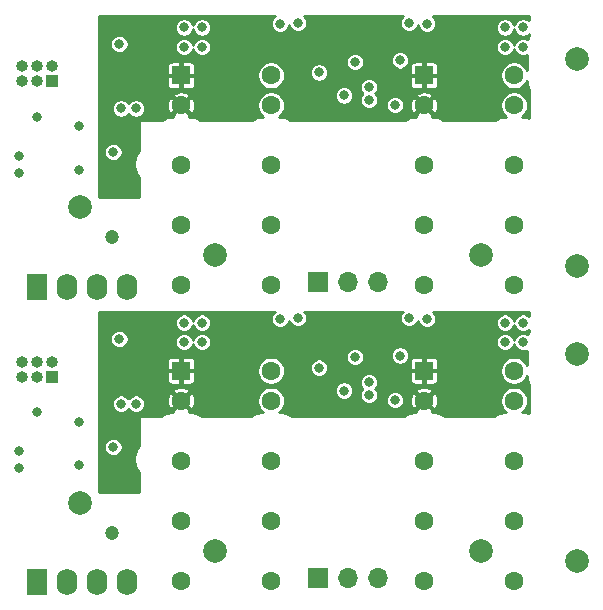
<source format=gbr>
%TF.GenerationSoftware,KiCad,Pcbnew,(5.1.10)-1*%
%TF.CreationDate,2022-01-18T18:11:06+07:00*%
%TF.ProjectId,Fan_controller_v3_pnlz1x2,46616e5f-636f-46e7-9472-6f6c6c65725f,rev?*%
%TF.SameCoordinates,Original*%
%TF.FileFunction,Copper,L2,Inr*%
%TF.FilePolarity,Positive*%
%FSLAX46Y46*%
G04 Gerber Fmt 4.6, Leading zero omitted, Abs format (unit mm)*
G04 Created by KiCad (PCBNEW (5.1.10)-1) date 2022-01-18 18:11:06*
%MOMM*%
%LPD*%
G01*
G04 APERTURE LIST*
%TA.AperFunction,ComponentPad*%
%ADD10C,2.000000*%
%TD*%
%TA.AperFunction,ComponentPad*%
%ADD11R,1.600000X1.600000*%
%TD*%
%TA.AperFunction,ComponentPad*%
%ADD12C,1.600000*%
%TD*%
%TA.AperFunction,ComponentPad*%
%ADD13R,1.750000X2.250000*%
%TD*%
%TA.AperFunction,ComponentPad*%
%ADD14O,1.750000X2.250000*%
%TD*%
%TA.AperFunction,ComponentPad*%
%ADD15R,1.000000X1.000000*%
%TD*%
%TA.AperFunction,ComponentPad*%
%ADD16O,1.000000X1.000000*%
%TD*%
%TA.AperFunction,ComponentPad*%
%ADD17O,1.700000X1.700000*%
%TD*%
%TA.AperFunction,ComponentPad*%
%ADD18R,1.700000X1.700000*%
%TD*%
%TA.AperFunction,ViaPad*%
%ADD19C,0.800000*%
%TD*%
%TA.AperFunction,ViaPad*%
%ADD20C,1.200000*%
%TD*%
%TA.AperFunction,Conductor*%
%ADD21C,0.254000*%
%TD*%
%TA.AperFunction,Conductor*%
%ADD22C,0.020000*%
%TD*%
G04 APERTURE END LIST*
D10*
%TO.N,Net-(C7-Pad1)*%
%TO.C,C7*%
X92741000Y-67545000D03*
%TO.N,Net-(C5-Pad2)*%
X92741000Y-85045000D03*
%TD*%
D11*
%TO.N,+5VP*%
%TO.C,K1*%
X59213000Y-68942000D03*
D12*
X59213000Y-71482000D03*
%TO.N,Net-(C5-Pad1)*%
X59213000Y-76562000D03*
%TO.N,Net-(C7-Pad1)*%
X59213000Y-81642000D03*
%TO.N,Net-(K1-Pad8)*%
X59213000Y-86722000D03*
X66833000Y-86722000D03*
%TO.N,Net-(C5-Pad2)*%
X66833000Y-81642000D03*
%TO.N,Net-(J1-Pad1)*%
X66833000Y-76562000D03*
%TO.N,Net-(C4-Pad2)*%
X66833000Y-71482000D03*
%TO.N,Net-(C3-Pad2)*%
X66833000Y-68942000D03*
%TD*%
D13*
%TO.N,GND1*%
%TO.C,PS1*%
X47021000Y-86849000D03*
D14*
%TO.N,+5P*%
X49561000Y-86849000D03*
%TO.N,GND2*%
X52101000Y-86849000D03*
%TO.N,Net-(C6-Pad2)*%
X54641000Y-86849000D03*
%TD*%
D10*
%TO.N,GND2*%
%TO.C,TP1*%
X50640500Y-80118000D03*
%TD*%
%TO.N,Net-(C5-Pad1)*%
%TO.C,C5*%
X62113000Y-84182000D03*
%TO.N,Net-(C5-Pad2)*%
X84613000Y-84182000D03*
%TD*%
D15*
%TO.N,+5P*%
%TO.C,J2*%
X48291000Y-69450000D03*
D16*
X48291000Y-68180000D03*
%TO.N,GND1*%
X47021000Y-69450000D03*
X47021000Y-68180000D03*
%TO.N,/sda0*%
X45751000Y-69450000D03*
%TO.N,/scl0*%
X45751000Y-68180000D03*
%TD*%
D17*
%TO.N,Net-(J1-Pad3)*%
%TO.C,J1*%
X75850000Y-86468000D03*
%TO.N,N/C*%
X73310000Y-86468000D03*
D18*
%TO.N,Net-(J1-Pad1)*%
X70770000Y-86468000D03*
%TD*%
D12*
%TO.N,Net-(C11-Pad2)*%
%TO.C,K2*%
X87407000Y-68942000D03*
%TO.N,Net-(C12-Pad2)*%
X87407000Y-71482000D03*
%TO.N,Net-(C7-Pad1)*%
X87407000Y-76562000D03*
%TO.N,Net-(C5-Pad2)*%
X87407000Y-81642000D03*
%TO.N,Net-(K2-Pad8)*%
X87407000Y-86722000D03*
X79787000Y-86722000D03*
%TO.N,Net-(C7-Pad1)*%
X79787000Y-81642000D03*
%TO.N,Net-(J1-Pad3)*%
X79787000Y-76562000D03*
%TO.N,+5VP*%
X79787000Y-71482000D03*
D11*
X79787000Y-68942000D03*
%TD*%
D16*
%TO.N,/scl0*%
%TO.C,J2*%
X45751000Y-43180000D03*
%TO.N,/sda0*%
X45751000Y-44450000D03*
%TO.N,GND1*%
X47021000Y-43180000D03*
X47021000Y-44450000D03*
%TO.N,+5P*%
X48291000Y-43180000D03*
D15*
X48291000Y-44450000D03*
%TD*%
D10*
%TO.N,Net-(C5-Pad2)*%
%TO.C,C5*%
X84613000Y-59182000D03*
%TO.N,Net-(C5-Pad1)*%
X62113000Y-59182000D03*
%TD*%
D11*
%TO.N,+5VP*%
%TO.C,K2*%
X79787000Y-43942000D03*
D12*
X79787000Y-46482000D03*
%TO.N,Net-(J1-Pad3)*%
X79787000Y-51562000D03*
%TO.N,Net-(C7-Pad1)*%
X79787000Y-56642000D03*
%TO.N,Net-(K2-Pad8)*%
X79787000Y-61722000D03*
X87407000Y-61722000D03*
%TO.N,Net-(C5-Pad2)*%
X87407000Y-56642000D03*
%TO.N,Net-(C7-Pad1)*%
X87407000Y-51562000D03*
%TO.N,Net-(C12-Pad2)*%
X87407000Y-46482000D03*
%TO.N,Net-(C11-Pad2)*%
X87407000Y-43942000D03*
%TD*%
D18*
%TO.N,Net-(J1-Pad1)*%
%TO.C,J1*%
X70770000Y-61468000D03*
D17*
%TO.N,N/C*%
X73310000Y-61468000D03*
%TO.N,Net-(J1-Pad3)*%
X75850000Y-61468000D03*
%TD*%
D10*
%TO.N,GND2*%
%TO.C,TP1*%
X50640500Y-55118000D03*
%TD*%
D14*
%TO.N,Net-(C6-Pad2)*%
%TO.C,PS1*%
X54641000Y-61849000D03*
%TO.N,GND2*%
X52101000Y-61849000D03*
%TO.N,+5P*%
X49561000Y-61849000D03*
D13*
%TO.N,GND1*%
X47021000Y-61849000D03*
%TD*%
D12*
%TO.N,Net-(C3-Pad2)*%
%TO.C,K1*%
X66833000Y-43942000D03*
%TO.N,Net-(C4-Pad2)*%
X66833000Y-46482000D03*
%TO.N,Net-(J1-Pad1)*%
X66833000Y-51562000D03*
%TO.N,Net-(C5-Pad2)*%
X66833000Y-56642000D03*
%TO.N,Net-(K1-Pad8)*%
X66833000Y-61722000D03*
X59213000Y-61722000D03*
%TO.N,Net-(C7-Pad1)*%
X59213000Y-56642000D03*
%TO.N,Net-(C5-Pad1)*%
X59213000Y-51562000D03*
%TO.N,+5VP*%
X59213000Y-46482000D03*
D11*
X59213000Y-43942000D03*
%TD*%
D10*
%TO.N,Net-(C5-Pad2)*%
%TO.C,C7*%
X92741000Y-60045000D03*
%TO.N,Net-(C7-Pad1)*%
X92741000Y-42545000D03*
%TD*%
D19*
%TO.N,Net-(C3-Pad2)*%
X60991000Y-41529000D03*
X60991000Y-66529000D03*
%TO.N,Net-(C3-Pad1)*%
X60991000Y-39878000D03*
X60991000Y-64878000D03*
%TO.N,Net-(C4-Pad2)*%
X59467000Y-41529000D03*
X59467000Y-66529000D03*
%TO.N,Net-(C4-Pad1)*%
X59467000Y-39878000D03*
X59467000Y-64878000D03*
%TO.N,GND1*%
X53980000Y-41275000D03*
X53980000Y-66275000D03*
%TO.N,+5P*%
X50577000Y-51943000D03*
X50577000Y-48260000D03*
X50577000Y-76943000D03*
X50577000Y-73260000D03*
%TO.N,Net-(C11-Pad1)*%
X88169000Y-39878000D03*
X88169000Y-64878000D03*
%TO.N,GND2*%
X73945000Y-42799000D03*
X69119000Y-39497000D03*
X78517000Y-39497000D03*
X67595000Y-39560500D03*
X80041000Y-39560500D03*
X53472032Y-50419000D03*
X73945000Y-67799000D03*
X69119000Y-64497000D03*
X78517000Y-64497000D03*
X67595000Y-64560500D03*
X80041000Y-64560500D03*
X53472032Y-75419000D03*
%TO.N,+5VP*%
X75495000Y-42799000D03*
D20*
X54895006Y-53340000D03*
D19*
X75495000Y-67799000D03*
D20*
X54895006Y-78340000D03*
D19*
%TO.N,/scl0*%
X47021000Y-47432000D03*
X45497000Y-50736500D03*
X47021000Y-72432000D03*
X45497000Y-75736500D03*
%TO.N,/sda0*%
X45497000Y-52197000D03*
X45497000Y-77197000D03*
%TO.N,/I2C_SDA*%
X75115886Y-44916284D03*
X55403000Y-46736000D03*
X75115886Y-69916284D03*
X55403000Y-71736000D03*
%TO.N,/I2C_SCL*%
X75115814Y-46015892D03*
X54133000Y-46736000D03*
X75115814Y-71015892D03*
X54133000Y-71736000D03*
%TO.N,/K1_set*%
X70896992Y-43688000D03*
X70896992Y-68688000D03*
%TO.N,/K2_set*%
X77333000Y-46441000D03*
X77333000Y-71441000D03*
%TO.N,/K2_rst*%
X77755000Y-42661000D03*
X72997423Y-45630732D03*
X77755000Y-67661000D03*
X72997423Y-70630732D03*
D20*
%TO.N,Net-(C6-Pad2)*%
X53371000Y-57658000D03*
X53371000Y-82658000D03*
D19*
%TO.N,Net-(C11-Pad2)*%
X88169000Y-41529000D03*
X88169000Y-66529000D03*
%TO.N,Net-(C12-Pad2)*%
X86645000Y-41529000D03*
X86645000Y-66529000D03*
%TO.N,Net-(C12-Pad1)*%
X86645000Y-39878000D03*
X86645000Y-64878000D03*
%TD*%
D21*
%TO.N,+5VP*%
X67097141Y-38953858D02*
X66988358Y-39062641D01*
X66902887Y-39190558D01*
X66844013Y-39332691D01*
X66814000Y-39483578D01*
X66814000Y-39637422D01*
X66844013Y-39788309D01*
X66902887Y-39930442D01*
X66988358Y-40058359D01*
X67097141Y-40167142D01*
X67225058Y-40252613D01*
X67367191Y-40311487D01*
X67518078Y-40341500D01*
X67671922Y-40341500D01*
X67822809Y-40311487D01*
X67964942Y-40252613D01*
X68092859Y-40167142D01*
X68201642Y-40058359D01*
X68287113Y-39930442D01*
X68345987Y-39788309D01*
X68363315Y-39701192D01*
X68368013Y-39724809D01*
X68426887Y-39866942D01*
X68512358Y-39994859D01*
X68621141Y-40103642D01*
X68749058Y-40189113D01*
X68891191Y-40247987D01*
X69042078Y-40278000D01*
X69195922Y-40278000D01*
X69346809Y-40247987D01*
X69488942Y-40189113D01*
X69616859Y-40103642D01*
X69725642Y-39994859D01*
X69811113Y-39866942D01*
X69869987Y-39724809D01*
X69900000Y-39573922D01*
X69900000Y-39420078D01*
X69869987Y-39269191D01*
X69811113Y-39127058D01*
X69725642Y-38999141D01*
X69657501Y-38931000D01*
X77978499Y-38931000D01*
X77910358Y-38999141D01*
X77824887Y-39127058D01*
X77766013Y-39269191D01*
X77736000Y-39420078D01*
X77736000Y-39573922D01*
X77766013Y-39724809D01*
X77824887Y-39866942D01*
X77910358Y-39994859D01*
X78019141Y-40103642D01*
X78147058Y-40189113D01*
X78289191Y-40247987D01*
X78440078Y-40278000D01*
X78593922Y-40278000D01*
X78744809Y-40247987D01*
X78886942Y-40189113D01*
X79014859Y-40103642D01*
X79123642Y-39994859D01*
X79209113Y-39866942D01*
X79267987Y-39724809D01*
X79272685Y-39701192D01*
X79290013Y-39788309D01*
X79348887Y-39930442D01*
X79434358Y-40058359D01*
X79543141Y-40167142D01*
X79671058Y-40252613D01*
X79813191Y-40311487D01*
X79964078Y-40341500D01*
X80117922Y-40341500D01*
X80268809Y-40311487D01*
X80410942Y-40252613D01*
X80538859Y-40167142D01*
X80647642Y-40058359D01*
X80733113Y-39930442D01*
X80791987Y-39788309D01*
X80822000Y-39637422D01*
X80822000Y-39483578D01*
X80791987Y-39332691D01*
X80733113Y-39190558D01*
X80647642Y-39062641D01*
X80538859Y-38953858D01*
X80504649Y-38931000D01*
X88677000Y-38931000D01*
X88677000Y-39281499D01*
X88666859Y-39271358D01*
X88538942Y-39185887D01*
X88396809Y-39127013D01*
X88245922Y-39097000D01*
X88092078Y-39097000D01*
X87941191Y-39127013D01*
X87799058Y-39185887D01*
X87671141Y-39271358D01*
X87562358Y-39380141D01*
X87476887Y-39508058D01*
X87418013Y-39650191D01*
X87407000Y-39705558D01*
X87395987Y-39650191D01*
X87337113Y-39508058D01*
X87251642Y-39380141D01*
X87142859Y-39271358D01*
X87014942Y-39185887D01*
X86872809Y-39127013D01*
X86721922Y-39097000D01*
X86568078Y-39097000D01*
X86417191Y-39127013D01*
X86275058Y-39185887D01*
X86147141Y-39271358D01*
X86038358Y-39380141D01*
X85952887Y-39508058D01*
X85894013Y-39650191D01*
X85864000Y-39801078D01*
X85864000Y-39954922D01*
X85894013Y-40105809D01*
X85952887Y-40247942D01*
X86038358Y-40375859D01*
X86147141Y-40484642D01*
X86275058Y-40570113D01*
X86417191Y-40628987D01*
X86568078Y-40659000D01*
X86721922Y-40659000D01*
X86872809Y-40628987D01*
X87014942Y-40570113D01*
X87142859Y-40484642D01*
X87251642Y-40375859D01*
X87337113Y-40247942D01*
X87395987Y-40105809D01*
X87407000Y-40050442D01*
X87418013Y-40105809D01*
X87476887Y-40247942D01*
X87562358Y-40375859D01*
X87671141Y-40484642D01*
X87799058Y-40570113D01*
X87941191Y-40628987D01*
X88092078Y-40659000D01*
X88245922Y-40659000D01*
X88396809Y-40628987D01*
X88538942Y-40570113D01*
X88666859Y-40484642D01*
X88677000Y-40474501D01*
X88677000Y-40561289D01*
X88636693Y-40637096D01*
X88621817Y-40673188D01*
X88606419Y-40709114D01*
X88604640Y-40714863D01*
X88562954Y-40852931D01*
X88538942Y-40836887D01*
X88396809Y-40778013D01*
X88245922Y-40748000D01*
X88092078Y-40748000D01*
X87941191Y-40778013D01*
X87799058Y-40836887D01*
X87671141Y-40922358D01*
X87562358Y-41031141D01*
X87476887Y-41159058D01*
X87418013Y-41301191D01*
X87407000Y-41356558D01*
X87395987Y-41301191D01*
X87337113Y-41159058D01*
X87251642Y-41031141D01*
X87142859Y-40922358D01*
X87014942Y-40836887D01*
X86872809Y-40778013D01*
X86721922Y-40748000D01*
X86568078Y-40748000D01*
X86417191Y-40778013D01*
X86275058Y-40836887D01*
X86147141Y-40922358D01*
X86038358Y-41031141D01*
X85952887Y-41159058D01*
X85894013Y-41301191D01*
X85864000Y-41452078D01*
X85864000Y-41605922D01*
X85894013Y-41756809D01*
X85952887Y-41898942D01*
X86038358Y-42026859D01*
X86147141Y-42135642D01*
X86275058Y-42221113D01*
X86417191Y-42279987D01*
X86568078Y-42310000D01*
X86721922Y-42310000D01*
X86872809Y-42279987D01*
X87014942Y-42221113D01*
X87142859Y-42135642D01*
X87251642Y-42026859D01*
X87337113Y-41898942D01*
X87395987Y-41756809D01*
X87407000Y-41701442D01*
X87418013Y-41756809D01*
X87476887Y-41898942D01*
X87562358Y-42026859D01*
X87671141Y-42135642D01*
X87799058Y-42221113D01*
X87941191Y-42279987D01*
X88092078Y-42310000D01*
X88245922Y-42310000D01*
X88396809Y-42279987D01*
X88500001Y-42237243D01*
X88500000Y-43494636D01*
X88453588Y-43382587D01*
X88324342Y-43189157D01*
X88159843Y-43024658D01*
X87966413Y-42895412D01*
X87751485Y-42806386D01*
X87523318Y-42761000D01*
X87290682Y-42761000D01*
X87062515Y-42806386D01*
X86847587Y-42895412D01*
X86654157Y-43024658D01*
X86489658Y-43189157D01*
X86360412Y-43382587D01*
X86271386Y-43597515D01*
X86226000Y-43825682D01*
X86226000Y-44058318D01*
X86271386Y-44286485D01*
X86360412Y-44501413D01*
X86489658Y-44694843D01*
X86654157Y-44859342D01*
X86847587Y-44988588D01*
X87062515Y-45077614D01*
X87290682Y-45123000D01*
X87523318Y-45123000D01*
X87751485Y-45077614D01*
X87966413Y-44988588D01*
X88159843Y-44859342D01*
X88324342Y-44694843D01*
X88453588Y-44501413D01*
X88500000Y-44389364D01*
X88500000Y-44471167D01*
X88502168Y-44493178D01*
X88502168Y-44508017D01*
X88502797Y-44514002D01*
X88527663Y-44735686D01*
X88535784Y-44773890D01*
X88543372Y-44812215D01*
X88545152Y-44817964D01*
X88612603Y-45030597D01*
X88627989Y-45066495D01*
X88642878Y-45102619D01*
X88645735Y-45107903D01*
X88645739Y-45107912D01*
X88645744Y-45107919D01*
X88677000Y-45164774D01*
X88677000Y-47536899D01*
X88515584Y-47488164D01*
X88477298Y-47480583D01*
X88439053Y-47472454D01*
X88433070Y-47471825D01*
X88433068Y-47471825D01*
X88211058Y-47450057D01*
X88211052Y-47450057D01*
X88190168Y-47448000D01*
X88087021Y-47448000D01*
X88159843Y-47399342D01*
X88324342Y-47234843D01*
X88453588Y-47041413D01*
X88542614Y-46826485D01*
X88588000Y-46598318D01*
X88588000Y-46365682D01*
X88542614Y-46137515D01*
X88453588Y-45922587D01*
X88324342Y-45729157D01*
X88159843Y-45564658D01*
X87966413Y-45435412D01*
X87751485Y-45346386D01*
X87523318Y-45301000D01*
X87290682Y-45301000D01*
X87062515Y-45346386D01*
X86847587Y-45435412D01*
X86654157Y-45564658D01*
X86489658Y-45729157D01*
X86360412Y-45922587D01*
X86271386Y-46137515D01*
X86226000Y-46365682D01*
X86226000Y-46598318D01*
X86271386Y-46826485D01*
X86360412Y-47041413D01*
X86489658Y-47234843D01*
X86654157Y-47399342D01*
X86726979Y-47448000D01*
X86623832Y-47448000D01*
X86601821Y-47450168D01*
X86586983Y-47450168D01*
X86580997Y-47450797D01*
X86359314Y-47475663D01*
X86321110Y-47483784D01*
X86282785Y-47491372D01*
X86277038Y-47493151D01*
X86277032Y-47493153D01*
X86064403Y-47560603D01*
X86028493Y-47575994D01*
X85992381Y-47590878D01*
X85987097Y-47593735D01*
X85987088Y-47593739D01*
X85987081Y-47593744D01*
X85791607Y-47701207D01*
X85759402Y-47723258D01*
X85726838Y-47744894D01*
X85722201Y-47748730D01*
X85718304Y-47752000D01*
X81473586Y-47752000D01*
X81453932Y-47735971D01*
X81421433Y-47714378D01*
X81389162Y-47692282D01*
X81383868Y-47689420D01*
X81186904Y-47584693D01*
X81150812Y-47569817D01*
X81114886Y-47554419D01*
X81109137Y-47552640D01*
X81109139Y-47552640D01*
X81109131Y-47552638D01*
X80895584Y-47488164D01*
X80857298Y-47480583D01*
X80819053Y-47472454D01*
X80813070Y-47471825D01*
X80813068Y-47471825D01*
X80591058Y-47450057D01*
X80591052Y-47450057D01*
X80570168Y-47448000D01*
X80445238Y-47448000D01*
X80512199Y-47297708D01*
X79787000Y-46572510D01*
X79061801Y-47297708D01*
X79128762Y-47448000D01*
X79003832Y-47448000D01*
X78981821Y-47450168D01*
X78966983Y-47450168D01*
X78960997Y-47450797D01*
X78739314Y-47475663D01*
X78701110Y-47483784D01*
X78662785Y-47491372D01*
X78657038Y-47493151D01*
X78657032Y-47493153D01*
X78444403Y-47560603D01*
X78408493Y-47575994D01*
X78372381Y-47590878D01*
X78367097Y-47593735D01*
X78367088Y-47593739D01*
X78367081Y-47593744D01*
X78171607Y-47701207D01*
X78139402Y-47723258D01*
X78106838Y-47744894D01*
X78102201Y-47748730D01*
X78098304Y-47752000D01*
X68519586Y-47752000D01*
X68499932Y-47735971D01*
X68467433Y-47714378D01*
X68435162Y-47692282D01*
X68429868Y-47689420D01*
X68232904Y-47584693D01*
X68196812Y-47569817D01*
X68160886Y-47554419D01*
X68155137Y-47552640D01*
X68155139Y-47552640D01*
X68155131Y-47552638D01*
X67941584Y-47488164D01*
X67903298Y-47480583D01*
X67865053Y-47472454D01*
X67859070Y-47471825D01*
X67859068Y-47471825D01*
X67637058Y-47450057D01*
X67637052Y-47450057D01*
X67616168Y-47448000D01*
X67513021Y-47448000D01*
X67585843Y-47399342D01*
X67750342Y-47234843D01*
X67879588Y-47041413D01*
X67968614Y-46826485D01*
X68014000Y-46598318D01*
X68014000Y-46365682D01*
X67968614Y-46137515D01*
X67879588Y-45922587D01*
X67750342Y-45729157D01*
X67585843Y-45564658D01*
X67569608Y-45553810D01*
X72216423Y-45553810D01*
X72216423Y-45707654D01*
X72246436Y-45858541D01*
X72305310Y-46000674D01*
X72390781Y-46128591D01*
X72499564Y-46237374D01*
X72627481Y-46322845D01*
X72769614Y-46381719D01*
X72920501Y-46411732D01*
X73074345Y-46411732D01*
X73225232Y-46381719D01*
X73367365Y-46322845D01*
X73495282Y-46237374D01*
X73604065Y-46128591D01*
X73689536Y-46000674D01*
X73715094Y-45938970D01*
X74334814Y-45938970D01*
X74334814Y-46092814D01*
X74364827Y-46243701D01*
X74423701Y-46385834D01*
X74509172Y-46513751D01*
X74617955Y-46622534D01*
X74745872Y-46708005D01*
X74888005Y-46766879D01*
X75038892Y-46796892D01*
X75192736Y-46796892D01*
X75343623Y-46766879D01*
X75485756Y-46708005D01*
X75613673Y-46622534D01*
X75722456Y-46513751D01*
X75807927Y-46385834D01*
X75816938Y-46364078D01*
X76552000Y-46364078D01*
X76552000Y-46517922D01*
X76582013Y-46668809D01*
X76640887Y-46810942D01*
X76726358Y-46938859D01*
X76835141Y-47047642D01*
X76963058Y-47133113D01*
X77105191Y-47191987D01*
X77256078Y-47222000D01*
X77409922Y-47222000D01*
X77560809Y-47191987D01*
X77702942Y-47133113D01*
X77830859Y-47047642D01*
X77939642Y-46938859D01*
X78025113Y-46810942D01*
X78083987Y-46668809D01*
X78114000Y-46517922D01*
X78114000Y-46499429D01*
X78600414Y-46499429D01*
X78626614Y-46730586D01*
X78697408Y-46952189D01*
X78790707Y-47126741D01*
X78971292Y-47207199D01*
X79696490Y-46482000D01*
X79877510Y-46482000D01*
X80602708Y-47207199D01*
X80783293Y-47126741D01*
X80889932Y-46919985D01*
X80954186Y-46696398D01*
X80973586Y-46464571D01*
X80947386Y-46233414D01*
X80876592Y-46011811D01*
X80783293Y-45837259D01*
X80602708Y-45756801D01*
X79877510Y-46482000D01*
X79696490Y-46482000D01*
X78971292Y-45756801D01*
X78790707Y-45837259D01*
X78684068Y-46044015D01*
X78619814Y-46267602D01*
X78600414Y-46499429D01*
X78114000Y-46499429D01*
X78114000Y-46364078D01*
X78083987Y-46213191D01*
X78025113Y-46071058D01*
X77939642Y-45943141D01*
X77830859Y-45834358D01*
X77702942Y-45748887D01*
X77560809Y-45690013D01*
X77441555Y-45666292D01*
X79061801Y-45666292D01*
X79787000Y-46391490D01*
X80512199Y-45666292D01*
X80431741Y-45485707D01*
X80224985Y-45379068D01*
X80001398Y-45314814D01*
X79769571Y-45295414D01*
X79538414Y-45321614D01*
X79316811Y-45392408D01*
X79142259Y-45485707D01*
X79061801Y-45666292D01*
X77441555Y-45666292D01*
X77409922Y-45660000D01*
X77256078Y-45660000D01*
X77105191Y-45690013D01*
X76963058Y-45748887D01*
X76835141Y-45834358D01*
X76726358Y-45943141D01*
X76640887Y-46071058D01*
X76582013Y-46213191D01*
X76552000Y-46364078D01*
X75816938Y-46364078D01*
X75866801Y-46243701D01*
X75896814Y-46092814D01*
X75896814Y-45938970D01*
X75866801Y-45788083D01*
X75807927Y-45645950D01*
X75722456Y-45518033D01*
X75670547Y-45466124D01*
X75722528Y-45414143D01*
X75807999Y-45286226D01*
X75866873Y-45144093D01*
X75896886Y-44993206D01*
X75896886Y-44839362D01*
X75877520Y-44742000D01*
X78604157Y-44742000D01*
X78611513Y-44816689D01*
X78633299Y-44888508D01*
X78668678Y-44954696D01*
X78716289Y-45012711D01*
X78774304Y-45060322D01*
X78840492Y-45095701D01*
X78912311Y-45117487D01*
X78987000Y-45124843D01*
X79627750Y-45123000D01*
X79723000Y-45027750D01*
X79723000Y-44006000D01*
X79851000Y-44006000D01*
X79851000Y-45027750D01*
X79946250Y-45123000D01*
X80587000Y-45124843D01*
X80661689Y-45117487D01*
X80733508Y-45095701D01*
X80799696Y-45060322D01*
X80857711Y-45012711D01*
X80905322Y-44954696D01*
X80940701Y-44888508D01*
X80962487Y-44816689D01*
X80969843Y-44742000D01*
X80968000Y-44101250D01*
X80872750Y-44006000D01*
X79851000Y-44006000D01*
X79723000Y-44006000D01*
X78701250Y-44006000D01*
X78606000Y-44101250D01*
X78604157Y-44742000D01*
X75877520Y-44742000D01*
X75866873Y-44688475D01*
X75807999Y-44546342D01*
X75722528Y-44418425D01*
X75613745Y-44309642D01*
X75485828Y-44224171D01*
X75343695Y-44165297D01*
X75192808Y-44135284D01*
X75038964Y-44135284D01*
X74888077Y-44165297D01*
X74745944Y-44224171D01*
X74618027Y-44309642D01*
X74509244Y-44418425D01*
X74423773Y-44546342D01*
X74364899Y-44688475D01*
X74334886Y-44839362D01*
X74334886Y-44993206D01*
X74364899Y-45144093D01*
X74423773Y-45286226D01*
X74509244Y-45414143D01*
X74561153Y-45466052D01*
X74509172Y-45518033D01*
X74423701Y-45645950D01*
X74364827Y-45788083D01*
X74334814Y-45938970D01*
X73715094Y-45938970D01*
X73748410Y-45858541D01*
X73778423Y-45707654D01*
X73778423Y-45553810D01*
X73748410Y-45402923D01*
X73689536Y-45260790D01*
X73604065Y-45132873D01*
X73495282Y-45024090D01*
X73367365Y-44938619D01*
X73225232Y-44879745D01*
X73074345Y-44849732D01*
X72920501Y-44849732D01*
X72769614Y-44879745D01*
X72627481Y-44938619D01*
X72499564Y-45024090D01*
X72390781Y-45132873D01*
X72305310Y-45260790D01*
X72246436Y-45402923D01*
X72216423Y-45553810D01*
X67569608Y-45553810D01*
X67392413Y-45435412D01*
X67177485Y-45346386D01*
X66949318Y-45301000D01*
X66716682Y-45301000D01*
X66488515Y-45346386D01*
X66273587Y-45435412D01*
X66080157Y-45564658D01*
X65915658Y-45729157D01*
X65786412Y-45922587D01*
X65697386Y-46137515D01*
X65652000Y-46365682D01*
X65652000Y-46598318D01*
X65697386Y-46826485D01*
X65786412Y-47041413D01*
X65915658Y-47234843D01*
X66080157Y-47399342D01*
X66152979Y-47448000D01*
X66049832Y-47448000D01*
X66027821Y-47450168D01*
X66012983Y-47450168D01*
X66006997Y-47450797D01*
X65785314Y-47475663D01*
X65747110Y-47483784D01*
X65708785Y-47491372D01*
X65703038Y-47493151D01*
X65703032Y-47493153D01*
X65490403Y-47560603D01*
X65454493Y-47575994D01*
X65418381Y-47590878D01*
X65413097Y-47593735D01*
X65413088Y-47593739D01*
X65413081Y-47593744D01*
X65217607Y-47701207D01*
X65185402Y-47723258D01*
X65152838Y-47744894D01*
X65148201Y-47748730D01*
X65144304Y-47752000D01*
X60899586Y-47752000D01*
X60879932Y-47735971D01*
X60847433Y-47714378D01*
X60815162Y-47692282D01*
X60809868Y-47689420D01*
X60612904Y-47584693D01*
X60576812Y-47569817D01*
X60540886Y-47554419D01*
X60535137Y-47552640D01*
X60535139Y-47552640D01*
X60535131Y-47552638D01*
X60321584Y-47488164D01*
X60283298Y-47480583D01*
X60245053Y-47472454D01*
X60239070Y-47471825D01*
X60239068Y-47471825D01*
X60017058Y-47450057D01*
X60017052Y-47450057D01*
X59996168Y-47448000D01*
X59871238Y-47448000D01*
X59938199Y-47297708D01*
X59213000Y-46572510D01*
X58487801Y-47297708D01*
X58554762Y-47448000D01*
X58429832Y-47448000D01*
X58407821Y-47450168D01*
X58392983Y-47450168D01*
X58386997Y-47450797D01*
X58165314Y-47475663D01*
X58127110Y-47483784D01*
X58088785Y-47491372D01*
X58083038Y-47493151D01*
X58083032Y-47493153D01*
X57870403Y-47560603D01*
X57834493Y-47575994D01*
X57798381Y-47590878D01*
X57793097Y-47593735D01*
X57793088Y-47593739D01*
X57793081Y-47593744D01*
X57597607Y-47701207D01*
X57565402Y-47723258D01*
X57532838Y-47744894D01*
X57528201Y-47748730D01*
X57524304Y-47752000D01*
X55784000Y-47752000D01*
X55759224Y-47754440D01*
X55735399Y-47761667D01*
X55713443Y-47773403D01*
X55694197Y-47789197D01*
X55678403Y-47808443D01*
X55666667Y-47830399D01*
X55659440Y-47854224D01*
X55657000Y-47879000D01*
X55657000Y-50334598D01*
X55567821Y-50423777D01*
X55394218Y-50683594D01*
X55274637Y-50972286D01*
X55213676Y-51278761D01*
X55213676Y-51591239D01*
X55274637Y-51897714D01*
X55394218Y-52186406D01*
X55567821Y-52446223D01*
X55657000Y-52535402D01*
X55657000Y-54229000D01*
X52228000Y-54229000D01*
X52228000Y-50342078D01*
X52691032Y-50342078D01*
X52691032Y-50495922D01*
X52721045Y-50646809D01*
X52779919Y-50788942D01*
X52865390Y-50916859D01*
X52974173Y-51025642D01*
X53102090Y-51111113D01*
X53244223Y-51169987D01*
X53395110Y-51200000D01*
X53548954Y-51200000D01*
X53699841Y-51169987D01*
X53841974Y-51111113D01*
X53969891Y-51025642D01*
X54078674Y-50916859D01*
X54164145Y-50788942D01*
X54223019Y-50646809D01*
X54253032Y-50495922D01*
X54253032Y-50342078D01*
X54223019Y-50191191D01*
X54164145Y-50049058D01*
X54078674Y-49921141D01*
X53969891Y-49812358D01*
X53841974Y-49726887D01*
X53699841Y-49668013D01*
X53548954Y-49638000D01*
X53395110Y-49638000D01*
X53244223Y-49668013D01*
X53102090Y-49726887D01*
X52974173Y-49812358D01*
X52865390Y-49921141D01*
X52779919Y-50049058D01*
X52721045Y-50191191D01*
X52691032Y-50342078D01*
X52228000Y-50342078D01*
X52228000Y-46659078D01*
X53352000Y-46659078D01*
X53352000Y-46812922D01*
X53382013Y-46963809D01*
X53440887Y-47105942D01*
X53526358Y-47233859D01*
X53635141Y-47342642D01*
X53763058Y-47428113D01*
X53905191Y-47486987D01*
X54056078Y-47517000D01*
X54209922Y-47517000D01*
X54360809Y-47486987D01*
X54502942Y-47428113D01*
X54630859Y-47342642D01*
X54739642Y-47233859D01*
X54768000Y-47191418D01*
X54796358Y-47233859D01*
X54905141Y-47342642D01*
X55033058Y-47428113D01*
X55175191Y-47486987D01*
X55326078Y-47517000D01*
X55479922Y-47517000D01*
X55630809Y-47486987D01*
X55772942Y-47428113D01*
X55900859Y-47342642D01*
X56009642Y-47233859D01*
X56095113Y-47105942D01*
X56153987Y-46963809D01*
X56184000Y-46812922D01*
X56184000Y-46659078D01*
X56153987Y-46508191D01*
X56150358Y-46499429D01*
X58026414Y-46499429D01*
X58052614Y-46730586D01*
X58123408Y-46952189D01*
X58216707Y-47126741D01*
X58397292Y-47207199D01*
X59122490Y-46482000D01*
X59303510Y-46482000D01*
X60028708Y-47207199D01*
X60209293Y-47126741D01*
X60315932Y-46919985D01*
X60380186Y-46696398D01*
X60399586Y-46464571D01*
X60373386Y-46233414D01*
X60302592Y-46011811D01*
X60209293Y-45837259D01*
X60028708Y-45756801D01*
X59303510Y-46482000D01*
X59122490Y-46482000D01*
X58397292Y-45756801D01*
X58216707Y-45837259D01*
X58110068Y-46044015D01*
X58045814Y-46267602D01*
X58026414Y-46499429D01*
X56150358Y-46499429D01*
X56095113Y-46366058D01*
X56009642Y-46238141D01*
X55900859Y-46129358D01*
X55772942Y-46043887D01*
X55630809Y-45985013D01*
X55479922Y-45955000D01*
X55326078Y-45955000D01*
X55175191Y-45985013D01*
X55033058Y-46043887D01*
X54905141Y-46129358D01*
X54796358Y-46238141D01*
X54768000Y-46280582D01*
X54739642Y-46238141D01*
X54630859Y-46129358D01*
X54502942Y-46043887D01*
X54360809Y-45985013D01*
X54209922Y-45955000D01*
X54056078Y-45955000D01*
X53905191Y-45985013D01*
X53763058Y-46043887D01*
X53635141Y-46129358D01*
X53526358Y-46238141D01*
X53440887Y-46366058D01*
X53382013Y-46508191D01*
X53352000Y-46659078D01*
X52228000Y-46659078D01*
X52228000Y-45666292D01*
X58487801Y-45666292D01*
X59213000Y-46391490D01*
X59938199Y-45666292D01*
X59857741Y-45485707D01*
X59650985Y-45379068D01*
X59427398Y-45314814D01*
X59195571Y-45295414D01*
X58964414Y-45321614D01*
X58742811Y-45392408D01*
X58568259Y-45485707D01*
X58487801Y-45666292D01*
X52228000Y-45666292D01*
X52228000Y-44742000D01*
X58030157Y-44742000D01*
X58037513Y-44816689D01*
X58059299Y-44888508D01*
X58094678Y-44954696D01*
X58142289Y-45012711D01*
X58200304Y-45060322D01*
X58266492Y-45095701D01*
X58338311Y-45117487D01*
X58413000Y-45124843D01*
X59053750Y-45123000D01*
X59149000Y-45027750D01*
X59149000Y-44006000D01*
X59277000Y-44006000D01*
X59277000Y-45027750D01*
X59372250Y-45123000D01*
X60013000Y-45124843D01*
X60087689Y-45117487D01*
X60159508Y-45095701D01*
X60225696Y-45060322D01*
X60283711Y-45012711D01*
X60331322Y-44954696D01*
X60366701Y-44888508D01*
X60388487Y-44816689D01*
X60395843Y-44742000D01*
X60394000Y-44101250D01*
X60298750Y-44006000D01*
X59277000Y-44006000D01*
X59149000Y-44006000D01*
X58127250Y-44006000D01*
X58032000Y-44101250D01*
X58030157Y-44742000D01*
X52228000Y-44742000D01*
X52228000Y-43142000D01*
X58030157Y-43142000D01*
X58032000Y-43782750D01*
X58127250Y-43878000D01*
X59149000Y-43878000D01*
X59149000Y-42856250D01*
X59277000Y-42856250D01*
X59277000Y-43878000D01*
X60298750Y-43878000D01*
X60351068Y-43825682D01*
X65652000Y-43825682D01*
X65652000Y-44058318D01*
X65697386Y-44286485D01*
X65786412Y-44501413D01*
X65915658Y-44694843D01*
X66080157Y-44859342D01*
X66273587Y-44988588D01*
X66488515Y-45077614D01*
X66716682Y-45123000D01*
X66949318Y-45123000D01*
X67177485Y-45077614D01*
X67392413Y-44988588D01*
X67585843Y-44859342D01*
X67750342Y-44694843D01*
X67879588Y-44501413D01*
X67968614Y-44286485D01*
X68014000Y-44058318D01*
X68014000Y-43825682D01*
X67971312Y-43611078D01*
X70115992Y-43611078D01*
X70115992Y-43764922D01*
X70146005Y-43915809D01*
X70204879Y-44057942D01*
X70290350Y-44185859D01*
X70399133Y-44294642D01*
X70527050Y-44380113D01*
X70669183Y-44438987D01*
X70820070Y-44469000D01*
X70973914Y-44469000D01*
X71124801Y-44438987D01*
X71266934Y-44380113D01*
X71394851Y-44294642D01*
X71503634Y-44185859D01*
X71589105Y-44057942D01*
X71647979Y-43915809D01*
X71677992Y-43764922D01*
X71677992Y-43611078D01*
X71647979Y-43460191D01*
X71589105Y-43318058D01*
X71503634Y-43190141D01*
X71394851Y-43081358D01*
X71266934Y-42995887D01*
X71124801Y-42937013D01*
X70973914Y-42907000D01*
X70820070Y-42907000D01*
X70669183Y-42937013D01*
X70527050Y-42995887D01*
X70399133Y-43081358D01*
X70290350Y-43190141D01*
X70204879Y-43318058D01*
X70146005Y-43460191D01*
X70115992Y-43611078D01*
X67971312Y-43611078D01*
X67968614Y-43597515D01*
X67879588Y-43382587D01*
X67750342Y-43189157D01*
X67585843Y-43024658D01*
X67392413Y-42895412D01*
X67177485Y-42806386D01*
X66949318Y-42761000D01*
X66716682Y-42761000D01*
X66488515Y-42806386D01*
X66273587Y-42895412D01*
X66080157Y-43024658D01*
X65915658Y-43189157D01*
X65786412Y-43382587D01*
X65697386Y-43597515D01*
X65652000Y-43825682D01*
X60351068Y-43825682D01*
X60394000Y-43782750D01*
X60395843Y-43142000D01*
X60388487Y-43067311D01*
X60366701Y-42995492D01*
X60331322Y-42929304D01*
X60283711Y-42871289D01*
X60225696Y-42823678D01*
X60159508Y-42788299D01*
X60087689Y-42766513D01*
X60013000Y-42759157D01*
X59372250Y-42761000D01*
X59277000Y-42856250D01*
X59149000Y-42856250D01*
X59053750Y-42761000D01*
X58413000Y-42759157D01*
X58338311Y-42766513D01*
X58266492Y-42788299D01*
X58200304Y-42823678D01*
X58142289Y-42871289D01*
X58094678Y-42929304D01*
X58059299Y-42995492D01*
X58037513Y-43067311D01*
X58030157Y-43142000D01*
X52228000Y-43142000D01*
X52228000Y-42722078D01*
X73164000Y-42722078D01*
X73164000Y-42875922D01*
X73194013Y-43026809D01*
X73252887Y-43168942D01*
X73338358Y-43296859D01*
X73447141Y-43405642D01*
X73575058Y-43491113D01*
X73717191Y-43549987D01*
X73868078Y-43580000D01*
X74021922Y-43580000D01*
X74172809Y-43549987D01*
X74314942Y-43491113D01*
X74442859Y-43405642D01*
X74551642Y-43296859D01*
X74637113Y-43168942D01*
X74695987Y-43026809D01*
X74726000Y-42875922D01*
X74726000Y-42722078D01*
X74698551Y-42584078D01*
X76974000Y-42584078D01*
X76974000Y-42737922D01*
X77004013Y-42888809D01*
X77062887Y-43030942D01*
X77148358Y-43158859D01*
X77257141Y-43267642D01*
X77385058Y-43353113D01*
X77527191Y-43411987D01*
X77678078Y-43442000D01*
X77831922Y-43442000D01*
X77982809Y-43411987D01*
X78124942Y-43353113D01*
X78252859Y-43267642D01*
X78361642Y-43158859D01*
X78372906Y-43142000D01*
X78604157Y-43142000D01*
X78606000Y-43782750D01*
X78701250Y-43878000D01*
X79723000Y-43878000D01*
X79723000Y-42856250D01*
X79851000Y-42856250D01*
X79851000Y-43878000D01*
X80872750Y-43878000D01*
X80968000Y-43782750D01*
X80969843Y-43142000D01*
X80962487Y-43067311D01*
X80940701Y-42995492D01*
X80905322Y-42929304D01*
X80857711Y-42871289D01*
X80799696Y-42823678D01*
X80733508Y-42788299D01*
X80661689Y-42766513D01*
X80587000Y-42759157D01*
X79946250Y-42761000D01*
X79851000Y-42856250D01*
X79723000Y-42856250D01*
X79627750Y-42761000D01*
X78987000Y-42759157D01*
X78912311Y-42766513D01*
X78840492Y-42788299D01*
X78774304Y-42823678D01*
X78716289Y-42871289D01*
X78668678Y-42929304D01*
X78633299Y-42995492D01*
X78611513Y-43067311D01*
X78604157Y-43142000D01*
X78372906Y-43142000D01*
X78447113Y-43030942D01*
X78505987Y-42888809D01*
X78536000Y-42737922D01*
X78536000Y-42584078D01*
X78505987Y-42433191D01*
X78447113Y-42291058D01*
X78361642Y-42163141D01*
X78252859Y-42054358D01*
X78124942Y-41968887D01*
X77982809Y-41910013D01*
X77831922Y-41880000D01*
X77678078Y-41880000D01*
X77527191Y-41910013D01*
X77385058Y-41968887D01*
X77257141Y-42054358D01*
X77148358Y-42163141D01*
X77062887Y-42291058D01*
X77004013Y-42433191D01*
X76974000Y-42584078D01*
X74698551Y-42584078D01*
X74695987Y-42571191D01*
X74637113Y-42429058D01*
X74551642Y-42301141D01*
X74442859Y-42192358D01*
X74314942Y-42106887D01*
X74172809Y-42048013D01*
X74021922Y-42018000D01*
X73868078Y-42018000D01*
X73717191Y-42048013D01*
X73575058Y-42106887D01*
X73447141Y-42192358D01*
X73338358Y-42301141D01*
X73252887Y-42429058D01*
X73194013Y-42571191D01*
X73164000Y-42722078D01*
X52228000Y-42722078D01*
X52228000Y-41198078D01*
X53199000Y-41198078D01*
X53199000Y-41351922D01*
X53229013Y-41502809D01*
X53287887Y-41644942D01*
X53373358Y-41772859D01*
X53482141Y-41881642D01*
X53610058Y-41967113D01*
X53752191Y-42025987D01*
X53903078Y-42056000D01*
X54056922Y-42056000D01*
X54207809Y-42025987D01*
X54349942Y-41967113D01*
X54477859Y-41881642D01*
X54586642Y-41772859D01*
X54672113Y-41644942D01*
X54730987Y-41502809D01*
X54741077Y-41452078D01*
X58686000Y-41452078D01*
X58686000Y-41605922D01*
X58716013Y-41756809D01*
X58774887Y-41898942D01*
X58860358Y-42026859D01*
X58969141Y-42135642D01*
X59097058Y-42221113D01*
X59239191Y-42279987D01*
X59390078Y-42310000D01*
X59543922Y-42310000D01*
X59694809Y-42279987D01*
X59836942Y-42221113D01*
X59964859Y-42135642D01*
X60073642Y-42026859D01*
X60159113Y-41898942D01*
X60217987Y-41756809D01*
X60229000Y-41701442D01*
X60240013Y-41756809D01*
X60298887Y-41898942D01*
X60384358Y-42026859D01*
X60493141Y-42135642D01*
X60621058Y-42221113D01*
X60763191Y-42279987D01*
X60914078Y-42310000D01*
X61067922Y-42310000D01*
X61218809Y-42279987D01*
X61360942Y-42221113D01*
X61488859Y-42135642D01*
X61597642Y-42026859D01*
X61683113Y-41898942D01*
X61741987Y-41756809D01*
X61772000Y-41605922D01*
X61772000Y-41452078D01*
X61741987Y-41301191D01*
X61683113Y-41159058D01*
X61597642Y-41031141D01*
X61488859Y-40922358D01*
X61360942Y-40836887D01*
X61218809Y-40778013D01*
X61067922Y-40748000D01*
X60914078Y-40748000D01*
X60763191Y-40778013D01*
X60621058Y-40836887D01*
X60493141Y-40922358D01*
X60384358Y-41031141D01*
X60298887Y-41159058D01*
X60240013Y-41301191D01*
X60229000Y-41356558D01*
X60217987Y-41301191D01*
X60159113Y-41159058D01*
X60073642Y-41031141D01*
X59964859Y-40922358D01*
X59836942Y-40836887D01*
X59694809Y-40778013D01*
X59543922Y-40748000D01*
X59390078Y-40748000D01*
X59239191Y-40778013D01*
X59097058Y-40836887D01*
X58969141Y-40922358D01*
X58860358Y-41031141D01*
X58774887Y-41159058D01*
X58716013Y-41301191D01*
X58686000Y-41452078D01*
X54741077Y-41452078D01*
X54761000Y-41351922D01*
X54761000Y-41198078D01*
X54730987Y-41047191D01*
X54672113Y-40905058D01*
X54586642Y-40777141D01*
X54477859Y-40668358D01*
X54349942Y-40582887D01*
X54207809Y-40524013D01*
X54056922Y-40494000D01*
X53903078Y-40494000D01*
X53752191Y-40524013D01*
X53610058Y-40582887D01*
X53482141Y-40668358D01*
X53373358Y-40777141D01*
X53287887Y-40905058D01*
X53229013Y-41047191D01*
X53199000Y-41198078D01*
X52228000Y-41198078D01*
X52228000Y-39801078D01*
X58686000Y-39801078D01*
X58686000Y-39954922D01*
X58716013Y-40105809D01*
X58774887Y-40247942D01*
X58860358Y-40375859D01*
X58969141Y-40484642D01*
X59097058Y-40570113D01*
X59239191Y-40628987D01*
X59390078Y-40659000D01*
X59543922Y-40659000D01*
X59694809Y-40628987D01*
X59836942Y-40570113D01*
X59964859Y-40484642D01*
X60073642Y-40375859D01*
X60159113Y-40247942D01*
X60217987Y-40105809D01*
X60229000Y-40050442D01*
X60240013Y-40105809D01*
X60298887Y-40247942D01*
X60384358Y-40375859D01*
X60493141Y-40484642D01*
X60621058Y-40570113D01*
X60763191Y-40628987D01*
X60914078Y-40659000D01*
X61067922Y-40659000D01*
X61218809Y-40628987D01*
X61360942Y-40570113D01*
X61488859Y-40484642D01*
X61597642Y-40375859D01*
X61683113Y-40247942D01*
X61741987Y-40105809D01*
X61772000Y-39954922D01*
X61772000Y-39801078D01*
X61741987Y-39650191D01*
X61683113Y-39508058D01*
X61597642Y-39380141D01*
X61488859Y-39271358D01*
X61360942Y-39185887D01*
X61218809Y-39127013D01*
X61067922Y-39097000D01*
X60914078Y-39097000D01*
X60763191Y-39127013D01*
X60621058Y-39185887D01*
X60493141Y-39271358D01*
X60384358Y-39380141D01*
X60298887Y-39508058D01*
X60240013Y-39650191D01*
X60229000Y-39705558D01*
X60217987Y-39650191D01*
X60159113Y-39508058D01*
X60073642Y-39380141D01*
X59964859Y-39271358D01*
X59836942Y-39185887D01*
X59694809Y-39127013D01*
X59543922Y-39097000D01*
X59390078Y-39097000D01*
X59239191Y-39127013D01*
X59097058Y-39185887D01*
X58969141Y-39271358D01*
X58860358Y-39380141D01*
X58774887Y-39508058D01*
X58716013Y-39650191D01*
X58686000Y-39801078D01*
X52228000Y-39801078D01*
X52228000Y-38931000D01*
X67131351Y-38931000D01*
X67097141Y-38953858D01*
%TA.AperFunction,Conductor*%
D22*
G36*
X67097141Y-38953858D02*
G01*
X66988358Y-39062641D01*
X66902887Y-39190558D01*
X66844013Y-39332691D01*
X66814000Y-39483578D01*
X66814000Y-39637422D01*
X66844013Y-39788309D01*
X66902887Y-39930442D01*
X66988358Y-40058359D01*
X67097141Y-40167142D01*
X67225058Y-40252613D01*
X67367191Y-40311487D01*
X67518078Y-40341500D01*
X67671922Y-40341500D01*
X67822809Y-40311487D01*
X67964942Y-40252613D01*
X68092859Y-40167142D01*
X68201642Y-40058359D01*
X68287113Y-39930442D01*
X68345987Y-39788309D01*
X68363315Y-39701192D01*
X68368013Y-39724809D01*
X68426887Y-39866942D01*
X68512358Y-39994859D01*
X68621141Y-40103642D01*
X68749058Y-40189113D01*
X68891191Y-40247987D01*
X69042078Y-40278000D01*
X69195922Y-40278000D01*
X69346809Y-40247987D01*
X69488942Y-40189113D01*
X69616859Y-40103642D01*
X69725642Y-39994859D01*
X69811113Y-39866942D01*
X69869987Y-39724809D01*
X69900000Y-39573922D01*
X69900000Y-39420078D01*
X69869987Y-39269191D01*
X69811113Y-39127058D01*
X69725642Y-38999141D01*
X69657501Y-38931000D01*
X77978499Y-38931000D01*
X77910358Y-38999141D01*
X77824887Y-39127058D01*
X77766013Y-39269191D01*
X77736000Y-39420078D01*
X77736000Y-39573922D01*
X77766013Y-39724809D01*
X77824887Y-39866942D01*
X77910358Y-39994859D01*
X78019141Y-40103642D01*
X78147058Y-40189113D01*
X78289191Y-40247987D01*
X78440078Y-40278000D01*
X78593922Y-40278000D01*
X78744809Y-40247987D01*
X78886942Y-40189113D01*
X79014859Y-40103642D01*
X79123642Y-39994859D01*
X79209113Y-39866942D01*
X79267987Y-39724809D01*
X79272685Y-39701192D01*
X79290013Y-39788309D01*
X79348887Y-39930442D01*
X79434358Y-40058359D01*
X79543141Y-40167142D01*
X79671058Y-40252613D01*
X79813191Y-40311487D01*
X79964078Y-40341500D01*
X80117922Y-40341500D01*
X80268809Y-40311487D01*
X80410942Y-40252613D01*
X80538859Y-40167142D01*
X80647642Y-40058359D01*
X80733113Y-39930442D01*
X80791987Y-39788309D01*
X80822000Y-39637422D01*
X80822000Y-39483578D01*
X80791987Y-39332691D01*
X80733113Y-39190558D01*
X80647642Y-39062641D01*
X80538859Y-38953858D01*
X80504649Y-38931000D01*
X88677000Y-38931000D01*
X88677000Y-39281499D01*
X88666859Y-39271358D01*
X88538942Y-39185887D01*
X88396809Y-39127013D01*
X88245922Y-39097000D01*
X88092078Y-39097000D01*
X87941191Y-39127013D01*
X87799058Y-39185887D01*
X87671141Y-39271358D01*
X87562358Y-39380141D01*
X87476887Y-39508058D01*
X87418013Y-39650191D01*
X87407000Y-39705558D01*
X87395987Y-39650191D01*
X87337113Y-39508058D01*
X87251642Y-39380141D01*
X87142859Y-39271358D01*
X87014942Y-39185887D01*
X86872809Y-39127013D01*
X86721922Y-39097000D01*
X86568078Y-39097000D01*
X86417191Y-39127013D01*
X86275058Y-39185887D01*
X86147141Y-39271358D01*
X86038358Y-39380141D01*
X85952887Y-39508058D01*
X85894013Y-39650191D01*
X85864000Y-39801078D01*
X85864000Y-39954922D01*
X85894013Y-40105809D01*
X85952887Y-40247942D01*
X86038358Y-40375859D01*
X86147141Y-40484642D01*
X86275058Y-40570113D01*
X86417191Y-40628987D01*
X86568078Y-40659000D01*
X86721922Y-40659000D01*
X86872809Y-40628987D01*
X87014942Y-40570113D01*
X87142859Y-40484642D01*
X87251642Y-40375859D01*
X87337113Y-40247942D01*
X87395987Y-40105809D01*
X87407000Y-40050442D01*
X87418013Y-40105809D01*
X87476887Y-40247942D01*
X87562358Y-40375859D01*
X87671141Y-40484642D01*
X87799058Y-40570113D01*
X87941191Y-40628987D01*
X88092078Y-40659000D01*
X88245922Y-40659000D01*
X88396809Y-40628987D01*
X88538942Y-40570113D01*
X88666859Y-40484642D01*
X88677000Y-40474501D01*
X88677000Y-40561289D01*
X88636693Y-40637096D01*
X88621817Y-40673188D01*
X88606419Y-40709114D01*
X88604640Y-40714863D01*
X88562954Y-40852931D01*
X88538942Y-40836887D01*
X88396809Y-40778013D01*
X88245922Y-40748000D01*
X88092078Y-40748000D01*
X87941191Y-40778013D01*
X87799058Y-40836887D01*
X87671141Y-40922358D01*
X87562358Y-41031141D01*
X87476887Y-41159058D01*
X87418013Y-41301191D01*
X87407000Y-41356558D01*
X87395987Y-41301191D01*
X87337113Y-41159058D01*
X87251642Y-41031141D01*
X87142859Y-40922358D01*
X87014942Y-40836887D01*
X86872809Y-40778013D01*
X86721922Y-40748000D01*
X86568078Y-40748000D01*
X86417191Y-40778013D01*
X86275058Y-40836887D01*
X86147141Y-40922358D01*
X86038358Y-41031141D01*
X85952887Y-41159058D01*
X85894013Y-41301191D01*
X85864000Y-41452078D01*
X85864000Y-41605922D01*
X85894013Y-41756809D01*
X85952887Y-41898942D01*
X86038358Y-42026859D01*
X86147141Y-42135642D01*
X86275058Y-42221113D01*
X86417191Y-42279987D01*
X86568078Y-42310000D01*
X86721922Y-42310000D01*
X86872809Y-42279987D01*
X87014942Y-42221113D01*
X87142859Y-42135642D01*
X87251642Y-42026859D01*
X87337113Y-41898942D01*
X87395987Y-41756809D01*
X87407000Y-41701442D01*
X87418013Y-41756809D01*
X87476887Y-41898942D01*
X87562358Y-42026859D01*
X87671141Y-42135642D01*
X87799058Y-42221113D01*
X87941191Y-42279987D01*
X88092078Y-42310000D01*
X88245922Y-42310000D01*
X88396809Y-42279987D01*
X88500001Y-42237243D01*
X88500000Y-43494636D01*
X88453588Y-43382587D01*
X88324342Y-43189157D01*
X88159843Y-43024658D01*
X87966413Y-42895412D01*
X87751485Y-42806386D01*
X87523318Y-42761000D01*
X87290682Y-42761000D01*
X87062515Y-42806386D01*
X86847587Y-42895412D01*
X86654157Y-43024658D01*
X86489658Y-43189157D01*
X86360412Y-43382587D01*
X86271386Y-43597515D01*
X86226000Y-43825682D01*
X86226000Y-44058318D01*
X86271386Y-44286485D01*
X86360412Y-44501413D01*
X86489658Y-44694843D01*
X86654157Y-44859342D01*
X86847587Y-44988588D01*
X87062515Y-45077614D01*
X87290682Y-45123000D01*
X87523318Y-45123000D01*
X87751485Y-45077614D01*
X87966413Y-44988588D01*
X88159843Y-44859342D01*
X88324342Y-44694843D01*
X88453588Y-44501413D01*
X88500000Y-44389364D01*
X88500000Y-44471167D01*
X88502168Y-44493178D01*
X88502168Y-44508017D01*
X88502797Y-44514002D01*
X88527663Y-44735686D01*
X88535784Y-44773890D01*
X88543372Y-44812215D01*
X88545152Y-44817964D01*
X88612603Y-45030597D01*
X88627989Y-45066495D01*
X88642878Y-45102619D01*
X88645735Y-45107903D01*
X88645739Y-45107912D01*
X88645744Y-45107919D01*
X88677000Y-45164774D01*
X88677000Y-47536899D01*
X88515584Y-47488164D01*
X88477298Y-47480583D01*
X88439053Y-47472454D01*
X88433070Y-47471825D01*
X88433068Y-47471825D01*
X88211058Y-47450057D01*
X88211052Y-47450057D01*
X88190168Y-47448000D01*
X88087021Y-47448000D01*
X88159843Y-47399342D01*
X88324342Y-47234843D01*
X88453588Y-47041413D01*
X88542614Y-46826485D01*
X88588000Y-46598318D01*
X88588000Y-46365682D01*
X88542614Y-46137515D01*
X88453588Y-45922587D01*
X88324342Y-45729157D01*
X88159843Y-45564658D01*
X87966413Y-45435412D01*
X87751485Y-45346386D01*
X87523318Y-45301000D01*
X87290682Y-45301000D01*
X87062515Y-45346386D01*
X86847587Y-45435412D01*
X86654157Y-45564658D01*
X86489658Y-45729157D01*
X86360412Y-45922587D01*
X86271386Y-46137515D01*
X86226000Y-46365682D01*
X86226000Y-46598318D01*
X86271386Y-46826485D01*
X86360412Y-47041413D01*
X86489658Y-47234843D01*
X86654157Y-47399342D01*
X86726979Y-47448000D01*
X86623832Y-47448000D01*
X86601821Y-47450168D01*
X86586983Y-47450168D01*
X86580997Y-47450797D01*
X86359314Y-47475663D01*
X86321110Y-47483784D01*
X86282785Y-47491372D01*
X86277038Y-47493151D01*
X86277032Y-47493153D01*
X86064403Y-47560603D01*
X86028493Y-47575994D01*
X85992381Y-47590878D01*
X85987097Y-47593735D01*
X85987088Y-47593739D01*
X85987081Y-47593744D01*
X85791607Y-47701207D01*
X85759402Y-47723258D01*
X85726838Y-47744894D01*
X85722201Y-47748730D01*
X85718304Y-47752000D01*
X81473586Y-47752000D01*
X81453932Y-47735971D01*
X81421433Y-47714378D01*
X81389162Y-47692282D01*
X81383868Y-47689420D01*
X81186904Y-47584693D01*
X81150812Y-47569817D01*
X81114886Y-47554419D01*
X81109137Y-47552640D01*
X81109139Y-47552640D01*
X81109131Y-47552638D01*
X80895584Y-47488164D01*
X80857298Y-47480583D01*
X80819053Y-47472454D01*
X80813070Y-47471825D01*
X80813068Y-47471825D01*
X80591058Y-47450057D01*
X80591052Y-47450057D01*
X80570168Y-47448000D01*
X80445238Y-47448000D01*
X80512199Y-47297708D01*
X79787000Y-46572510D01*
X79061801Y-47297708D01*
X79128762Y-47448000D01*
X79003832Y-47448000D01*
X78981821Y-47450168D01*
X78966983Y-47450168D01*
X78960997Y-47450797D01*
X78739314Y-47475663D01*
X78701110Y-47483784D01*
X78662785Y-47491372D01*
X78657038Y-47493151D01*
X78657032Y-47493153D01*
X78444403Y-47560603D01*
X78408493Y-47575994D01*
X78372381Y-47590878D01*
X78367097Y-47593735D01*
X78367088Y-47593739D01*
X78367081Y-47593744D01*
X78171607Y-47701207D01*
X78139402Y-47723258D01*
X78106838Y-47744894D01*
X78102201Y-47748730D01*
X78098304Y-47752000D01*
X68519586Y-47752000D01*
X68499932Y-47735971D01*
X68467433Y-47714378D01*
X68435162Y-47692282D01*
X68429868Y-47689420D01*
X68232904Y-47584693D01*
X68196812Y-47569817D01*
X68160886Y-47554419D01*
X68155137Y-47552640D01*
X68155139Y-47552640D01*
X68155131Y-47552638D01*
X67941584Y-47488164D01*
X67903298Y-47480583D01*
X67865053Y-47472454D01*
X67859070Y-47471825D01*
X67859068Y-47471825D01*
X67637058Y-47450057D01*
X67637052Y-47450057D01*
X67616168Y-47448000D01*
X67513021Y-47448000D01*
X67585843Y-47399342D01*
X67750342Y-47234843D01*
X67879588Y-47041413D01*
X67968614Y-46826485D01*
X68014000Y-46598318D01*
X68014000Y-46365682D01*
X67968614Y-46137515D01*
X67879588Y-45922587D01*
X67750342Y-45729157D01*
X67585843Y-45564658D01*
X67569608Y-45553810D01*
X72216423Y-45553810D01*
X72216423Y-45707654D01*
X72246436Y-45858541D01*
X72305310Y-46000674D01*
X72390781Y-46128591D01*
X72499564Y-46237374D01*
X72627481Y-46322845D01*
X72769614Y-46381719D01*
X72920501Y-46411732D01*
X73074345Y-46411732D01*
X73225232Y-46381719D01*
X73367365Y-46322845D01*
X73495282Y-46237374D01*
X73604065Y-46128591D01*
X73689536Y-46000674D01*
X73715094Y-45938970D01*
X74334814Y-45938970D01*
X74334814Y-46092814D01*
X74364827Y-46243701D01*
X74423701Y-46385834D01*
X74509172Y-46513751D01*
X74617955Y-46622534D01*
X74745872Y-46708005D01*
X74888005Y-46766879D01*
X75038892Y-46796892D01*
X75192736Y-46796892D01*
X75343623Y-46766879D01*
X75485756Y-46708005D01*
X75613673Y-46622534D01*
X75722456Y-46513751D01*
X75807927Y-46385834D01*
X75816938Y-46364078D01*
X76552000Y-46364078D01*
X76552000Y-46517922D01*
X76582013Y-46668809D01*
X76640887Y-46810942D01*
X76726358Y-46938859D01*
X76835141Y-47047642D01*
X76963058Y-47133113D01*
X77105191Y-47191987D01*
X77256078Y-47222000D01*
X77409922Y-47222000D01*
X77560809Y-47191987D01*
X77702942Y-47133113D01*
X77830859Y-47047642D01*
X77939642Y-46938859D01*
X78025113Y-46810942D01*
X78083987Y-46668809D01*
X78114000Y-46517922D01*
X78114000Y-46499429D01*
X78600414Y-46499429D01*
X78626614Y-46730586D01*
X78697408Y-46952189D01*
X78790707Y-47126741D01*
X78971292Y-47207199D01*
X79696490Y-46482000D01*
X79877510Y-46482000D01*
X80602708Y-47207199D01*
X80783293Y-47126741D01*
X80889932Y-46919985D01*
X80954186Y-46696398D01*
X80973586Y-46464571D01*
X80947386Y-46233414D01*
X80876592Y-46011811D01*
X80783293Y-45837259D01*
X80602708Y-45756801D01*
X79877510Y-46482000D01*
X79696490Y-46482000D01*
X78971292Y-45756801D01*
X78790707Y-45837259D01*
X78684068Y-46044015D01*
X78619814Y-46267602D01*
X78600414Y-46499429D01*
X78114000Y-46499429D01*
X78114000Y-46364078D01*
X78083987Y-46213191D01*
X78025113Y-46071058D01*
X77939642Y-45943141D01*
X77830859Y-45834358D01*
X77702942Y-45748887D01*
X77560809Y-45690013D01*
X77441555Y-45666292D01*
X79061801Y-45666292D01*
X79787000Y-46391490D01*
X80512199Y-45666292D01*
X80431741Y-45485707D01*
X80224985Y-45379068D01*
X80001398Y-45314814D01*
X79769571Y-45295414D01*
X79538414Y-45321614D01*
X79316811Y-45392408D01*
X79142259Y-45485707D01*
X79061801Y-45666292D01*
X77441555Y-45666292D01*
X77409922Y-45660000D01*
X77256078Y-45660000D01*
X77105191Y-45690013D01*
X76963058Y-45748887D01*
X76835141Y-45834358D01*
X76726358Y-45943141D01*
X76640887Y-46071058D01*
X76582013Y-46213191D01*
X76552000Y-46364078D01*
X75816938Y-46364078D01*
X75866801Y-46243701D01*
X75896814Y-46092814D01*
X75896814Y-45938970D01*
X75866801Y-45788083D01*
X75807927Y-45645950D01*
X75722456Y-45518033D01*
X75670547Y-45466124D01*
X75722528Y-45414143D01*
X75807999Y-45286226D01*
X75866873Y-45144093D01*
X75896886Y-44993206D01*
X75896886Y-44839362D01*
X75877520Y-44742000D01*
X78604157Y-44742000D01*
X78611513Y-44816689D01*
X78633299Y-44888508D01*
X78668678Y-44954696D01*
X78716289Y-45012711D01*
X78774304Y-45060322D01*
X78840492Y-45095701D01*
X78912311Y-45117487D01*
X78987000Y-45124843D01*
X79627750Y-45123000D01*
X79723000Y-45027750D01*
X79723000Y-44006000D01*
X79851000Y-44006000D01*
X79851000Y-45027750D01*
X79946250Y-45123000D01*
X80587000Y-45124843D01*
X80661689Y-45117487D01*
X80733508Y-45095701D01*
X80799696Y-45060322D01*
X80857711Y-45012711D01*
X80905322Y-44954696D01*
X80940701Y-44888508D01*
X80962487Y-44816689D01*
X80969843Y-44742000D01*
X80968000Y-44101250D01*
X80872750Y-44006000D01*
X79851000Y-44006000D01*
X79723000Y-44006000D01*
X78701250Y-44006000D01*
X78606000Y-44101250D01*
X78604157Y-44742000D01*
X75877520Y-44742000D01*
X75866873Y-44688475D01*
X75807999Y-44546342D01*
X75722528Y-44418425D01*
X75613745Y-44309642D01*
X75485828Y-44224171D01*
X75343695Y-44165297D01*
X75192808Y-44135284D01*
X75038964Y-44135284D01*
X74888077Y-44165297D01*
X74745944Y-44224171D01*
X74618027Y-44309642D01*
X74509244Y-44418425D01*
X74423773Y-44546342D01*
X74364899Y-44688475D01*
X74334886Y-44839362D01*
X74334886Y-44993206D01*
X74364899Y-45144093D01*
X74423773Y-45286226D01*
X74509244Y-45414143D01*
X74561153Y-45466052D01*
X74509172Y-45518033D01*
X74423701Y-45645950D01*
X74364827Y-45788083D01*
X74334814Y-45938970D01*
X73715094Y-45938970D01*
X73748410Y-45858541D01*
X73778423Y-45707654D01*
X73778423Y-45553810D01*
X73748410Y-45402923D01*
X73689536Y-45260790D01*
X73604065Y-45132873D01*
X73495282Y-45024090D01*
X73367365Y-44938619D01*
X73225232Y-44879745D01*
X73074345Y-44849732D01*
X72920501Y-44849732D01*
X72769614Y-44879745D01*
X72627481Y-44938619D01*
X72499564Y-45024090D01*
X72390781Y-45132873D01*
X72305310Y-45260790D01*
X72246436Y-45402923D01*
X72216423Y-45553810D01*
X67569608Y-45553810D01*
X67392413Y-45435412D01*
X67177485Y-45346386D01*
X66949318Y-45301000D01*
X66716682Y-45301000D01*
X66488515Y-45346386D01*
X66273587Y-45435412D01*
X66080157Y-45564658D01*
X65915658Y-45729157D01*
X65786412Y-45922587D01*
X65697386Y-46137515D01*
X65652000Y-46365682D01*
X65652000Y-46598318D01*
X65697386Y-46826485D01*
X65786412Y-47041413D01*
X65915658Y-47234843D01*
X66080157Y-47399342D01*
X66152979Y-47448000D01*
X66049832Y-47448000D01*
X66027821Y-47450168D01*
X66012983Y-47450168D01*
X66006997Y-47450797D01*
X65785314Y-47475663D01*
X65747110Y-47483784D01*
X65708785Y-47491372D01*
X65703038Y-47493151D01*
X65703032Y-47493153D01*
X65490403Y-47560603D01*
X65454493Y-47575994D01*
X65418381Y-47590878D01*
X65413097Y-47593735D01*
X65413088Y-47593739D01*
X65413081Y-47593744D01*
X65217607Y-47701207D01*
X65185402Y-47723258D01*
X65152838Y-47744894D01*
X65148201Y-47748730D01*
X65144304Y-47752000D01*
X60899586Y-47752000D01*
X60879932Y-47735971D01*
X60847433Y-47714378D01*
X60815162Y-47692282D01*
X60809868Y-47689420D01*
X60612904Y-47584693D01*
X60576812Y-47569817D01*
X60540886Y-47554419D01*
X60535137Y-47552640D01*
X60535139Y-47552640D01*
X60535131Y-47552638D01*
X60321584Y-47488164D01*
X60283298Y-47480583D01*
X60245053Y-47472454D01*
X60239070Y-47471825D01*
X60239068Y-47471825D01*
X60017058Y-47450057D01*
X60017052Y-47450057D01*
X59996168Y-47448000D01*
X59871238Y-47448000D01*
X59938199Y-47297708D01*
X59213000Y-46572510D01*
X58487801Y-47297708D01*
X58554762Y-47448000D01*
X58429832Y-47448000D01*
X58407821Y-47450168D01*
X58392983Y-47450168D01*
X58386997Y-47450797D01*
X58165314Y-47475663D01*
X58127110Y-47483784D01*
X58088785Y-47491372D01*
X58083038Y-47493151D01*
X58083032Y-47493153D01*
X57870403Y-47560603D01*
X57834493Y-47575994D01*
X57798381Y-47590878D01*
X57793097Y-47593735D01*
X57793088Y-47593739D01*
X57793081Y-47593744D01*
X57597607Y-47701207D01*
X57565402Y-47723258D01*
X57532838Y-47744894D01*
X57528201Y-47748730D01*
X57524304Y-47752000D01*
X55784000Y-47752000D01*
X55759224Y-47754440D01*
X55735399Y-47761667D01*
X55713443Y-47773403D01*
X55694197Y-47789197D01*
X55678403Y-47808443D01*
X55666667Y-47830399D01*
X55659440Y-47854224D01*
X55657000Y-47879000D01*
X55657000Y-50334598D01*
X55567821Y-50423777D01*
X55394218Y-50683594D01*
X55274637Y-50972286D01*
X55213676Y-51278761D01*
X55213676Y-51591239D01*
X55274637Y-51897714D01*
X55394218Y-52186406D01*
X55567821Y-52446223D01*
X55657000Y-52535402D01*
X55657000Y-54229000D01*
X52228000Y-54229000D01*
X52228000Y-50342078D01*
X52691032Y-50342078D01*
X52691032Y-50495922D01*
X52721045Y-50646809D01*
X52779919Y-50788942D01*
X52865390Y-50916859D01*
X52974173Y-51025642D01*
X53102090Y-51111113D01*
X53244223Y-51169987D01*
X53395110Y-51200000D01*
X53548954Y-51200000D01*
X53699841Y-51169987D01*
X53841974Y-51111113D01*
X53969891Y-51025642D01*
X54078674Y-50916859D01*
X54164145Y-50788942D01*
X54223019Y-50646809D01*
X54253032Y-50495922D01*
X54253032Y-50342078D01*
X54223019Y-50191191D01*
X54164145Y-50049058D01*
X54078674Y-49921141D01*
X53969891Y-49812358D01*
X53841974Y-49726887D01*
X53699841Y-49668013D01*
X53548954Y-49638000D01*
X53395110Y-49638000D01*
X53244223Y-49668013D01*
X53102090Y-49726887D01*
X52974173Y-49812358D01*
X52865390Y-49921141D01*
X52779919Y-50049058D01*
X52721045Y-50191191D01*
X52691032Y-50342078D01*
X52228000Y-50342078D01*
X52228000Y-46659078D01*
X53352000Y-46659078D01*
X53352000Y-46812922D01*
X53382013Y-46963809D01*
X53440887Y-47105942D01*
X53526358Y-47233859D01*
X53635141Y-47342642D01*
X53763058Y-47428113D01*
X53905191Y-47486987D01*
X54056078Y-47517000D01*
X54209922Y-47517000D01*
X54360809Y-47486987D01*
X54502942Y-47428113D01*
X54630859Y-47342642D01*
X54739642Y-47233859D01*
X54768000Y-47191418D01*
X54796358Y-47233859D01*
X54905141Y-47342642D01*
X55033058Y-47428113D01*
X55175191Y-47486987D01*
X55326078Y-47517000D01*
X55479922Y-47517000D01*
X55630809Y-47486987D01*
X55772942Y-47428113D01*
X55900859Y-47342642D01*
X56009642Y-47233859D01*
X56095113Y-47105942D01*
X56153987Y-46963809D01*
X56184000Y-46812922D01*
X56184000Y-46659078D01*
X56153987Y-46508191D01*
X56150358Y-46499429D01*
X58026414Y-46499429D01*
X58052614Y-46730586D01*
X58123408Y-46952189D01*
X58216707Y-47126741D01*
X58397292Y-47207199D01*
X59122490Y-46482000D01*
X59303510Y-46482000D01*
X60028708Y-47207199D01*
X60209293Y-47126741D01*
X60315932Y-46919985D01*
X60380186Y-46696398D01*
X60399586Y-46464571D01*
X60373386Y-46233414D01*
X60302592Y-46011811D01*
X60209293Y-45837259D01*
X60028708Y-45756801D01*
X59303510Y-46482000D01*
X59122490Y-46482000D01*
X58397292Y-45756801D01*
X58216707Y-45837259D01*
X58110068Y-46044015D01*
X58045814Y-46267602D01*
X58026414Y-46499429D01*
X56150358Y-46499429D01*
X56095113Y-46366058D01*
X56009642Y-46238141D01*
X55900859Y-46129358D01*
X55772942Y-46043887D01*
X55630809Y-45985013D01*
X55479922Y-45955000D01*
X55326078Y-45955000D01*
X55175191Y-45985013D01*
X55033058Y-46043887D01*
X54905141Y-46129358D01*
X54796358Y-46238141D01*
X54768000Y-46280582D01*
X54739642Y-46238141D01*
X54630859Y-46129358D01*
X54502942Y-46043887D01*
X54360809Y-45985013D01*
X54209922Y-45955000D01*
X54056078Y-45955000D01*
X53905191Y-45985013D01*
X53763058Y-46043887D01*
X53635141Y-46129358D01*
X53526358Y-46238141D01*
X53440887Y-46366058D01*
X53382013Y-46508191D01*
X53352000Y-46659078D01*
X52228000Y-46659078D01*
X52228000Y-45666292D01*
X58487801Y-45666292D01*
X59213000Y-46391490D01*
X59938199Y-45666292D01*
X59857741Y-45485707D01*
X59650985Y-45379068D01*
X59427398Y-45314814D01*
X59195571Y-45295414D01*
X58964414Y-45321614D01*
X58742811Y-45392408D01*
X58568259Y-45485707D01*
X58487801Y-45666292D01*
X52228000Y-45666292D01*
X52228000Y-44742000D01*
X58030157Y-44742000D01*
X58037513Y-44816689D01*
X58059299Y-44888508D01*
X58094678Y-44954696D01*
X58142289Y-45012711D01*
X58200304Y-45060322D01*
X58266492Y-45095701D01*
X58338311Y-45117487D01*
X58413000Y-45124843D01*
X59053750Y-45123000D01*
X59149000Y-45027750D01*
X59149000Y-44006000D01*
X59277000Y-44006000D01*
X59277000Y-45027750D01*
X59372250Y-45123000D01*
X60013000Y-45124843D01*
X60087689Y-45117487D01*
X60159508Y-45095701D01*
X60225696Y-45060322D01*
X60283711Y-45012711D01*
X60331322Y-44954696D01*
X60366701Y-44888508D01*
X60388487Y-44816689D01*
X60395843Y-44742000D01*
X60394000Y-44101250D01*
X60298750Y-44006000D01*
X59277000Y-44006000D01*
X59149000Y-44006000D01*
X58127250Y-44006000D01*
X58032000Y-44101250D01*
X58030157Y-44742000D01*
X52228000Y-44742000D01*
X52228000Y-43142000D01*
X58030157Y-43142000D01*
X58032000Y-43782750D01*
X58127250Y-43878000D01*
X59149000Y-43878000D01*
X59149000Y-42856250D01*
X59277000Y-42856250D01*
X59277000Y-43878000D01*
X60298750Y-43878000D01*
X60351068Y-43825682D01*
X65652000Y-43825682D01*
X65652000Y-44058318D01*
X65697386Y-44286485D01*
X65786412Y-44501413D01*
X65915658Y-44694843D01*
X66080157Y-44859342D01*
X66273587Y-44988588D01*
X66488515Y-45077614D01*
X66716682Y-45123000D01*
X66949318Y-45123000D01*
X67177485Y-45077614D01*
X67392413Y-44988588D01*
X67585843Y-44859342D01*
X67750342Y-44694843D01*
X67879588Y-44501413D01*
X67968614Y-44286485D01*
X68014000Y-44058318D01*
X68014000Y-43825682D01*
X67971312Y-43611078D01*
X70115992Y-43611078D01*
X70115992Y-43764922D01*
X70146005Y-43915809D01*
X70204879Y-44057942D01*
X70290350Y-44185859D01*
X70399133Y-44294642D01*
X70527050Y-44380113D01*
X70669183Y-44438987D01*
X70820070Y-44469000D01*
X70973914Y-44469000D01*
X71124801Y-44438987D01*
X71266934Y-44380113D01*
X71394851Y-44294642D01*
X71503634Y-44185859D01*
X71589105Y-44057942D01*
X71647979Y-43915809D01*
X71677992Y-43764922D01*
X71677992Y-43611078D01*
X71647979Y-43460191D01*
X71589105Y-43318058D01*
X71503634Y-43190141D01*
X71394851Y-43081358D01*
X71266934Y-42995887D01*
X71124801Y-42937013D01*
X70973914Y-42907000D01*
X70820070Y-42907000D01*
X70669183Y-42937013D01*
X70527050Y-42995887D01*
X70399133Y-43081358D01*
X70290350Y-43190141D01*
X70204879Y-43318058D01*
X70146005Y-43460191D01*
X70115992Y-43611078D01*
X67971312Y-43611078D01*
X67968614Y-43597515D01*
X67879588Y-43382587D01*
X67750342Y-43189157D01*
X67585843Y-43024658D01*
X67392413Y-42895412D01*
X67177485Y-42806386D01*
X66949318Y-42761000D01*
X66716682Y-42761000D01*
X66488515Y-42806386D01*
X66273587Y-42895412D01*
X66080157Y-43024658D01*
X65915658Y-43189157D01*
X65786412Y-43382587D01*
X65697386Y-43597515D01*
X65652000Y-43825682D01*
X60351068Y-43825682D01*
X60394000Y-43782750D01*
X60395843Y-43142000D01*
X60388487Y-43067311D01*
X60366701Y-42995492D01*
X60331322Y-42929304D01*
X60283711Y-42871289D01*
X60225696Y-42823678D01*
X60159508Y-42788299D01*
X60087689Y-42766513D01*
X60013000Y-42759157D01*
X59372250Y-42761000D01*
X59277000Y-42856250D01*
X59149000Y-42856250D01*
X59053750Y-42761000D01*
X58413000Y-42759157D01*
X58338311Y-42766513D01*
X58266492Y-42788299D01*
X58200304Y-42823678D01*
X58142289Y-42871289D01*
X58094678Y-42929304D01*
X58059299Y-42995492D01*
X58037513Y-43067311D01*
X58030157Y-43142000D01*
X52228000Y-43142000D01*
X52228000Y-42722078D01*
X73164000Y-42722078D01*
X73164000Y-42875922D01*
X73194013Y-43026809D01*
X73252887Y-43168942D01*
X73338358Y-43296859D01*
X73447141Y-43405642D01*
X73575058Y-43491113D01*
X73717191Y-43549987D01*
X73868078Y-43580000D01*
X74021922Y-43580000D01*
X74172809Y-43549987D01*
X74314942Y-43491113D01*
X74442859Y-43405642D01*
X74551642Y-43296859D01*
X74637113Y-43168942D01*
X74695987Y-43026809D01*
X74726000Y-42875922D01*
X74726000Y-42722078D01*
X74698551Y-42584078D01*
X76974000Y-42584078D01*
X76974000Y-42737922D01*
X77004013Y-42888809D01*
X77062887Y-43030942D01*
X77148358Y-43158859D01*
X77257141Y-43267642D01*
X77385058Y-43353113D01*
X77527191Y-43411987D01*
X77678078Y-43442000D01*
X77831922Y-43442000D01*
X77982809Y-43411987D01*
X78124942Y-43353113D01*
X78252859Y-43267642D01*
X78361642Y-43158859D01*
X78372906Y-43142000D01*
X78604157Y-43142000D01*
X78606000Y-43782750D01*
X78701250Y-43878000D01*
X79723000Y-43878000D01*
X79723000Y-42856250D01*
X79851000Y-42856250D01*
X79851000Y-43878000D01*
X80872750Y-43878000D01*
X80968000Y-43782750D01*
X80969843Y-43142000D01*
X80962487Y-43067311D01*
X80940701Y-42995492D01*
X80905322Y-42929304D01*
X80857711Y-42871289D01*
X80799696Y-42823678D01*
X80733508Y-42788299D01*
X80661689Y-42766513D01*
X80587000Y-42759157D01*
X79946250Y-42761000D01*
X79851000Y-42856250D01*
X79723000Y-42856250D01*
X79627750Y-42761000D01*
X78987000Y-42759157D01*
X78912311Y-42766513D01*
X78840492Y-42788299D01*
X78774304Y-42823678D01*
X78716289Y-42871289D01*
X78668678Y-42929304D01*
X78633299Y-42995492D01*
X78611513Y-43067311D01*
X78604157Y-43142000D01*
X78372906Y-43142000D01*
X78447113Y-43030942D01*
X78505987Y-42888809D01*
X78536000Y-42737922D01*
X78536000Y-42584078D01*
X78505987Y-42433191D01*
X78447113Y-42291058D01*
X78361642Y-42163141D01*
X78252859Y-42054358D01*
X78124942Y-41968887D01*
X77982809Y-41910013D01*
X77831922Y-41880000D01*
X77678078Y-41880000D01*
X77527191Y-41910013D01*
X77385058Y-41968887D01*
X77257141Y-42054358D01*
X77148358Y-42163141D01*
X77062887Y-42291058D01*
X77004013Y-42433191D01*
X76974000Y-42584078D01*
X74698551Y-42584078D01*
X74695987Y-42571191D01*
X74637113Y-42429058D01*
X74551642Y-42301141D01*
X74442859Y-42192358D01*
X74314942Y-42106887D01*
X74172809Y-42048013D01*
X74021922Y-42018000D01*
X73868078Y-42018000D01*
X73717191Y-42048013D01*
X73575058Y-42106887D01*
X73447141Y-42192358D01*
X73338358Y-42301141D01*
X73252887Y-42429058D01*
X73194013Y-42571191D01*
X73164000Y-42722078D01*
X52228000Y-42722078D01*
X52228000Y-41198078D01*
X53199000Y-41198078D01*
X53199000Y-41351922D01*
X53229013Y-41502809D01*
X53287887Y-41644942D01*
X53373358Y-41772859D01*
X53482141Y-41881642D01*
X53610058Y-41967113D01*
X53752191Y-42025987D01*
X53903078Y-42056000D01*
X54056922Y-42056000D01*
X54207809Y-42025987D01*
X54349942Y-41967113D01*
X54477859Y-41881642D01*
X54586642Y-41772859D01*
X54672113Y-41644942D01*
X54730987Y-41502809D01*
X54741077Y-41452078D01*
X58686000Y-41452078D01*
X58686000Y-41605922D01*
X58716013Y-41756809D01*
X58774887Y-41898942D01*
X58860358Y-42026859D01*
X58969141Y-42135642D01*
X59097058Y-42221113D01*
X59239191Y-42279987D01*
X59390078Y-42310000D01*
X59543922Y-42310000D01*
X59694809Y-42279987D01*
X59836942Y-42221113D01*
X59964859Y-42135642D01*
X60073642Y-42026859D01*
X60159113Y-41898942D01*
X60217987Y-41756809D01*
X60229000Y-41701442D01*
X60240013Y-41756809D01*
X60298887Y-41898942D01*
X60384358Y-42026859D01*
X60493141Y-42135642D01*
X60621058Y-42221113D01*
X60763191Y-42279987D01*
X60914078Y-42310000D01*
X61067922Y-42310000D01*
X61218809Y-42279987D01*
X61360942Y-42221113D01*
X61488859Y-42135642D01*
X61597642Y-42026859D01*
X61683113Y-41898942D01*
X61741987Y-41756809D01*
X61772000Y-41605922D01*
X61772000Y-41452078D01*
X61741987Y-41301191D01*
X61683113Y-41159058D01*
X61597642Y-41031141D01*
X61488859Y-40922358D01*
X61360942Y-40836887D01*
X61218809Y-40778013D01*
X61067922Y-40748000D01*
X60914078Y-40748000D01*
X60763191Y-40778013D01*
X60621058Y-40836887D01*
X60493141Y-40922358D01*
X60384358Y-41031141D01*
X60298887Y-41159058D01*
X60240013Y-41301191D01*
X60229000Y-41356558D01*
X60217987Y-41301191D01*
X60159113Y-41159058D01*
X60073642Y-41031141D01*
X59964859Y-40922358D01*
X59836942Y-40836887D01*
X59694809Y-40778013D01*
X59543922Y-40748000D01*
X59390078Y-40748000D01*
X59239191Y-40778013D01*
X59097058Y-40836887D01*
X58969141Y-40922358D01*
X58860358Y-41031141D01*
X58774887Y-41159058D01*
X58716013Y-41301191D01*
X58686000Y-41452078D01*
X54741077Y-41452078D01*
X54761000Y-41351922D01*
X54761000Y-41198078D01*
X54730987Y-41047191D01*
X54672113Y-40905058D01*
X54586642Y-40777141D01*
X54477859Y-40668358D01*
X54349942Y-40582887D01*
X54207809Y-40524013D01*
X54056922Y-40494000D01*
X53903078Y-40494000D01*
X53752191Y-40524013D01*
X53610058Y-40582887D01*
X53482141Y-40668358D01*
X53373358Y-40777141D01*
X53287887Y-40905058D01*
X53229013Y-41047191D01*
X53199000Y-41198078D01*
X52228000Y-41198078D01*
X52228000Y-39801078D01*
X58686000Y-39801078D01*
X58686000Y-39954922D01*
X58716013Y-40105809D01*
X58774887Y-40247942D01*
X58860358Y-40375859D01*
X58969141Y-40484642D01*
X59097058Y-40570113D01*
X59239191Y-40628987D01*
X59390078Y-40659000D01*
X59543922Y-40659000D01*
X59694809Y-40628987D01*
X59836942Y-40570113D01*
X59964859Y-40484642D01*
X60073642Y-40375859D01*
X60159113Y-40247942D01*
X60217987Y-40105809D01*
X60229000Y-40050442D01*
X60240013Y-40105809D01*
X60298887Y-40247942D01*
X60384358Y-40375859D01*
X60493141Y-40484642D01*
X60621058Y-40570113D01*
X60763191Y-40628987D01*
X60914078Y-40659000D01*
X61067922Y-40659000D01*
X61218809Y-40628987D01*
X61360942Y-40570113D01*
X61488859Y-40484642D01*
X61597642Y-40375859D01*
X61683113Y-40247942D01*
X61741987Y-40105809D01*
X61772000Y-39954922D01*
X61772000Y-39801078D01*
X61741987Y-39650191D01*
X61683113Y-39508058D01*
X61597642Y-39380141D01*
X61488859Y-39271358D01*
X61360942Y-39185887D01*
X61218809Y-39127013D01*
X61067922Y-39097000D01*
X60914078Y-39097000D01*
X60763191Y-39127013D01*
X60621058Y-39185887D01*
X60493141Y-39271358D01*
X60384358Y-39380141D01*
X60298887Y-39508058D01*
X60240013Y-39650191D01*
X60229000Y-39705558D01*
X60217987Y-39650191D01*
X60159113Y-39508058D01*
X60073642Y-39380141D01*
X59964859Y-39271358D01*
X59836942Y-39185887D01*
X59694809Y-39127013D01*
X59543922Y-39097000D01*
X59390078Y-39097000D01*
X59239191Y-39127013D01*
X59097058Y-39185887D01*
X58969141Y-39271358D01*
X58860358Y-39380141D01*
X58774887Y-39508058D01*
X58716013Y-39650191D01*
X58686000Y-39801078D01*
X52228000Y-39801078D01*
X52228000Y-38931000D01*
X67131351Y-38931000D01*
X67097141Y-38953858D01*
G37*
%TD.AperFunction*%
%TD*%
D21*
%TO.N,+5VP*%
X67097141Y-38953858D02*
X66988358Y-39062641D01*
X66902887Y-39190558D01*
X66844013Y-39332691D01*
X66814000Y-39483578D01*
X66814000Y-39637422D01*
X66844013Y-39788309D01*
X66902887Y-39930442D01*
X66988358Y-40058359D01*
X67097141Y-40167142D01*
X67225058Y-40252613D01*
X67367191Y-40311487D01*
X67518078Y-40341500D01*
X67671922Y-40341500D01*
X67822809Y-40311487D01*
X67964942Y-40252613D01*
X68092859Y-40167142D01*
X68201642Y-40058359D01*
X68287113Y-39930442D01*
X68345987Y-39788309D01*
X68363315Y-39701192D01*
X68368013Y-39724809D01*
X68426887Y-39866942D01*
X68512358Y-39994859D01*
X68621141Y-40103642D01*
X68749058Y-40189113D01*
X68891191Y-40247987D01*
X69042078Y-40278000D01*
X69195922Y-40278000D01*
X69346809Y-40247987D01*
X69488942Y-40189113D01*
X69616859Y-40103642D01*
X69725642Y-39994859D01*
X69811113Y-39866942D01*
X69869987Y-39724809D01*
X69900000Y-39573922D01*
X69900000Y-39420078D01*
X69869987Y-39269191D01*
X69811113Y-39127058D01*
X69725642Y-38999141D01*
X69657501Y-38931000D01*
X77978499Y-38931000D01*
X77910358Y-38999141D01*
X77824887Y-39127058D01*
X77766013Y-39269191D01*
X77736000Y-39420078D01*
X77736000Y-39573922D01*
X77766013Y-39724809D01*
X77824887Y-39866942D01*
X77910358Y-39994859D01*
X78019141Y-40103642D01*
X78147058Y-40189113D01*
X78289191Y-40247987D01*
X78440078Y-40278000D01*
X78593922Y-40278000D01*
X78744809Y-40247987D01*
X78886942Y-40189113D01*
X79014859Y-40103642D01*
X79123642Y-39994859D01*
X79209113Y-39866942D01*
X79267987Y-39724809D01*
X79272685Y-39701192D01*
X79290013Y-39788309D01*
X79348887Y-39930442D01*
X79434358Y-40058359D01*
X79543141Y-40167142D01*
X79671058Y-40252613D01*
X79813191Y-40311487D01*
X79964078Y-40341500D01*
X80117922Y-40341500D01*
X80268809Y-40311487D01*
X80410942Y-40252613D01*
X80538859Y-40167142D01*
X80647642Y-40058359D01*
X80733113Y-39930442D01*
X80791987Y-39788309D01*
X80822000Y-39637422D01*
X80822000Y-39483578D01*
X80791987Y-39332691D01*
X80733113Y-39190558D01*
X80647642Y-39062641D01*
X80538859Y-38953858D01*
X80504649Y-38931000D01*
X88677000Y-38931000D01*
X88677000Y-39281499D01*
X88666859Y-39271358D01*
X88538942Y-39185887D01*
X88396809Y-39127013D01*
X88245922Y-39097000D01*
X88092078Y-39097000D01*
X87941191Y-39127013D01*
X87799058Y-39185887D01*
X87671141Y-39271358D01*
X87562358Y-39380141D01*
X87476887Y-39508058D01*
X87418013Y-39650191D01*
X87407000Y-39705558D01*
X87395987Y-39650191D01*
X87337113Y-39508058D01*
X87251642Y-39380141D01*
X87142859Y-39271358D01*
X87014942Y-39185887D01*
X86872809Y-39127013D01*
X86721922Y-39097000D01*
X86568078Y-39097000D01*
X86417191Y-39127013D01*
X86275058Y-39185887D01*
X86147141Y-39271358D01*
X86038358Y-39380141D01*
X85952887Y-39508058D01*
X85894013Y-39650191D01*
X85864000Y-39801078D01*
X85864000Y-39954922D01*
X85894013Y-40105809D01*
X85952887Y-40247942D01*
X86038358Y-40375859D01*
X86147141Y-40484642D01*
X86275058Y-40570113D01*
X86417191Y-40628987D01*
X86568078Y-40659000D01*
X86721922Y-40659000D01*
X86872809Y-40628987D01*
X87014942Y-40570113D01*
X87142859Y-40484642D01*
X87251642Y-40375859D01*
X87337113Y-40247942D01*
X87395987Y-40105809D01*
X87407000Y-40050442D01*
X87418013Y-40105809D01*
X87476887Y-40247942D01*
X87562358Y-40375859D01*
X87671141Y-40484642D01*
X87799058Y-40570113D01*
X87941191Y-40628987D01*
X88092078Y-40659000D01*
X88245922Y-40659000D01*
X88396809Y-40628987D01*
X88538942Y-40570113D01*
X88666859Y-40484642D01*
X88677000Y-40474501D01*
X88677000Y-40561289D01*
X88636693Y-40637096D01*
X88621817Y-40673188D01*
X88606419Y-40709114D01*
X88604640Y-40714863D01*
X88562954Y-40852931D01*
X88538942Y-40836887D01*
X88396809Y-40778013D01*
X88245922Y-40748000D01*
X88092078Y-40748000D01*
X87941191Y-40778013D01*
X87799058Y-40836887D01*
X87671141Y-40922358D01*
X87562358Y-41031141D01*
X87476887Y-41159058D01*
X87418013Y-41301191D01*
X87407000Y-41356558D01*
X87395987Y-41301191D01*
X87337113Y-41159058D01*
X87251642Y-41031141D01*
X87142859Y-40922358D01*
X87014942Y-40836887D01*
X86872809Y-40778013D01*
X86721922Y-40748000D01*
X86568078Y-40748000D01*
X86417191Y-40778013D01*
X86275058Y-40836887D01*
X86147141Y-40922358D01*
X86038358Y-41031141D01*
X85952887Y-41159058D01*
X85894013Y-41301191D01*
X85864000Y-41452078D01*
X85864000Y-41605922D01*
X85894013Y-41756809D01*
X85952887Y-41898942D01*
X86038358Y-42026859D01*
X86147141Y-42135642D01*
X86275058Y-42221113D01*
X86417191Y-42279987D01*
X86568078Y-42310000D01*
X86721922Y-42310000D01*
X86872809Y-42279987D01*
X87014942Y-42221113D01*
X87142859Y-42135642D01*
X87251642Y-42026859D01*
X87337113Y-41898942D01*
X87395987Y-41756809D01*
X87407000Y-41701442D01*
X87418013Y-41756809D01*
X87476887Y-41898942D01*
X87562358Y-42026859D01*
X87671141Y-42135642D01*
X87799058Y-42221113D01*
X87941191Y-42279987D01*
X88092078Y-42310000D01*
X88245922Y-42310000D01*
X88396809Y-42279987D01*
X88500001Y-42237243D01*
X88500000Y-43494636D01*
X88453588Y-43382587D01*
X88324342Y-43189157D01*
X88159843Y-43024658D01*
X87966413Y-42895412D01*
X87751485Y-42806386D01*
X87523318Y-42761000D01*
X87290682Y-42761000D01*
X87062515Y-42806386D01*
X86847587Y-42895412D01*
X86654157Y-43024658D01*
X86489658Y-43189157D01*
X86360412Y-43382587D01*
X86271386Y-43597515D01*
X86226000Y-43825682D01*
X86226000Y-44058318D01*
X86271386Y-44286485D01*
X86360412Y-44501413D01*
X86489658Y-44694843D01*
X86654157Y-44859342D01*
X86847587Y-44988588D01*
X87062515Y-45077614D01*
X87290682Y-45123000D01*
X87523318Y-45123000D01*
X87751485Y-45077614D01*
X87966413Y-44988588D01*
X88159843Y-44859342D01*
X88324342Y-44694843D01*
X88453588Y-44501413D01*
X88500000Y-44389364D01*
X88500000Y-44471167D01*
X88502168Y-44493178D01*
X88502168Y-44508017D01*
X88502797Y-44514002D01*
X88527663Y-44735686D01*
X88535784Y-44773890D01*
X88543372Y-44812215D01*
X88545152Y-44817964D01*
X88612603Y-45030597D01*
X88627989Y-45066495D01*
X88642878Y-45102619D01*
X88645735Y-45107903D01*
X88645739Y-45107912D01*
X88645744Y-45107919D01*
X88677000Y-45164774D01*
X88677000Y-47536899D01*
X88515584Y-47488164D01*
X88477298Y-47480583D01*
X88439053Y-47472454D01*
X88433070Y-47471825D01*
X88433068Y-47471825D01*
X88211058Y-47450057D01*
X88211052Y-47450057D01*
X88190168Y-47448000D01*
X88087021Y-47448000D01*
X88159843Y-47399342D01*
X88324342Y-47234843D01*
X88453588Y-47041413D01*
X88542614Y-46826485D01*
X88588000Y-46598318D01*
X88588000Y-46365682D01*
X88542614Y-46137515D01*
X88453588Y-45922587D01*
X88324342Y-45729157D01*
X88159843Y-45564658D01*
X87966413Y-45435412D01*
X87751485Y-45346386D01*
X87523318Y-45301000D01*
X87290682Y-45301000D01*
X87062515Y-45346386D01*
X86847587Y-45435412D01*
X86654157Y-45564658D01*
X86489658Y-45729157D01*
X86360412Y-45922587D01*
X86271386Y-46137515D01*
X86226000Y-46365682D01*
X86226000Y-46598318D01*
X86271386Y-46826485D01*
X86360412Y-47041413D01*
X86489658Y-47234843D01*
X86654157Y-47399342D01*
X86726979Y-47448000D01*
X86623832Y-47448000D01*
X86601821Y-47450168D01*
X86586983Y-47450168D01*
X86580997Y-47450797D01*
X86359314Y-47475663D01*
X86321110Y-47483784D01*
X86282785Y-47491372D01*
X86277038Y-47493151D01*
X86277032Y-47493153D01*
X86064403Y-47560603D01*
X86028493Y-47575994D01*
X85992381Y-47590878D01*
X85987097Y-47593735D01*
X85987088Y-47593739D01*
X85987081Y-47593744D01*
X85791607Y-47701207D01*
X85759402Y-47723258D01*
X85726838Y-47744894D01*
X85722201Y-47748730D01*
X85718304Y-47752000D01*
X81473586Y-47752000D01*
X81453932Y-47735971D01*
X81421433Y-47714378D01*
X81389162Y-47692282D01*
X81383868Y-47689420D01*
X81186904Y-47584693D01*
X81150812Y-47569817D01*
X81114886Y-47554419D01*
X81109137Y-47552640D01*
X81109139Y-47552640D01*
X81109131Y-47552638D01*
X80895584Y-47488164D01*
X80857298Y-47480583D01*
X80819053Y-47472454D01*
X80813070Y-47471825D01*
X80813068Y-47471825D01*
X80591058Y-47450057D01*
X80591052Y-47450057D01*
X80570168Y-47448000D01*
X80445238Y-47448000D01*
X80512199Y-47297708D01*
X79787000Y-46572510D01*
X79061801Y-47297708D01*
X79128762Y-47448000D01*
X79003832Y-47448000D01*
X78981821Y-47450168D01*
X78966983Y-47450168D01*
X78960997Y-47450797D01*
X78739314Y-47475663D01*
X78701110Y-47483784D01*
X78662785Y-47491372D01*
X78657038Y-47493151D01*
X78657032Y-47493153D01*
X78444403Y-47560603D01*
X78408493Y-47575994D01*
X78372381Y-47590878D01*
X78367097Y-47593735D01*
X78367088Y-47593739D01*
X78367081Y-47593744D01*
X78171607Y-47701207D01*
X78139402Y-47723258D01*
X78106838Y-47744894D01*
X78102201Y-47748730D01*
X78098304Y-47752000D01*
X68519586Y-47752000D01*
X68499932Y-47735971D01*
X68467433Y-47714378D01*
X68435162Y-47692282D01*
X68429868Y-47689420D01*
X68232904Y-47584693D01*
X68196812Y-47569817D01*
X68160886Y-47554419D01*
X68155137Y-47552640D01*
X68155139Y-47552640D01*
X68155131Y-47552638D01*
X67941584Y-47488164D01*
X67903298Y-47480583D01*
X67865053Y-47472454D01*
X67859070Y-47471825D01*
X67859068Y-47471825D01*
X67637058Y-47450057D01*
X67637052Y-47450057D01*
X67616168Y-47448000D01*
X67513021Y-47448000D01*
X67585843Y-47399342D01*
X67750342Y-47234843D01*
X67879588Y-47041413D01*
X67968614Y-46826485D01*
X68014000Y-46598318D01*
X68014000Y-46365682D01*
X67968614Y-46137515D01*
X67879588Y-45922587D01*
X67750342Y-45729157D01*
X67585843Y-45564658D01*
X67569608Y-45553810D01*
X72216423Y-45553810D01*
X72216423Y-45707654D01*
X72246436Y-45858541D01*
X72305310Y-46000674D01*
X72390781Y-46128591D01*
X72499564Y-46237374D01*
X72627481Y-46322845D01*
X72769614Y-46381719D01*
X72920501Y-46411732D01*
X73074345Y-46411732D01*
X73225232Y-46381719D01*
X73367365Y-46322845D01*
X73495282Y-46237374D01*
X73604065Y-46128591D01*
X73689536Y-46000674D01*
X73715094Y-45938970D01*
X74334814Y-45938970D01*
X74334814Y-46092814D01*
X74364827Y-46243701D01*
X74423701Y-46385834D01*
X74509172Y-46513751D01*
X74617955Y-46622534D01*
X74745872Y-46708005D01*
X74888005Y-46766879D01*
X75038892Y-46796892D01*
X75192736Y-46796892D01*
X75343623Y-46766879D01*
X75485756Y-46708005D01*
X75613673Y-46622534D01*
X75722456Y-46513751D01*
X75807927Y-46385834D01*
X75816938Y-46364078D01*
X76552000Y-46364078D01*
X76552000Y-46517922D01*
X76582013Y-46668809D01*
X76640887Y-46810942D01*
X76726358Y-46938859D01*
X76835141Y-47047642D01*
X76963058Y-47133113D01*
X77105191Y-47191987D01*
X77256078Y-47222000D01*
X77409922Y-47222000D01*
X77560809Y-47191987D01*
X77702942Y-47133113D01*
X77830859Y-47047642D01*
X77939642Y-46938859D01*
X78025113Y-46810942D01*
X78083987Y-46668809D01*
X78114000Y-46517922D01*
X78114000Y-46499429D01*
X78600414Y-46499429D01*
X78626614Y-46730586D01*
X78697408Y-46952189D01*
X78790707Y-47126741D01*
X78971292Y-47207199D01*
X79696490Y-46482000D01*
X79877510Y-46482000D01*
X80602708Y-47207199D01*
X80783293Y-47126741D01*
X80889932Y-46919985D01*
X80954186Y-46696398D01*
X80973586Y-46464571D01*
X80947386Y-46233414D01*
X80876592Y-46011811D01*
X80783293Y-45837259D01*
X80602708Y-45756801D01*
X79877510Y-46482000D01*
X79696490Y-46482000D01*
X78971292Y-45756801D01*
X78790707Y-45837259D01*
X78684068Y-46044015D01*
X78619814Y-46267602D01*
X78600414Y-46499429D01*
X78114000Y-46499429D01*
X78114000Y-46364078D01*
X78083987Y-46213191D01*
X78025113Y-46071058D01*
X77939642Y-45943141D01*
X77830859Y-45834358D01*
X77702942Y-45748887D01*
X77560809Y-45690013D01*
X77441555Y-45666292D01*
X79061801Y-45666292D01*
X79787000Y-46391490D01*
X80512199Y-45666292D01*
X80431741Y-45485707D01*
X80224985Y-45379068D01*
X80001398Y-45314814D01*
X79769571Y-45295414D01*
X79538414Y-45321614D01*
X79316811Y-45392408D01*
X79142259Y-45485707D01*
X79061801Y-45666292D01*
X77441555Y-45666292D01*
X77409922Y-45660000D01*
X77256078Y-45660000D01*
X77105191Y-45690013D01*
X76963058Y-45748887D01*
X76835141Y-45834358D01*
X76726358Y-45943141D01*
X76640887Y-46071058D01*
X76582013Y-46213191D01*
X76552000Y-46364078D01*
X75816938Y-46364078D01*
X75866801Y-46243701D01*
X75896814Y-46092814D01*
X75896814Y-45938970D01*
X75866801Y-45788083D01*
X75807927Y-45645950D01*
X75722456Y-45518033D01*
X75670547Y-45466124D01*
X75722528Y-45414143D01*
X75807999Y-45286226D01*
X75866873Y-45144093D01*
X75896886Y-44993206D01*
X75896886Y-44839362D01*
X75877520Y-44742000D01*
X78604157Y-44742000D01*
X78611513Y-44816689D01*
X78633299Y-44888508D01*
X78668678Y-44954696D01*
X78716289Y-45012711D01*
X78774304Y-45060322D01*
X78840492Y-45095701D01*
X78912311Y-45117487D01*
X78987000Y-45124843D01*
X79627750Y-45123000D01*
X79723000Y-45027750D01*
X79723000Y-44006000D01*
X79851000Y-44006000D01*
X79851000Y-45027750D01*
X79946250Y-45123000D01*
X80587000Y-45124843D01*
X80661689Y-45117487D01*
X80733508Y-45095701D01*
X80799696Y-45060322D01*
X80857711Y-45012711D01*
X80905322Y-44954696D01*
X80940701Y-44888508D01*
X80962487Y-44816689D01*
X80969843Y-44742000D01*
X80968000Y-44101250D01*
X80872750Y-44006000D01*
X79851000Y-44006000D01*
X79723000Y-44006000D01*
X78701250Y-44006000D01*
X78606000Y-44101250D01*
X78604157Y-44742000D01*
X75877520Y-44742000D01*
X75866873Y-44688475D01*
X75807999Y-44546342D01*
X75722528Y-44418425D01*
X75613745Y-44309642D01*
X75485828Y-44224171D01*
X75343695Y-44165297D01*
X75192808Y-44135284D01*
X75038964Y-44135284D01*
X74888077Y-44165297D01*
X74745944Y-44224171D01*
X74618027Y-44309642D01*
X74509244Y-44418425D01*
X74423773Y-44546342D01*
X74364899Y-44688475D01*
X74334886Y-44839362D01*
X74334886Y-44993206D01*
X74364899Y-45144093D01*
X74423773Y-45286226D01*
X74509244Y-45414143D01*
X74561153Y-45466052D01*
X74509172Y-45518033D01*
X74423701Y-45645950D01*
X74364827Y-45788083D01*
X74334814Y-45938970D01*
X73715094Y-45938970D01*
X73748410Y-45858541D01*
X73778423Y-45707654D01*
X73778423Y-45553810D01*
X73748410Y-45402923D01*
X73689536Y-45260790D01*
X73604065Y-45132873D01*
X73495282Y-45024090D01*
X73367365Y-44938619D01*
X73225232Y-44879745D01*
X73074345Y-44849732D01*
X72920501Y-44849732D01*
X72769614Y-44879745D01*
X72627481Y-44938619D01*
X72499564Y-45024090D01*
X72390781Y-45132873D01*
X72305310Y-45260790D01*
X72246436Y-45402923D01*
X72216423Y-45553810D01*
X67569608Y-45553810D01*
X67392413Y-45435412D01*
X67177485Y-45346386D01*
X66949318Y-45301000D01*
X66716682Y-45301000D01*
X66488515Y-45346386D01*
X66273587Y-45435412D01*
X66080157Y-45564658D01*
X65915658Y-45729157D01*
X65786412Y-45922587D01*
X65697386Y-46137515D01*
X65652000Y-46365682D01*
X65652000Y-46598318D01*
X65697386Y-46826485D01*
X65786412Y-47041413D01*
X65915658Y-47234843D01*
X66080157Y-47399342D01*
X66152979Y-47448000D01*
X66049832Y-47448000D01*
X66027821Y-47450168D01*
X66012983Y-47450168D01*
X66006997Y-47450797D01*
X65785314Y-47475663D01*
X65747110Y-47483784D01*
X65708785Y-47491372D01*
X65703038Y-47493151D01*
X65703032Y-47493153D01*
X65490403Y-47560603D01*
X65454493Y-47575994D01*
X65418381Y-47590878D01*
X65413097Y-47593735D01*
X65413088Y-47593739D01*
X65413081Y-47593744D01*
X65217607Y-47701207D01*
X65185402Y-47723258D01*
X65152838Y-47744894D01*
X65148201Y-47748730D01*
X65144304Y-47752000D01*
X60899586Y-47752000D01*
X60879932Y-47735971D01*
X60847433Y-47714378D01*
X60815162Y-47692282D01*
X60809868Y-47689420D01*
X60612904Y-47584693D01*
X60576812Y-47569817D01*
X60540886Y-47554419D01*
X60535137Y-47552640D01*
X60535139Y-47552640D01*
X60535131Y-47552638D01*
X60321584Y-47488164D01*
X60283298Y-47480583D01*
X60245053Y-47472454D01*
X60239070Y-47471825D01*
X60239068Y-47471825D01*
X60017058Y-47450057D01*
X60017052Y-47450057D01*
X59996168Y-47448000D01*
X59871238Y-47448000D01*
X59938199Y-47297708D01*
X59213000Y-46572510D01*
X58487801Y-47297708D01*
X58554762Y-47448000D01*
X58429832Y-47448000D01*
X58407821Y-47450168D01*
X58392983Y-47450168D01*
X58386997Y-47450797D01*
X58165314Y-47475663D01*
X58127110Y-47483784D01*
X58088785Y-47491372D01*
X58083038Y-47493151D01*
X58083032Y-47493153D01*
X57870403Y-47560603D01*
X57834493Y-47575994D01*
X57798381Y-47590878D01*
X57793097Y-47593735D01*
X57793088Y-47593739D01*
X57793081Y-47593744D01*
X57597607Y-47701207D01*
X57565402Y-47723258D01*
X57532838Y-47744894D01*
X57528201Y-47748730D01*
X57524304Y-47752000D01*
X55784000Y-47752000D01*
X55759224Y-47754440D01*
X55735399Y-47761667D01*
X55713443Y-47773403D01*
X55694197Y-47789197D01*
X55678403Y-47808443D01*
X55666667Y-47830399D01*
X55659440Y-47854224D01*
X55657000Y-47879000D01*
X55657000Y-50334598D01*
X55567821Y-50423777D01*
X55394218Y-50683594D01*
X55274637Y-50972286D01*
X55213676Y-51278761D01*
X55213676Y-51591239D01*
X55274637Y-51897714D01*
X55394218Y-52186406D01*
X55567821Y-52446223D01*
X55657000Y-52535402D01*
X55657000Y-54229000D01*
X52228000Y-54229000D01*
X52228000Y-50342078D01*
X52691032Y-50342078D01*
X52691032Y-50495922D01*
X52721045Y-50646809D01*
X52779919Y-50788942D01*
X52865390Y-50916859D01*
X52974173Y-51025642D01*
X53102090Y-51111113D01*
X53244223Y-51169987D01*
X53395110Y-51200000D01*
X53548954Y-51200000D01*
X53699841Y-51169987D01*
X53841974Y-51111113D01*
X53969891Y-51025642D01*
X54078674Y-50916859D01*
X54164145Y-50788942D01*
X54223019Y-50646809D01*
X54253032Y-50495922D01*
X54253032Y-50342078D01*
X54223019Y-50191191D01*
X54164145Y-50049058D01*
X54078674Y-49921141D01*
X53969891Y-49812358D01*
X53841974Y-49726887D01*
X53699841Y-49668013D01*
X53548954Y-49638000D01*
X53395110Y-49638000D01*
X53244223Y-49668013D01*
X53102090Y-49726887D01*
X52974173Y-49812358D01*
X52865390Y-49921141D01*
X52779919Y-50049058D01*
X52721045Y-50191191D01*
X52691032Y-50342078D01*
X52228000Y-50342078D01*
X52228000Y-46659078D01*
X53352000Y-46659078D01*
X53352000Y-46812922D01*
X53382013Y-46963809D01*
X53440887Y-47105942D01*
X53526358Y-47233859D01*
X53635141Y-47342642D01*
X53763058Y-47428113D01*
X53905191Y-47486987D01*
X54056078Y-47517000D01*
X54209922Y-47517000D01*
X54360809Y-47486987D01*
X54502942Y-47428113D01*
X54630859Y-47342642D01*
X54739642Y-47233859D01*
X54768000Y-47191418D01*
X54796358Y-47233859D01*
X54905141Y-47342642D01*
X55033058Y-47428113D01*
X55175191Y-47486987D01*
X55326078Y-47517000D01*
X55479922Y-47517000D01*
X55630809Y-47486987D01*
X55772942Y-47428113D01*
X55900859Y-47342642D01*
X56009642Y-47233859D01*
X56095113Y-47105942D01*
X56153987Y-46963809D01*
X56184000Y-46812922D01*
X56184000Y-46659078D01*
X56153987Y-46508191D01*
X56150358Y-46499429D01*
X58026414Y-46499429D01*
X58052614Y-46730586D01*
X58123408Y-46952189D01*
X58216707Y-47126741D01*
X58397292Y-47207199D01*
X59122490Y-46482000D01*
X59303510Y-46482000D01*
X60028708Y-47207199D01*
X60209293Y-47126741D01*
X60315932Y-46919985D01*
X60380186Y-46696398D01*
X60399586Y-46464571D01*
X60373386Y-46233414D01*
X60302592Y-46011811D01*
X60209293Y-45837259D01*
X60028708Y-45756801D01*
X59303510Y-46482000D01*
X59122490Y-46482000D01*
X58397292Y-45756801D01*
X58216707Y-45837259D01*
X58110068Y-46044015D01*
X58045814Y-46267602D01*
X58026414Y-46499429D01*
X56150358Y-46499429D01*
X56095113Y-46366058D01*
X56009642Y-46238141D01*
X55900859Y-46129358D01*
X55772942Y-46043887D01*
X55630809Y-45985013D01*
X55479922Y-45955000D01*
X55326078Y-45955000D01*
X55175191Y-45985013D01*
X55033058Y-46043887D01*
X54905141Y-46129358D01*
X54796358Y-46238141D01*
X54768000Y-46280582D01*
X54739642Y-46238141D01*
X54630859Y-46129358D01*
X54502942Y-46043887D01*
X54360809Y-45985013D01*
X54209922Y-45955000D01*
X54056078Y-45955000D01*
X53905191Y-45985013D01*
X53763058Y-46043887D01*
X53635141Y-46129358D01*
X53526358Y-46238141D01*
X53440887Y-46366058D01*
X53382013Y-46508191D01*
X53352000Y-46659078D01*
X52228000Y-46659078D01*
X52228000Y-45666292D01*
X58487801Y-45666292D01*
X59213000Y-46391490D01*
X59938199Y-45666292D01*
X59857741Y-45485707D01*
X59650985Y-45379068D01*
X59427398Y-45314814D01*
X59195571Y-45295414D01*
X58964414Y-45321614D01*
X58742811Y-45392408D01*
X58568259Y-45485707D01*
X58487801Y-45666292D01*
X52228000Y-45666292D01*
X52228000Y-44742000D01*
X58030157Y-44742000D01*
X58037513Y-44816689D01*
X58059299Y-44888508D01*
X58094678Y-44954696D01*
X58142289Y-45012711D01*
X58200304Y-45060322D01*
X58266492Y-45095701D01*
X58338311Y-45117487D01*
X58413000Y-45124843D01*
X59053750Y-45123000D01*
X59149000Y-45027750D01*
X59149000Y-44006000D01*
X59277000Y-44006000D01*
X59277000Y-45027750D01*
X59372250Y-45123000D01*
X60013000Y-45124843D01*
X60087689Y-45117487D01*
X60159508Y-45095701D01*
X60225696Y-45060322D01*
X60283711Y-45012711D01*
X60331322Y-44954696D01*
X60366701Y-44888508D01*
X60388487Y-44816689D01*
X60395843Y-44742000D01*
X60394000Y-44101250D01*
X60298750Y-44006000D01*
X59277000Y-44006000D01*
X59149000Y-44006000D01*
X58127250Y-44006000D01*
X58032000Y-44101250D01*
X58030157Y-44742000D01*
X52228000Y-44742000D01*
X52228000Y-43142000D01*
X58030157Y-43142000D01*
X58032000Y-43782750D01*
X58127250Y-43878000D01*
X59149000Y-43878000D01*
X59149000Y-42856250D01*
X59277000Y-42856250D01*
X59277000Y-43878000D01*
X60298750Y-43878000D01*
X60351068Y-43825682D01*
X65652000Y-43825682D01*
X65652000Y-44058318D01*
X65697386Y-44286485D01*
X65786412Y-44501413D01*
X65915658Y-44694843D01*
X66080157Y-44859342D01*
X66273587Y-44988588D01*
X66488515Y-45077614D01*
X66716682Y-45123000D01*
X66949318Y-45123000D01*
X67177485Y-45077614D01*
X67392413Y-44988588D01*
X67585843Y-44859342D01*
X67750342Y-44694843D01*
X67879588Y-44501413D01*
X67968614Y-44286485D01*
X68014000Y-44058318D01*
X68014000Y-43825682D01*
X67971312Y-43611078D01*
X70115992Y-43611078D01*
X70115992Y-43764922D01*
X70146005Y-43915809D01*
X70204879Y-44057942D01*
X70290350Y-44185859D01*
X70399133Y-44294642D01*
X70527050Y-44380113D01*
X70669183Y-44438987D01*
X70820070Y-44469000D01*
X70973914Y-44469000D01*
X71124801Y-44438987D01*
X71266934Y-44380113D01*
X71394851Y-44294642D01*
X71503634Y-44185859D01*
X71589105Y-44057942D01*
X71647979Y-43915809D01*
X71677992Y-43764922D01*
X71677992Y-43611078D01*
X71647979Y-43460191D01*
X71589105Y-43318058D01*
X71503634Y-43190141D01*
X71394851Y-43081358D01*
X71266934Y-42995887D01*
X71124801Y-42937013D01*
X70973914Y-42907000D01*
X70820070Y-42907000D01*
X70669183Y-42937013D01*
X70527050Y-42995887D01*
X70399133Y-43081358D01*
X70290350Y-43190141D01*
X70204879Y-43318058D01*
X70146005Y-43460191D01*
X70115992Y-43611078D01*
X67971312Y-43611078D01*
X67968614Y-43597515D01*
X67879588Y-43382587D01*
X67750342Y-43189157D01*
X67585843Y-43024658D01*
X67392413Y-42895412D01*
X67177485Y-42806386D01*
X66949318Y-42761000D01*
X66716682Y-42761000D01*
X66488515Y-42806386D01*
X66273587Y-42895412D01*
X66080157Y-43024658D01*
X65915658Y-43189157D01*
X65786412Y-43382587D01*
X65697386Y-43597515D01*
X65652000Y-43825682D01*
X60351068Y-43825682D01*
X60394000Y-43782750D01*
X60395843Y-43142000D01*
X60388487Y-43067311D01*
X60366701Y-42995492D01*
X60331322Y-42929304D01*
X60283711Y-42871289D01*
X60225696Y-42823678D01*
X60159508Y-42788299D01*
X60087689Y-42766513D01*
X60013000Y-42759157D01*
X59372250Y-42761000D01*
X59277000Y-42856250D01*
X59149000Y-42856250D01*
X59053750Y-42761000D01*
X58413000Y-42759157D01*
X58338311Y-42766513D01*
X58266492Y-42788299D01*
X58200304Y-42823678D01*
X58142289Y-42871289D01*
X58094678Y-42929304D01*
X58059299Y-42995492D01*
X58037513Y-43067311D01*
X58030157Y-43142000D01*
X52228000Y-43142000D01*
X52228000Y-42722078D01*
X73164000Y-42722078D01*
X73164000Y-42875922D01*
X73194013Y-43026809D01*
X73252887Y-43168942D01*
X73338358Y-43296859D01*
X73447141Y-43405642D01*
X73575058Y-43491113D01*
X73717191Y-43549987D01*
X73868078Y-43580000D01*
X74021922Y-43580000D01*
X74172809Y-43549987D01*
X74314942Y-43491113D01*
X74442859Y-43405642D01*
X74551642Y-43296859D01*
X74637113Y-43168942D01*
X74695987Y-43026809D01*
X74726000Y-42875922D01*
X74726000Y-42722078D01*
X74698551Y-42584078D01*
X76974000Y-42584078D01*
X76974000Y-42737922D01*
X77004013Y-42888809D01*
X77062887Y-43030942D01*
X77148358Y-43158859D01*
X77257141Y-43267642D01*
X77385058Y-43353113D01*
X77527191Y-43411987D01*
X77678078Y-43442000D01*
X77831922Y-43442000D01*
X77982809Y-43411987D01*
X78124942Y-43353113D01*
X78252859Y-43267642D01*
X78361642Y-43158859D01*
X78372906Y-43142000D01*
X78604157Y-43142000D01*
X78606000Y-43782750D01*
X78701250Y-43878000D01*
X79723000Y-43878000D01*
X79723000Y-42856250D01*
X79851000Y-42856250D01*
X79851000Y-43878000D01*
X80872750Y-43878000D01*
X80968000Y-43782750D01*
X80969843Y-43142000D01*
X80962487Y-43067311D01*
X80940701Y-42995492D01*
X80905322Y-42929304D01*
X80857711Y-42871289D01*
X80799696Y-42823678D01*
X80733508Y-42788299D01*
X80661689Y-42766513D01*
X80587000Y-42759157D01*
X79946250Y-42761000D01*
X79851000Y-42856250D01*
X79723000Y-42856250D01*
X79627750Y-42761000D01*
X78987000Y-42759157D01*
X78912311Y-42766513D01*
X78840492Y-42788299D01*
X78774304Y-42823678D01*
X78716289Y-42871289D01*
X78668678Y-42929304D01*
X78633299Y-42995492D01*
X78611513Y-43067311D01*
X78604157Y-43142000D01*
X78372906Y-43142000D01*
X78447113Y-43030942D01*
X78505987Y-42888809D01*
X78536000Y-42737922D01*
X78536000Y-42584078D01*
X78505987Y-42433191D01*
X78447113Y-42291058D01*
X78361642Y-42163141D01*
X78252859Y-42054358D01*
X78124942Y-41968887D01*
X77982809Y-41910013D01*
X77831922Y-41880000D01*
X77678078Y-41880000D01*
X77527191Y-41910013D01*
X77385058Y-41968887D01*
X77257141Y-42054358D01*
X77148358Y-42163141D01*
X77062887Y-42291058D01*
X77004013Y-42433191D01*
X76974000Y-42584078D01*
X74698551Y-42584078D01*
X74695987Y-42571191D01*
X74637113Y-42429058D01*
X74551642Y-42301141D01*
X74442859Y-42192358D01*
X74314942Y-42106887D01*
X74172809Y-42048013D01*
X74021922Y-42018000D01*
X73868078Y-42018000D01*
X73717191Y-42048013D01*
X73575058Y-42106887D01*
X73447141Y-42192358D01*
X73338358Y-42301141D01*
X73252887Y-42429058D01*
X73194013Y-42571191D01*
X73164000Y-42722078D01*
X52228000Y-42722078D01*
X52228000Y-41198078D01*
X53199000Y-41198078D01*
X53199000Y-41351922D01*
X53229013Y-41502809D01*
X53287887Y-41644942D01*
X53373358Y-41772859D01*
X53482141Y-41881642D01*
X53610058Y-41967113D01*
X53752191Y-42025987D01*
X53903078Y-42056000D01*
X54056922Y-42056000D01*
X54207809Y-42025987D01*
X54349942Y-41967113D01*
X54477859Y-41881642D01*
X54586642Y-41772859D01*
X54672113Y-41644942D01*
X54730987Y-41502809D01*
X54741077Y-41452078D01*
X58686000Y-41452078D01*
X58686000Y-41605922D01*
X58716013Y-41756809D01*
X58774887Y-41898942D01*
X58860358Y-42026859D01*
X58969141Y-42135642D01*
X59097058Y-42221113D01*
X59239191Y-42279987D01*
X59390078Y-42310000D01*
X59543922Y-42310000D01*
X59694809Y-42279987D01*
X59836942Y-42221113D01*
X59964859Y-42135642D01*
X60073642Y-42026859D01*
X60159113Y-41898942D01*
X60217987Y-41756809D01*
X60229000Y-41701442D01*
X60240013Y-41756809D01*
X60298887Y-41898942D01*
X60384358Y-42026859D01*
X60493141Y-42135642D01*
X60621058Y-42221113D01*
X60763191Y-42279987D01*
X60914078Y-42310000D01*
X61067922Y-42310000D01*
X61218809Y-42279987D01*
X61360942Y-42221113D01*
X61488859Y-42135642D01*
X61597642Y-42026859D01*
X61683113Y-41898942D01*
X61741987Y-41756809D01*
X61772000Y-41605922D01*
X61772000Y-41452078D01*
X61741987Y-41301191D01*
X61683113Y-41159058D01*
X61597642Y-41031141D01*
X61488859Y-40922358D01*
X61360942Y-40836887D01*
X61218809Y-40778013D01*
X61067922Y-40748000D01*
X60914078Y-40748000D01*
X60763191Y-40778013D01*
X60621058Y-40836887D01*
X60493141Y-40922358D01*
X60384358Y-41031141D01*
X60298887Y-41159058D01*
X60240013Y-41301191D01*
X60229000Y-41356558D01*
X60217987Y-41301191D01*
X60159113Y-41159058D01*
X60073642Y-41031141D01*
X59964859Y-40922358D01*
X59836942Y-40836887D01*
X59694809Y-40778013D01*
X59543922Y-40748000D01*
X59390078Y-40748000D01*
X59239191Y-40778013D01*
X59097058Y-40836887D01*
X58969141Y-40922358D01*
X58860358Y-41031141D01*
X58774887Y-41159058D01*
X58716013Y-41301191D01*
X58686000Y-41452078D01*
X54741077Y-41452078D01*
X54761000Y-41351922D01*
X54761000Y-41198078D01*
X54730987Y-41047191D01*
X54672113Y-40905058D01*
X54586642Y-40777141D01*
X54477859Y-40668358D01*
X54349942Y-40582887D01*
X54207809Y-40524013D01*
X54056922Y-40494000D01*
X53903078Y-40494000D01*
X53752191Y-40524013D01*
X53610058Y-40582887D01*
X53482141Y-40668358D01*
X53373358Y-40777141D01*
X53287887Y-40905058D01*
X53229013Y-41047191D01*
X53199000Y-41198078D01*
X52228000Y-41198078D01*
X52228000Y-39801078D01*
X58686000Y-39801078D01*
X58686000Y-39954922D01*
X58716013Y-40105809D01*
X58774887Y-40247942D01*
X58860358Y-40375859D01*
X58969141Y-40484642D01*
X59097058Y-40570113D01*
X59239191Y-40628987D01*
X59390078Y-40659000D01*
X59543922Y-40659000D01*
X59694809Y-40628987D01*
X59836942Y-40570113D01*
X59964859Y-40484642D01*
X60073642Y-40375859D01*
X60159113Y-40247942D01*
X60217987Y-40105809D01*
X60229000Y-40050442D01*
X60240013Y-40105809D01*
X60298887Y-40247942D01*
X60384358Y-40375859D01*
X60493141Y-40484642D01*
X60621058Y-40570113D01*
X60763191Y-40628987D01*
X60914078Y-40659000D01*
X61067922Y-40659000D01*
X61218809Y-40628987D01*
X61360942Y-40570113D01*
X61488859Y-40484642D01*
X61597642Y-40375859D01*
X61683113Y-40247942D01*
X61741987Y-40105809D01*
X61772000Y-39954922D01*
X61772000Y-39801078D01*
X61741987Y-39650191D01*
X61683113Y-39508058D01*
X61597642Y-39380141D01*
X61488859Y-39271358D01*
X61360942Y-39185887D01*
X61218809Y-39127013D01*
X61067922Y-39097000D01*
X60914078Y-39097000D01*
X60763191Y-39127013D01*
X60621058Y-39185887D01*
X60493141Y-39271358D01*
X60384358Y-39380141D01*
X60298887Y-39508058D01*
X60240013Y-39650191D01*
X60229000Y-39705558D01*
X60217987Y-39650191D01*
X60159113Y-39508058D01*
X60073642Y-39380141D01*
X59964859Y-39271358D01*
X59836942Y-39185887D01*
X59694809Y-39127013D01*
X59543922Y-39097000D01*
X59390078Y-39097000D01*
X59239191Y-39127013D01*
X59097058Y-39185887D01*
X58969141Y-39271358D01*
X58860358Y-39380141D01*
X58774887Y-39508058D01*
X58716013Y-39650191D01*
X58686000Y-39801078D01*
X52228000Y-39801078D01*
X52228000Y-38931000D01*
X67131351Y-38931000D01*
X67097141Y-38953858D01*
%TA.AperFunction,Conductor*%
D22*
G36*
X67097141Y-38953858D02*
G01*
X66988358Y-39062641D01*
X66902887Y-39190558D01*
X66844013Y-39332691D01*
X66814000Y-39483578D01*
X66814000Y-39637422D01*
X66844013Y-39788309D01*
X66902887Y-39930442D01*
X66988358Y-40058359D01*
X67097141Y-40167142D01*
X67225058Y-40252613D01*
X67367191Y-40311487D01*
X67518078Y-40341500D01*
X67671922Y-40341500D01*
X67822809Y-40311487D01*
X67964942Y-40252613D01*
X68092859Y-40167142D01*
X68201642Y-40058359D01*
X68287113Y-39930442D01*
X68345987Y-39788309D01*
X68363315Y-39701192D01*
X68368013Y-39724809D01*
X68426887Y-39866942D01*
X68512358Y-39994859D01*
X68621141Y-40103642D01*
X68749058Y-40189113D01*
X68891191Y-40247987D01*
X69042078Y-40278000D01*
X69195922Y-40278000D01*
X69346809Y-40247987D01*
X69488942Y-40189113D01*
X69616859Y-40103642D01*
X69725642Y-39994859D01*
X69811113Y-39866942D01*
X69869987Y-39724809D01*
X69900000Y-39573922D01*
X69900000Y-39420078D01*
X69869987Y-39269191D01*
X69811113Y-39127058D01*
X69725642Y-38999141D01*
X69657501Y-38931000D01*
X77978499Y-38931000D01*
X77910358Y-38999141D01*
X77824887Y-39127058D01*
X77766013Y-39269191D01*
X77736000Y-39420078D01*
X77736000Y-39573922D01*
X77766013Y-39724809D01*
X77824887Y-39866942D01*
X77910358Y-39994859D01*
X78019141Y-40103642D01*
X78147058Y-40189113D01*
X78289191Y-40247987D01*
X78440078Y-40278000D01*
X78593922Y-40278000D01*
X78744809Y-40247987D01*
X78886942Y-40189113D01*
X79014859Y-40103642D01*
X79123642Y-39994859D01*
X79209113Y-39866942D01*
X79267987Y-39724809D01*
X79272685Y-39701192D01*
X79290013Y-39788309D01*
X79348887Y-39930442D01*
X79434358Y-40058359D01*
X79543141Y-40167142D01*
X79671058Y-40252613D01*
X79813191Y-40311487D01*
X79964078Y-40341500D01*
X80117922Y-40341500D01*
X80268809Y-40311487D01*
X80410942Y-40252613D01*
X80538859Y-40167142D01*
X80647642Y-40058359D01*
X80733113Y-39930442D01*
X80791987Y-39788309D01*
X80822000Y-39637422D01*
X80822000Y-39483578D01*
X80791987Y-39332691D01*
X80733113Y-39190558D01*
X80647642Y-39062641D01*
X80538859Y-38953858D01*
X80504649Y-38931000D01*
X88677000Y-38931000D01*
X88677000Y-39281499D01*
X88666859Y-39271358D01*
X88538942Y-39185887D01*
X88396809Y-39127013D01*
X88245922Y-39097000D01*
X88092078Y-39097000D01*
X87941191Y-39127013D01*
X87799058Y-39185887D01*
X87671141Y-39271358D01*
X87562358Y-39380141D01*
X87476887Y-39508058D01*
X87418013Y-39650191D01*
X87407000Y-39705558D01*
X87395987Y-39650191D01*
X87337113Y-39508058D01*
X87251642Y-39380141D01*
X87142859Y-39271358D01*
X87014942Y-39185887D01*
X86872809Y-39127013D01*
X86721922Y-39097000D01*
X86568078Y-39097000D01*
X86417191Y-39127013D01*
X86275058Y-39185887D01*
X86147141Y-39271358D01*
X86038358Y-39380141D01*
X85952887Y-39508058D01*
X85894013Y-39650191D01*
X85864000Y-39801078D01*
X85864000Y-39954922D01*
X85894013Y-40105809D01*
X85952887Y-40247942D01*
X86038358Y-40375859D01*
X86147141Y-40484642D01*
X86275058Y-40570113D01*
X86417191Y-40628987D01*
X86568078Y-40659000D01*
X86721922Y-40659000D01*
X86872809Y-40628987D01*
X87014942Y-40570113D01*
X87142859Y-40484642D01*
X87251642Y-40375859D01*
X87337113Y-40247942D01*
X87395987Y-40105809D01*
X87407000Y-40050442D01*
X87418013Y-40105809D01*
X87476887Y-40247942D01*
X87562358Y-40375859D01*
X87671141Y-40484642D01*
X87799058Y-40570113D01*
X87941191Y-40628987D01*
X88092078Y-40659000D01*
X88245922Y-40659000D01*
X88396809Y-40628987D01*
X88538942Y-40570113D01*
X88666859Y-40484642D01*
X88677000Y-40474501D01*
X88677000Y-40561289D01*
X88636693Y-40637096D01*
X88621817Y-40673188D01*
X88606419Y-40709114D01*
X88604640Y-40714863D01*
X88562954Y-40852931D01*
X88538942Y-40836887D01*
X88396809Y-40778013D01*
X88245922Y-40748000D01*
X88092078Y-40748000D01*
X87941191Y-40778013D01*
X87799058Y-40836887D01*
X87671141Y-40922358D01*
X87562358Y-41031141D01*
X87476887Y-41159058D01*
X87418013Y-41301191D01*
X87407000Y-41356558D01*
X87395987Y-41301191D01*
X87337113Y-41159058D01*
X87251642Y-41031141D01*
X87142859Y-40922358D01*
X87014942Y-40836887D01*
X86872809Y-40778013D01*
X86721922Y-40748000D01*
X86568078Y-40748000D01*
X86417191Y-40778013D01*
X86275058Y-40836887D01*
X86147141Y-40922358D01*
X86038358Y-41031141D01*
X85952887Y-41159058D01*
X85894013Y-41301191D01*
X85864000Y-41452078D01*
X85864000Y-41605922D01*
X85894013Y-41756809D01*
X85952887Y-41898942D01*
X86038358Y-42026859D01*
X86147141Y-42135642D01*
X86275058Y-42221113D01*
X86417191Y-42279987D01*
X86568078Y-42310000D01*
X86721922Y-42310000D01*
X86872809Y-42279987D01*
X87014942Y-42221113D01*
X87142859Y-42135642D01*
X87251642Y-42026859D01*
X87337113Y-41898942D01*
X87395987Y-41756809D01*
X87407000Y-41701442D01*
X87418013Y-41756809D01*
X87476887Y-41898942D01*
X87562358Y-42026859D01*
X87671141Y-42135642D01*
X87799058Y-42221113D01*
X87941191Y-42279987D01*
X88092078Y-42310000D01*
X88245922Y-42310000D01*
X88396809Y-42279987D01*
X88500001Y-42237243D01*
X88500000Y-43494636D01*
X88453588Y-43382587D01*
X88324342Y-43189157D01*
X88159843Y-43024658D01*
X87966413Y-42895412D01*
X87751485Y-42806386D01*
X87523318Y-42761000D01*
X87290682Y-42761000D01*
X87062515Y-42806386D01*
X86847587Y-42895412D01*
X86654157Y-43024658D01*
X86489658Y-43189157D01*
X86360412Y-43382587D01*
X86271386Y-43597515D01*
X86226000Y-43825682D01*
X86226000Y-44058318D01*
X86271386Y-44286485D01*
X86360412Y-44501413D01*
X86489658Y-44694843D01*
X86654157Y-44859342D01*
X86847587Y-44988588D01*
X87062515Y-45077614D01*
X87290682Y-45123000D01*
X87523318Y-45123000D01*
X87751485Y-45077614D01*
X87966413Y-44988588D01*
X88159843Y-44859342D01*
X88324342Y-44694843D01*
X88453588Y-44501413D01*
X88500000Y-44389364D01*
X88500000Y-44471167D01*
X88502168Y-44493178D01*
X88502168Y-44508017D01*
X88502797Y-44514002D01*
X88527663Y-44735686D01*
X88535784Y-44773890D01*
X88543372Y-44812215D01*
X88545152Y-44817964D01*
X88612603Y-45030597D01*
X88627989Y-45066495D01*
X88642878Y-45102619D01*
X88645735Y-45107903D01*
X88645739Y-45107912D01*
X88645744Y-45107919D01*
X88677000Y-45164774D01*
X88677000Y-47536899D01*
X88515584Y-47488164D01*
X88477298Y-47480583D01*
X88439053Y-47472454D01*
X88433070Y-47471825D01*
X88433068Y-47471825D01*
X88211058Y-47450057D01*
X88211052Y-47450057D01*
X88190168Y-47448000D01*
X88087021Y-47448000D01*
X88159843Y-47399342D01*
X88324342Y-47234843D01*
X88453588Y-47041413D01*
X88542614Y-46826485D01*
X88588000Y-46598318D01*
X88588000Y-46365682D01*
X88542614Y-46137515D01*
X88453588Y-45922587D01*
X88324342Y-45729157D01*
X88159843Y-45564658D01*
X87966413Y-45435412D01*
X87751485Y-45346386D01*
X87523318Y-45301000D01*
X87290682Y-45301000D01*
X87062515Y-45346386D01*
X86847587Y-45435412D01*
X86654157Y-45564658D01*
X86489658Y-45729157D01*
X86360412Y-45922587D01*
X86271386Y-46137515D01*
X86226000Y-46365682D01*
X86226000Y-46598318D01*
X86271386Y-46826485D01*
X86360412Y-47041413D01*
X86489658Y-47234843D01*
X86654157Y-47399342D01*
X86726979Y-47448000D01*
X86623832Y-47448000D01*
X86601821Y-47450168D01*
X86586983Y-47450168D01*
X86580997Y-47450797D01*
X86359314Y-47475663D01*
X86321110Y-47483784D01*
X86282785Y-47491372D01*
X86277038Y-47493151D01*
X86277032Y-47493153D01*
X86064403Y-47560603D01*
X86028493Y-47575994D01*
X85992381Y-47590878D01*
X85987097Y-47593735D01*
X85987088Y-47593739D01*
X85987081Y-47593744D01*
X85791607Y-47701207D01*
X85759402Y-47723258D01*
X85726838Y-47744894D01*
X85722201Y-47748730D01*
X85718304Y-47752000D01*
X81473586Y-47752000D01*
X81453932Y-47735971D01*
X81421433Y-47714378D01*
X81389162Y-47692282D01*
X81383868Y-47689420D01*
X81186904Y-47584693D01*
X81150812Y-47569817D01*
X81114886Y-47554419D01*
X81109137Y-47552640D01*
X81109139Y-47552640D01*
X81109131Y-47552638D01*
X80895584Y-47488164D01*
X80857298Y-47480583D01*
X80819053Y-47472454D01*
X80813070Y-47471825D01*
X80813068Y-47471825D01*
X80591058Y-47450057D01*
X80591052Y-47450057D01*
X80570168Y-47448000D01*
X80445238Y-47448000D01*
X80512199Y-47297708D01*
X79787000Y-46572510D01*
X79061801Y-47297708D01*
X79128762Y-47448000D01*
X79003832Y-47448000D01*
X78981821Y-47450168D01*
X78966983Y-47450168D01*
X78960997Y-47450797D01*
X78739314Y-47475663D01*
X78701110Y-47483784D01*
X78662785Y-47491372D01*
X78657038Y-47493151D01*
X78657032Y-47493153D01*
X78444403Y-47560603D01*
X78408493Y-47575994D01*
X78372381Y-47590878D01*
X78367097Y-47593735D01*
X78367088Y-47593739D01*
X78367081Y-47593744D01*
X78171607Y-47701207D01*
X78139402Y-47723258D01*
X78106838Y-47744894D01*
X78102201Y-47748730D01*
X78098304Y-47752000D01*
X68519586Y-47752000D01*
X68499932Y-47735971D01*
X68467433Y-47714378D01*
X68435162Y-47692282D01*
X68429868Y-47689420D01*
X68232904Y-47584693D01*
X68196812Y-47569817D01*
X68160886Y-47554419D01*
X68155137Y-47552640D01*
X68155139Y-47552640D01*
X68155131Y-47552638D01*
X67941584Y-47488164D01*
X67903298Y-47480583D01*
X67865053Y-47472454D01*
X67859070Y-47471825D01*
X67859068Y-47471825D01*
X67637058Y-47450057D01*
X67637052Y-47450057D01*
X67616168Y-47448000D01*
X67513021Y-47448000D01*
X67585843Y-47399342D01*
X67750342Y-47234843D01*
X67879588Y-47041413D01*
X67968614Y-46826485D01*
X68014000Y-46598318D01*
X68014000Y-46365682D01*
X67968614Y-46137515D01*
X67879588Y-45922587D01*
X67750342Y-45729157D01*
X67585843Y-45564658D01*
X67569608Y-45553810D01*
X72216423Y-45553810D01*
X72216423Y-45707654D01*
X72246436Y-45858541D01*
X72305310Y-46000674D01*
X72390781Y-46128591D01*
X72499564Y-46237374D01*
X72627481Y-46322845D01*
X72769614Y-46381719D01*
X72920501Y-46411732D01*
X73074345Y-46411732D01*
X73225232Y-46381719D01*
X73367365Y-46322845D01*
X73495282Y-46237374D01*
X73604065Y-46128591D01*
X73689536Y-46000674D01*
X73715094Y-45938970D01*
X74334814Y-45938970D01*
X74334814Y-46092814D01*
X74364827Y-46243701D01*
X74423701Y-46385834D01*
X74509172Y-46513751D01*
X74617955Y-46622534D01*
X74745872Y-46708005D01*
X74888005Y-46766879D01*
X75038892Y-46796892D01*
X75192736Y-46796892D01*
X75343623Y-46766879D01*
X75485756Y-46708005D01*
X75613673Y-46622534D01*
X75722456Y-46513751D01*
X75807927Y-46385834D01*
X75816938Y-46364078D01*
X76552000Y-46364078D01*
X76552000Y-46517922D01*
X76582013Y-46668809D01*
X76640887Y-46810942D01*
X76726358Y-46938859D01*
X76835141Y-47047642D01*
X76963058Y-47133113D01*
X77105191Y-47191987D01*
X77256078Y-47222000D01*
X77409922Y-47222000D01*
X77560809Y-47191987D01*
X77702942Y-47133113D01*
X77830859Y-47047642D01*
X77939642Y-46938859D01*
X78025113Y-46810942D01*
X78083987Y-46668809D01*
X78114000Y-46517922D01*
X78114000Y-46499429D01*
X78600414Y-46499429D01*
X78626614Y-46730586D01*
X78697408Y-46952189D01*
X78790707Y-47126741D01*
X78971292Y-47207199D01*
X79696490Y-46482000D01*
X79877510Y-46482000D01*
X80602708Y-47207199D01*
X80783293Y-47126741D01*
X80889932Y-46919985D01*
X80954186Y-46696398D01*
X80973586Y-46464571D01*
X80947386Y-46233414D01*
X80876592Y-46011811D01*
X80783293Y-45837259D01*
X80602708Y-45756801D01*
X79877510Y-46482000D01*
X79696490Y-46482000D01*
X78971292Y-45756801D01*
X78790707Y-45837259D01*
X78684068Y-46044015D01*
X78619814Y-46267602D01*
X78600414Y-46499429D01*
X78114000Y-46499429D01*
X78114000Y-46364078D01*
X78083987Y-46213191D01*
X78025113Y-46071058D01*
X77939642Y-45943141D01*
X77830859Y-45834358D01*
X77702942Y-45748887D01*
X77560809Y-45690013D01*
X77441555Y-45666292D01*
X79061801Y-45666292D01*
X79787000Y-46391490D01*
X80512199Y-45666292D01*
X80431741Y-45485707D01*
X80224985Y-45379068D01*
X80001398Y-45314814D01*
X79769571Y-45295414D01*
X79538414Y-45321614D01*
X79316811Y-45392408D01*
X79142259Y-45485707D01*
X79061801Y-45666292D01*
X77441555Y-45666292D01*
X77409922Y-45660000D01*
X77256078Y-45660000D01*
X77105191Y-45690013D01*
X76963058Y-45748887D01*
X76835141Y-45834358D01*
X76726358Y-45943141D01*
X76640887Y-46071058D01*
X76582013Y-46213191D01*
X76552000Y-46364078D01*
X75816938Y-46364078D01*
X75866801Y-46243701D01*
X75896814Y-46092814D01*
X75896814Y-45938970D01*
X75866801Y-45788083D01*
X75807927Y-45645950D01*
X75722456Y-45518033D01*
X75670547Y-45466124D01*
X75722528Y-45414143D01*
X75807999Y-45286226D01*
X75866873Y-45144093D01*
X75896886Y-44993206D01*
X75896886Y-44839362D01*
X75877520Y-44742000D01*
X78604157Y-44742000D01*
X78611513Y-44816689D01*
X78633299Y-44888508D01*
X78668678Y-44954696D01*
X78716289Y-45012711D01*
X78774304Y-45060322D01*
X78840492Y-45095701D01*
X78912311Y-45117487D01*
X78987000Y-45124843D01*
X79627750Y-45123000D01*
X79723000Y-45027750D01*
X79723000Y-44006000D01*
X79851000Y-44006000D01*
X79851000Y-45027750D01*
X79946250Y-45123000D01*
X80587000Y-45124843D01*
X80661689Y-45117487D01*
X80733508Y-45095701D01*
X80799696Y-45060322D01*
X80857711Y-45012711D01*
X80905322Y-44954696D01*
X80940701Y-44888508D01*
X80962487Y-44816689D01*
X80969843Y-44742000D01*
X80968000Y-44101250D01*
X80872750Y-44006000D01*
X79851000Y-44006000D01*
X79723000Y-44006000D01*
X78701250Y-44006000D01*
X78606000Y-44101250D01*
X78604157Y-44742000D01*
X75877520Y-44742000D01*
X75866873Y-44688475D01*
X75807999Y-44546342D01*
X75722528Y-44418425D01*
X75613745Y-44309642D01*
X75485828Y-44224171D01*
X75343695Y-44165297D01*
X75192808Y-44135284D01*
X75038964Y-44135284D01*
X74888077Y-44165297D01*
X74745944Y-44224171D01*
X74618027Y-44309642D01*
X74509244Y-44418425D01*
X74423773Y-44546342D01*
X74364899Y-44688475D01*
X74334886Y-44839362D01*
X74334886Y-44993206D01*
X74364899Y-45144093D01*
X74423773Y-45286226D01*
X74509244Y-45414143D01*
X74561153Y-45466052D01*
X74509172Y-45518033D01*
X74423701Y-45645950D01*
X74364827Y-45788083D01*
X74334814Y-45938970D01*
X73715094Y-45938970D01*
X73748410Y-45858541D01*
X73778423Y-45707654D01*
X73778423Y-45553810D01*
X73748410Y-45402923D01*
X73689536Y-45260790D01*
X73604065Y-45132873D01*
X73495282Y-45024090D01*
X73367365Y-44938619D01*
X73225232Y-44879745D01*
X73074345Y-44849732D01*
X72920501Y-44849732D01*
X72769614Y-44879745D01*
X72627481Y-44938619D01*
X72499564Y-45024090D01*
X72390781Y-45132873D01*
X72305310Y-45260790D01*
X72246436Y-45402923D01*
X72216423Y-45553810D01*
X67569608Y-45553810D01*
X67392413Y-45435412D01*
X67177485Y-45346386D01*
X66949318Y-45301000D01*
X66716682Y-45301000D01*
X66488515Y-45346386D01*
X66273587Y-45435412D01*
X66080157Y-45564658D01*
X65915658Y-45729157D01*
X65786412Y-45922587D01*
X65697386Y-46137515D01*
X65652000Y-46365682D01*
X65652000Y-46598318D01*
X65697386Y-46826485D01*
X65786412Y-47041413D01*
X65915658Y-47234843D01*
X66080157Y-47399342D01*
X66152979Y-47448000D01*
X66049832Y-47448000D01*
X66027821Y-47450168D01*
X66012983Y-47450168D01*
X66006997Y-47450797D01*
X65785314Y-47475663D01*
X65747110Y-47483784D01*
X65708785Y-47491372D01*
X65703038Y-47493151D01*
X65703032Y-47493153D01*
X65490403Y-47560603D01*
X65454493Y-47575994D01*
X65418381Y-47590878D01*
X65413097Y-47593735D01*
X65413088Y-47593739D01*
X65413081Y-47593744D01*
X65217607Y-47701207D01*
X65185402Y-47723258D01*
X65152838Y-47744894D01*
X65148201Y-47748730D01*
X65144304Y-47752000D01*
X60899586Y-47752000D01*
X60879932Y-47735971D01*
X60847433Y-47714378D01*
X60815162Y-47692282D01*
X60809868Y-47689420D01*
X60612904Y-47584693D01*
X60576812Y-47569817D01*
X60540886Y-47554419D01*
X60535137Y-47552640D01*
X60535139Y-47552640D01*
X60535131Y-47552638D01*
X60321584Y-47488164D01*
X60283298Y-47480583D01*
X60245053Y-47472454D01*
X60239070Y-47471825D01*
X60239068Y-47471825D01*
X60017058Y-47450057D01*
X60017052Y-47450057D01*
X59996168Y-47448000D01*
X59871238Y-47448000D01*
X59938199Y-47297708D01*
X59213000Y-46572510D01*
X58487801Y-47297708D01*
X58554762Y-47448000D01*
X58429832Y-47448000D01*
X58407821Y-47450168D01*
X58392983Y-47450168D01*
X58386997Y-47450797D01*
X58165314Y-47475663D01*
X58127110Y-47483784D01*
X58088785Y-47491372D01*
X58083038Y-47493151D01*
X58083032Y-47493153D01*
X57870403Y-47560603D01*
X57834493Y-47575994D01*
X57798381Y-47590878D01*
X57793097Y-47593735D01*
X57793088Y-47593739D01*
X57793081Y-47593744D01*
X57597607Y-47701207D01*
X57565402Y-47723258D01*
X57532838Y-47744894D01*
X57528201Y-47748730D01*
X57524304Y-47752000D01*
X55784000Y-47752000D01*
X55759224Y-47754440D01*
X55735399Y-47761667D01*
X55713443Y-47773403D01*
X55694197Y-47789197D01*
X55678403Y-47808443D01*
X55666667Y-47830399D01*
X55659440Y-47854224D01*
X55657000Y-47879000D01*
X55657000Y-50334598D01*
X55567821Y-50423777D01*
X55394218Y-50683594D01*
X55274637Y-50972286D01*
X55213676Y-51278761D01*
X55213676Y-51591239D01*
X55274637Y-51897714D01*
X55394218Y-52186406D01*
X55567821Y-52446223D01*
X55657000Y-52535402D01*
X55657000Y-54229000D01*
X52228000Y-54229000D01*
X52228000Y-50342078D01*
X52691032Y-50342078D01*
X52691032Y-50495922D01*
X52721045Y-50646809D01*
X52779919Y-50788942D01*
X52865390Y-50916859D01*
X52974173Y-51025642D01*
X53102090Y-51111113D01*
X53244223Y-51169987D01*
X53395110Y-51200000D01*
X53548954Y-51200000D01*
X53699841Y-51169987D01*
X53841974Y-51111113D01*
X53969891Y-51025642D01*
X54078674Y-50916859D01*
X54164145Y-50788942D01*
X54223019Y-50646809D01*
X54253032Y-50495922D01*
X54253032Y-50342078D01*
X54223019Y-50191191D01*
X54164145Y-50049058D01*
X54078674Y-49921141D01*
X53969891Y-49812358D01*
X53841974Y-49726887D01*
X53699841Y-49668013D01*
X53548954Y-49638000D01*
X53395110Y-49638000D01*
X53244223Y-49668013D01*
X53102090Y-49726887D01*
X52974173Y-49812358D01*
X52865390Y-49921141D01*
X52779919Y-50049058D01*
X52721045Y-50191191D01*
X52691032Y-50342078D01*
X52228000Y-50342078D01*
X52228000Y-46659078D01*
X53352000Y-46659078D01*
X53352000Y-46812922D01*
X53382013Y-46963809D01*
X53440887Y-47105942D01*
X53526358Y-47233859D01*
X53635141Y-47342642D01*
X53763058Y-47428113D01*
X53905191Y-47486987D01*
X54056078Y-47517000D01*
X54209922Y-47517000D01*
X54360809Y-47486987D01*
X54502942Y-47428113D01*
X54630859Y-47342642D01*
X54739642Y-47233859D01*
X54768000Y-47191418D01*
X54796358Y-47233859D01*
X54905141Y-47342642D01*
X55033058Y-47428113D01*
X55175191Y-47486987D01*
X55326078Y-47517000D01*
X55479922Y-47517000D01*
X55630809Y-47486987D01*
X55772942Y-47428113D01*
X55900859Y-47342642D01*
X56009642Y-47233859D01*
X56095113Y-47105942D01*
X56153987Y-46963809D01*
X56184000Y-46812922D01*
X56184000Y-46659078D01*
X56153987Y-46508191D01*
X56150358Y-46499429D01*
X58026414Y-46499429D01*
X58052614Y-46730586D01*
X58123408Y-46952189D01*
X58216707Y-47126741D01*
X58397292Y-47207199D01*
X59122490Y-46482000D01*
X59303510Y-46482000D01*
X60028708Y-47207199D01*
X60209293Y-47126741D01*
X60315932Y-46919985D01*
X60380186Y-46696398D01*
X60399586Y-46464571D01*
X60373386Y-46233414D01*
X60302592Y-46011811D01*
X60209293Y-45837259D01*
X60028708Y-45756801D01*
X59303510Y-46482000D01*
X59122490Y-46482000D01*
X58397292Y-45756801D01*
X58216707Y-45837259D01*
X58110068Y-46044015D01*
X58045814Y-46267602D01*
X58026414Y-46499429D01*
X56150358Y-46499429D01*
X56095113Y-46366058D01*
X56009642Y-46238141D01*
X55900859Y-46129358D01*
X55772942Y-46043887D01*
X55630809Y-45985013D01*
X55479922Y-45955000D01*
X55326078Y-45955000D01*
X55175191Y-45985013D01*
X55033058Y-46043887D01*
X54905141Y-46129358D01*
X54796358Y-46238141D01*
X54768000Y-46280582D01*
X54739642Y-46238141D01*
X54630859Y-46129358D01*
X54502942Y-46043887D01*
X54360809Y-45985013D01*
X54209922Y-45955000D01*
X54056078Y-45955000D01*
X53905191Y-45985013D01*
X53763058Y-46043887D01*
X53635141Y-46129358D01*
X53526358Y-46238141D01*
X53440887Y-46366058D01*
X53382013Y-46508191D01*
X53352000Y-46659078D01*
X52228000Y-46659078D01*
X52228000Y-45666292D01*
X58487801Y-45666292D01*
X59213000Y-46391490D01*
X59938199Y-45666292D01*
X59857741Y-45485707D01*
X59650985Y-45379068D01*
X59427398Y-45314814D01*
X59195571Y-45295414D01*
X58964414Y-45321614D01*
X58742811Y-45392408D01*
X58568259Y-45485707D01*
X58487801Y-45666292D01*
X52228000Y-45666292D01*
X52228000Y-44742000D01*
X58030157Y-44742000D01*
X58037513Y-44816689D01*
X58059299Y-44888508D01*
X58094678Y-44954696D01*
X58142289Y-45012711D01*
X58200304Y-45060322D01*
X58266492Y-45095701D01*
X58338311Y-45117487D01*
X58413000Y-45124843D01*
X59053750Y-45123000D01*
X59149000Y-45027750D01*
X59149000Y-44006000D01*
X59277000Y-44006000D01*
X59277000Y-45027750D01*
X59372250Y-45123000D01*
X60013000Y-45124843D01*
X60087689Y-45117487D01*
X60159508Y-45095701D01*
X60225696Y-45060322D01*
X60283711Y-45012711D01*
X60331322Y-44954696D01*
X60366701Y-44888508D01*
X60388487Y-44816689D01*
X60395843Y-44742000D01*
X60394000Y-44101250D01*
X60298750Y-44006000D01*
X59277000Y-44006000D01*
X59149000Y-44006000D01*
X58127250Y-44006000D01*
X58032000Y-44101250D01*
X58030157Y-44742000D01*
X52228000Y-44742000D01*
X52228000Y-43142000D01*
X58030157Y-43142000D01*
X58032000Y-43782750D01*
X58127250Y-43878000D01*
X59149000Y-43878000D01*
X59149000Y-42856250D01*
X59277000Y-42856250D01*
X59277000Y-43878000D01*
X60298750Y-43878000D01*
X60351068Y-43825682D01*
X65652000Y-43825682D01*
X65652000Y-44058318D01*
X65697386Y-44286485D01*
X65786412Y-44501413D01*
X65915658Y-44694843D01*
X66080157Y-44859342D01*
X66273587Y-44988588D01*
X66488515Y-45077614D01*
X66716682Y-45123000D01*
X66949318Y-45123000D01*
X67177485Y-45077614D01*
X67392413Y-44988588D01*
X67585843Y-44859342D01*
X67750342Y-44694843D01*
X67879588Y-44501413D01*
X67968614Y-44286485D01*
X68014000Y-44058318D01*
X68014000Y-43825682D01*
X67971312Y-43611078D01*
X70115992Y-43611078D01*
X70115992Y-43764922D01*
X70146005Y-43915809D01*
X70204879Y-44057942D01*
X70290350Y-44185859D01*
X70399133Y-44294642D01*
X70527050Y-44380113D01*
X70669183Y-44438987D01*
X70820070Y-44469000D01*
X70973914Y-44469000D01*
X71124801Y-44438987D01*
X71266934Y-44380113D01*
X71394851Y-44294642D01*
X71503634Y-44185859D01*
X71589105Y-44057942D01*
X71647979Y-43915809D01*
X71677992Y-43764922D01*
X71677992Y-43611078D01*
X71647979Y-43460191D01*
X71589105Y-43318058D01*
X71503634Y-43190141D01*
X71394851Y-43081358D01*
X71266934Y-42995887D01*
X71124801Y-42937013D01*
X70973914Y-42907000D01*
X70820070Y-42907000D01*
X70669183Y-42937013D01*
X70527050Y-42995887D01*
X70399133Y-43081358D01*
X70290350Y-43190141D01*
X70204879Y-43318058D01*
X70146005Y-43460191D01*
X70115992Y-43611078D01*
X67971312Y-43611078D01*
X67968614Y-43597515D01*
X67879588Y-43382587D01*
X67750342Y-43189157D01*
X67585843Y-43024658D01*
X67392413Y-42895412D01*
X67177485Y-42806386D01*
X66949318Y-42761000D01*
X66716682Y-42761000D01*
X66488515Y-42806386D01*
X66273587Y-42895412D01*
X66080157Y-43024658D01*
X65915658Y-43189157D01*
X65786412Y-43382587D01*
X65697386Y-43597515D01*
X65652000Y-43825682D01*
X60351068Y-43825682D01*
X60394000Y-43782750D01*
X60395843Y-43142000D01*
X60388487Y-43067311D01*
X60366701Y-42995492D01*
X60331322Y-42929304D01*
X60283711Y-42871289D01*
X60225696Y-42823678D01*
X60159508Y-42788299D01*
X60087689Y-42766513D01*
X60013000Y-42759157D01*
X59372250Y-42761000D01*
X59277000Y-42856250D01*
X59149000Y-42856250D01*
X59053750Y-42761000D01*
X58413000Y-42759157D01*
X58338311Y-42766513D01*
X58266492Y-42788299D01*
X58200304Y-42823678D01*
X58142289Y-42871289D01*
X58094678Y-42929304D01*
X58059299Y-42995492D01*
X58037513Y-43067311D01*
X58030157Y-43142000D01*
X52228000Y-43142000D01*
X52228000Y-42722078D01*
X73164000Y-42722078D01*
X73164000Y-42875922D01*
X73194013Y-43026809D01*
X73252887Y-43168942D01*
X73338358Y-43296859D01*
X73447141Y-43405642D01*
X73575058Y-43491113D01*
X73717191Y-43549987D01*
X73868078Y-43580000D01*
X74021922Y-43580000D01*
X74172809Y-43549987D01*
X74314942Y-43491113D01*
X74442859Y-43405642D01*
X74551642Y-43296859D01*
X74637113Y-43168942D01*
X74695987Y-43026809D01*
X74726000Y-42875922D01*
X74726000Y-42722078D01*
X74698551Y-42584078D01*
X76974000Y-42584078D01*
X76974000Y-42737922D01*
X77004013Y-42888809D01*
X77062887Y-43030942D01*
X77148358Y-43158859D01*
X77257141Y-43267642D01*
X77385058Y-43353113D01*
X77527191Y-43411987D01*
X77678078Y-43442000D01*
X77831922Y-43442000D01*
X77982809Y-43411987D01*
X78124942Y-43353113D01*
X78252859Y-43267642D01*
X78361642Y-43158859D01*
X78372906Y-43142000D01*
X78604157Y-43142000D01*
X78606000Y-43782750D01*
X78701250Y-43878000D01*
X79723000Y-43878000D01*
X79723000Y-42856250D01*
X79851000Y-42856250D01*
X79851000Y-43878000D01*
X80872750Y-43878000D01*
X80968000Y-43782750D01*
X80969843Y-43142000D01*
X80962487Y-43067311D01*
X80940701Y-42995492D01*
X80905322Y-42929304D01*
X80857711Y-42871289D01*
X80799696Y-42823678D01*
X80733508Y-42788299D01*
X80661689Y-42766513D01*
X80587000Y-42759157D01*
X79946250Y-42761000D01*
X79851000Y-42856250D01*
X79723000Y-42856250D01*
X79627750Y-42761000D01*
X78987000Y-42759157D01*
X78912311Y-42766513D01*
X78840492Y-42788299D01*
X78774304Y-42823678D01*
X78716289Y-42871289D01*
X78668678Y-42929304D01*
X78633299Y-42995492D01*
X78611513Y-43067311D01*
X78604157Y-43142000D01*
X78372906Y-43142000D01*
X78447113Y-43030942D01*
X78505987Y-42888809D01*
X78536000Y-42737922D01*
X78536000Y-42584078D01*
X78505987Y-42433191D01*
X78447113Y-42291058D01*
X78361642Y-42163141D01*
X78252859Y-42054358D01*
X78124942Y-41968887D01*
X77982809Y-41910013D01*
X77831922Y-41880000D01*
X77678078Y-41880000D01*
X77527191Y-41910013D01*
X77385058Y-41968887D01*
X77257141Y-42054358D01*
X77148358Y-42163141D01*
X77062887Y-42291058D01*
X77004013Y-42433191D01*
X76974000Y-42584078D01*
X74698551Y-42584078D01*
X74695987Y-42571191D01*
X74637113Y-42429058D01*
X74551642Y-42301141D01*
X74442859Y-42192358D01*
X74314942Y-42106887D01*
X74172809Y-42048013D01*
X74021922Y-42018000D01*
X73868078Y-42018000D01*
X73717191Y-42048013D01*
X73575058Y-42106887D01*
X73447141Y-42192358D01*
X73338358Y-42301141D01*
X73252887Y-42429058D01*
X73194013Y-42571191D01*
X73164000Y-42722078D01*
X52228000Y-42722078D01*
X52228000Y-41198078D01*
X53199000Y-41198078D01*
X53199000Y-41351922D01*
X53229013Y-41502809D01*
X53287887Y-41644942D01*
X53373358Y-41772859D01*
X53482141Y-41881642D01*
X53610058Y-41967113D01*
X53752191Y-42025987D01*
X53903078Y-42056000D01*
X54056922Y-42056000D01*
X54207809Y-42025987D01*
X54349942Y-41967113D01*
X54477859Y-41881642D01*
X54586642Y-41772859D01*
X54672113Y-41644942D01*
X54730987Y-41502809D01*
X54741077Y-41452078D01*
X58686000Y-41452078D01*
X58686000Y-41605922D01*
X58716013Y-41756809D01*
X58774887Y-41898942D01*
X58860358Y-42026859D01*
X58969141Y-42135642D01*
X59097058Y-42221113D01*
X59239191Y-42279987D01*
X59390078Y-42310000D01*
X59543922Y-42310000D01*
X59694809Y-42279987D01*
X59836942Y-42221113D01*
X59964859Y-42135642D01*
X60073642Y-42026859D01*
X60159113Y-41898942D01*
X60217987Y-41756809D01*
X60229000Y-41701442D01*
X60240013Y-41756809D01*
X60298887Y-41898942D01*
X60384358Y-42026859D01*
X60493141Y-42135642D01*
X60621058Y-42221113D01*
X60763191Y-42279987D01*
X60914078Y-42310000D01*
X61067922Y-42310000D01*
X61218809Y-42279987D01*
X61360942Y-42221113D01*
X61488859Y-42135642D01*
X61597642Y-42026859D01*
X61683113Y-41898942D01*
X61741987Y-41756809D01*
X61772000Y-41605922D01*
X61772000Y-41452078D01*
X61741987Y-41301191D01*
X61683113Y-41159058D01*
X61597642Y-41031141D01*
X61488859Y-40922358D01*
X61360942Y-40836887D01*
X61218809Y-40778013D01*
X61067922Y-40748000D01*
X60914078Y-40748000D01*
X60763191Y-40778013D01*
X60621058Y-40836887D01*
X60493141Y-40922358D01*
X60384358Y-41031141D01*
X60298887Y-41159058D01*
X60240013Y-41301191D01*
X60229000Y-41356558D01*
X60217987Y-41301191D01*
X60159113Y-41159058D01*
X60073642Y-41031141D01*
X59964859Y-40922358D01*
X59836942Y-40836887D01*
X59694809Y-40778013D01*
X59543922Y-40748000D01*
X59390078Y-40748000D01*
X59239191Y-40778013D01*
X59097058Y-40836887D01*
X58969141Y-40922358D01*
X58860358Y-41031141D01*
X58774887Y-41159058D01*
X58716013Y-41301191D01*
X58686000Y-41452078D01*
X54741077Y-41452078D01*
X54761000Y-41351922D01*
X54761000Y-41198078D01*
X54730987Y-41047191D01*
X54672113Y-40905058D01*
X54586642Y-40777141D01*
X54477859Y-40668358D01*
X54349942Y-40582887D01*
X54207809Y-40524013D01*
X54056922Y-40494000D01*
X53903078Y-40494000D01*
X53752191Y-40524013D01*
X53610058Y-40582887D01*
X53482141Y-40668358D01*
X53373358Y-40777141D01*
X53287887Y-40905058D01*
X53229013Y-41047191D01*
X53199000Y-41198078D01*
X52228000Y-41198078D01*
X52228000Y-39801078D01*
X58686000Y-39801078D01*
X58686000Y-39954922D01*
X58716013Y-40105809D01*
X58774887Y-40247942D01*
X58860358Y-40375859D01*
X58969141Y-40484642D01*
X59097058Y-40570113D01*
X59239191Y-40628987D01*
X59390078Y-40659000D01*
X59543922Y-40659000D01*
X59694809Y-40628987D01*
X59836942Y-40570113D01*
X59964859Y-40484642D01*
X60073642Y-40375859D01*
X60159113Y-40247942D01*
X60217987Y-40105809D01*
X60229000Y-40050442D01*
X60240013Y-40105809D01*
X60298887Y-40247942D01*
X60384358Y-40375859D01*
X60493141Y-40484642D01*
X60621058Y-40570113D01*
X60763191Y-40628987D01*
X60914078Y-40659000D01*
X61067922Y-40659000D01*
X61218809Y-40628987D01*
X61360942Y-40570113D01*
X61488859Y-40484642D01*
X61597642Y-40375859D01*
X61683113Y-40247942D01*
X61741987Y-40105809D01*
X61772000Y-39954922D01*
X61772000Y-39801078D01*
X61741987Y-39650191D01*
X61683113Y-39508058D01*
X61597642Y-39380141D01*
X61488859Y-39271358D01*
X61360942Y-39185887D01*
X61218809Y-39127013D01*
X61067922Y-39097000D01*
X60914078Y-39097000D01*
X60763191Y-39127013D01*
X60621058Y-39185887D01*
X60493141Y-39271358D01*
X60384358Y-39380141D01*
X60298887Y-39508058D01*
X60240013Y-39650191D01*
X60229000Y-39705558D01*
X60217987Y-39650191D01*
X60159113Y-39508058D01*
X60073642Y-39380141D01*
X59964859Y-39271358D01*
X59836942Y-39185887D01*
X59694809Y-39127013D01*
X59543922Y-39097000D01*
X59390078Y-39097000D01*
X59239191Y-39127013D01*
X59097058Y-39185887D01*
X58969141Y-39271358D01*
X58860358Y-39380141D01*
X58774887Y-39508058D01*
X58716013Y-39650191D01*
X58686000Y-39801078D01*
X52228000Y-39801078D01*
X52228000Y-38931000D01*
X67131351Y-38931000D01*
X67097141Y-38953858D01*
G37*
%TD.AperFunction*%
%TD*%
D21*
%TO.N,+5VP*%
X67097141Y-63953858D02*
X66988358Y-64062641D01*
X66902887Y-64190558D01*
X66844013Y-64332691D01*
X66814000Y-64483578D01*
X66814000Y-64637422D01*
X66844013Y-64788309D01*
X66902887Y-64930442D01*
X66988358Y-65058359D01*
X67097141Y-65167142D01*
X67225058Y-65252613D01*
X67367191Y-65311487D01*
X67518078Y-65341500D01*
X67671922Y-65341500D01*
X67822809Y-65311487D01*
X67964942Y-65252613D01*
X68092859Y-65167142D01*
X68201642Y-65058359D01*
X68287113Y-64930442D01*
X68345987Y-64788309D01*
X68363315Y-64701192D01*
X68368013Y-64724809D01*
X68426887Y-64866942D01*
X68512358Y-64994859D01*
X68621141Y-65103642D01*
X68749058Y-65189113D01*
X68891191Y-65247987D01*
X69042078Y-65278000D01*
X69195922Y-65278000D01*
X69346809Y-65247987D01*
X69488942Y-65189113D01*
X69616859Y-65103642D01*
X69725642Y-64994859D01*
X69811113Y-64866942D01*
X69869987Y-64724809D01*
X69900000Y-64573922D01*
X69900000Y-64420078D01*
X69869987Y-64269191D01*
X69811113Y-64127058D01*
X69725642Y-63999141D01*
X69657501Y-63931000D01*
X77978499Y-63931000D01*
X77910358Y-63999141D01*
X77824887Y-64127058D01*
X77766013Y-64269191D01*
X77736000Y-64420078D01*
X77736000Y-64573922D01*
X77766013Y-64724809D01*
X77824887Y-64866942D01*
X77910358Y-64994859D01*
X78019141Y-65103642D01*
X78147058Y-65189113D01*
X78289191Y-65247987D01*
X78440078Y-65278000D01*
X78593922Y-65278000D01*
X78744809Y-65247987D01*
X78886942Y-65189113D01*
X79014859Y-65103642D01*
X79123642Y-64994859D01*
X79209113Y-64866942D01*
X79267987Y-64724809D01*
X79272685Y-64701192D01*
X79290013Y-64788309D01*
X79348887Y-64930442D01*
X79434358Y-65058359D01*
X79543141Y-65167142D01*
X79671058Y-65252613D01*
X79813191Y-65311487D01*
X79964078Y-65341500D01*
X80117922Y-65341500D01*
X80268809Y-65311487D01*
X80410942Y-65252613D01*
X80538859Y-65167142D01*
X80647642Y-65058359D01*
X80733113Y-64930442D01*
X80791987Y-64788309D01*
X80822000Y-64637422D01*
X80822000Y-64483578D01*
X80791987Y-64332691D01*
X80733113Y-64190558D01*
X80647642Y-64062641D01*
X80538859Y-63953858D01*
X80504649Y-63931000D01*
X88677000Y-63931000D01*
X88677000Y-64281499D01*
X88666859Y-64271358D01*
X88538942Y-64185887D01*
X88396809Y-64127013D01*
X88245922Y-64097000D01*
X88092078Y-64097000D01*
X87941191Y-64127013D01*
X87799058Y-64185887D01*
X87671141Y-64271358D01*
X87562358Y-64380141D01*
X87476887Y-64508058D01*
X87418013Y-64650191D01*
X87407000Y-64705558D01*
X87395987Y-64650191D01*
X87337113Y-64508058D01*
X87251642Y-64380141D01*
X87142859Y-64271358D01*
X87014942Y-64185887D01*
X86872809Y-64127013D01*
X86721922Y-64097000D01*
X86568078Y-64097000D01*
X86417191Y-64127013D01*
X86275058Y-64185887D01*
X86147141Y-64271358D01*
X86038358Y-64380141D01*
X85952887Y-64508058D01*
X85894013Y-64650191D01*
X85864000Y-64801078D01*
X85864000Y-64954922D01*
X85894013Y-65105809D01*
X85952887Y-65247942D01*
X86038358Y-65375859D01*
X86147141Y-65484642D01*
X86275058Y-65570113D01*
X86417191Y-65628987D01*
X86568078Y-65659000D01*
X86721922Y-65659000D01*
X86872809Y-65628987D01*
X87014942Y-65570113D01*
X87142859Y-65484642D01*
X87251642Y-65375859D01*
X87337113Y-65247942D01*
X87395987Y-65105809D01*
X87407000Y-65050442D01*
X87418013Y-65105809D01*
X87476887Y-65247942D01*
X87562358Y-65375859D01*
X87671141Y-65484642D01*
X87799058Y-65570113D01*
X87941191Y-65628987D01*
X88092078Y-65659000D01*
X88245922Y-65659000D01*
X88396809Y-65628987D01*
X88538942Y-65570113D01*
X88666859Y-65484642D01*
X88677000Y-65474501D01*
X88677000Y-65561289D01*
X88636693Y-65637096D01*
X88621817Y-65673188D01*
X88606419Y-65709114D01*
X88604640Y-65714863D01*
X88562954Y-65852931D01*
X88538942Y-65836887D01*
X88396809Y-65778013D01*
X88245922Y-65748000D01*
X88092078Y-65748000D01*
X87941191Y-65778013D01*
X87799058Y-65836887D01*
X87671141Y-65922358D01*
X87562358Y-66031141D01*
X87476887Y-66159058D01*
X87418013Y-66301191D01*
X87407000Y-66356558D01*
X87395987Y-66301191D01*
X87337113Y-66159058D01*
X87251642Y-66031141D01*
X87142859Y-65922358D01*
X87014942Y-65836887D01*
X86872809Y-65778013D01*
X86721922Y-65748000D01*
X86568078Y-65748000D01*
X86417191Y-65778013D01*
X86275058Y-65836887D01*
X86147141Y-65922358D01*
X86038358Y-66031141D01*
X85952887Y-66159058D01*
X85894013Y-66301191D01*
X85864000Y-66452078D01*
X85864000Y-66605922D01*
X85894013Y-66756809D01*
X85952887Y-66898942D01*
X86038358Y-67026859D01*
X86147141Y-67135642D01*
X86275058Y-67221113D01*
X86417191Y-67279987D01*
X86568078Y-67310000D01*
X86721922Y-67310000D01*
X86872809Y-67279987D01*
X87014942Y-67221113D01*
X87142859Y-67135642D01*
X87251642Y-67026859D01*
X87337113Y-66898942D01*
X87395987Y-66756809D01*
X87407000Y-66701442D01*
X87418013Y-66756809D01*
X87476887Y-66898942D01*
X87562358Y-67026859D01*
X87671141Y-67135642D01*
X87799058Y-67221113D01*
X87941191Y-67279987D01*
X88092078Y-67310000D01*
X88245922Y-67310000D01*
X88396809Y-67279987D01*
X88500001Y-67237243D01*
X88500000Y-68494636D01*
X88453588Y-68382587D01*
X88324342Y-68189157D01*
X88159843Y-68024658D01*
X87966413Y-67895412D01*
X87751485Y-67806386D01*
X87523318Y-67761000D01*
X87290682Y-67761000D01*
X87062515Y-67806386D01*
X86847587Y-67895412D01*
X86654157Y-68024658D01*
X86489658Y-68189157D01*
X86360412Y-68382587D01*
X86271386Y-68597515D01*
X86226000Y-68825682D01*
X86226000Y-69058318D01*
X86271386Y-69286485D01*
X86360412Y-69501413D01*
X86489658Y-69694843D01*
X86654157Y-69859342D01*
X86847587Y-69988588D01*
X87062515Y-70077614D01*
X87290682Y-70123000D01*
X87523318Y-70123000D01*
X87751485Y-70077614D01*
X87966413Y-69988588D01*
X88159843Y-69859342D01*
X88324342Y-69694843D01*
X88453588Y-69501413D01*
X88500000Y-69389364D01*
X88500000Y-69471167D01*
X88502168Y-69493178D01*
X88502168Y-69508017D01*
X88502797Y-69514002D01*
X88527663Y-69735686D01*
X88535784Y-69773890D01*
X88543372Y-69812215D01*
X88545152Y-69817964D01*
X88612603Y-70030597D01*
X88627989Y-70066495D01*
X88642878Y-70102619D01*
X88645735Y-70107903D01*
X88645739Y-70107912D01*
X88645744Y-70107919D01*
X88677000Y-70164774D01*
X88677000Y-72536899D01*
X88515584Y-72488164D01*
X88477298Y-72480583D01*
X88439053Y-72472454D01*
X88433070Y-72471825D01*
X88433068Y-72471825D01*
X88211058Y-72450057D01*
X88211052Y-72450057D01*
X88190168Y-72448000D01*
X88087021Y-72448000D01*
X88159843Y-72399342D01*
X88324342Y-72234843D01*
X88453588Y-72041413D01*
X88542614Y-71826485D01*
X88588000Y-71598318D01*
X88588000Y-71365682D01*
X88542614Y-71137515D01*
X88453588Y-70922587D01*
X88324342Y-70729157D01*
X88159843Y-70564658D01*
X87966413Y-70435412D01*
X87751485Y-70346386D01*
X87523318Y-70301000D01*
X87290682Y-70301000D01*
X87062515Y-70346386D01*
X86847587Y-70435412D01*
X86654157Y-70564658D01*
X86489658Y-70729157D01*
X86360412Y-70922587D01*
X86271386Y-71137515D01*
X86226000Y-71365682D01*
X86226000Y-71598318D01*
X86271386Y-71826485D01*
X86360412Y-72041413D01*
X86489658Y-72234843D01*
X86654157Y-72399342D01*
X86726979Y-72448000D01*
X86623832Y-72448000D01*
X86601821Y-72450168D01*
X86586983Y-72450168D01*
X86580997Y-72450797D01*
X86359314Y-72475663D01*
X86321110Y-72483784D01*
X86282785Y-72491372D01*
X86277038Y-72493151D01*
X86277032Y-72493153D01*
X86064403Y-72560603D01*
X86028493Y-72575994D01*
X85992381Y-72590878D01*
X85987097Y-72593735D01*
X85987088Y-72593739D01*
X85987081Y-72593744D01*
X85791607Y-72701207D01*
X85759402Y-72723258D01*
X85726838Y-72744894D01*
X85722201Y-72748730D01*
X85718304Y-72752000D01*
X81473586Y-72752000D01*
X81453932Y-72735971D01*
X81421433Y-72714378D01*
X81389162Y-72692282D01*
X81383868Y-72689420D01*
X81186904Y-72584693D01*
X81150812Y-72569817D01*
X81114886Y-72554419D01*
X81109137Y-72552640D01*
X81109139Y-72552640D01*
X81109131Y-72552638D01*
X80895584Y-72488164D01*
X80857298Y-72480583D01*
X80819053Y-72472454D01*
X80813070Y-72471825D01*
X80813068Y-72471825D01*
X80591058Y-72450057D01*
X80591052Y-72450057D01*
X80570168Y-72448000D01*
X80445238Y-72448000D01*
X80512199Y-72297708D01*
X79787000Y-71572510D01*
X79061801Y-72297708D01*
X79128762Y-72448000D01*
X79003832Y-72448000D01*
X78981821Y-72450168D01*
X78966983Y-72450168D01*
X78960997Y-72450797D01*
X78739314Y-72475663D01*
X78701110Y-72483784D01*
X78662785Y-72491372D01*
X78657038Y-72493151D01*
X78657032Y-72493153D01*
X78444403Y-72560603D01*
X78408493Y-72575994D01*
X78372381Y-72590878D01*
X78367097Y-72593735D01*
X78367088Y-72593739D01*
X78367081Y-72593744D01*
X78171607Y-72701207D01*
X78139402Y-72723258D01*
X78106838Y-72744894D01*
X78102201Y-72748730D01*
X78098304Y-72752000D01*
X68519586Y-72752000D01*
X68499932Y-72735971D01*
X68467433Y-72714378D01*
X68435162Y-72692282D01*
X68429868Y-72689420D01*
X68232904Y-72584693D01*
X68196812Y-72569817D01*
X68160886Y-72554419D01*
X68155137Y-72552640D01*
X68155139Y-72552640D01*
X68155131Y-72552638D01*
X67941584Y-72488164D01*
X67903298Y-72480583D01*
X67865053Y-72472454D01*
X67859070Y-72471825D01*
X67859068Y-72471825D01*
X67637058Y-72450057D01*
X67637052Y-72450057D01*
X67616168Y-72448000D01*
X67513021Y-72448000D01*
X67585843Y-72399342D01*
X67750342Y-72234843D01*
X67879588Y-72041413D01*
X67968614Y-71826485D01*
X68014000Y-71598318D01*
X68014000Y-71365682D01*
X67968614Y-71137515D01*
X67879588Y-70922587D01*
X67750342Y-70729157D01*
X67585843Y-70564658D01*
X67569608Y-70553810D01*
X72216423Y-70553810D01*
X72216423Y-70707654D01*
X72246436Y-70858541D01*
X72305310Y-71000674D01*
X72390781Y-71128591D01*
X72499564Y-71237374D01*
X72627481Y-71322845D01*
X72769614Y-71381719D01*
X72920501Y-71411732D01*
X73074345Y-71411732D01*
X73225232Y-71381719D01*
X73367365Y-71322845D01*
X73495282Y-71237374D01*
X73604065Y-71128591D01*
X73689536Y-71000674D01*
X73715094Y-70938970D01*
X74334814Y-70938970D01*
X74334814Y-71092814D01*
X74364827Y-71243701D01*
X74423701Y-71385834D01*
X74509172Y-71513751D01*
X74617955Y-71622534D01*
X74745872Y-71708005D01*
X74888005Y-71766879D01*
X75038892Y-71796892D01*
X75192736Y-71796892D01*
X75343623Y-71766879D01*
X75485756Y-71708005D01*
X75613673Y-71622534D01*
X75722456Y-71513751D01*
X75807927Y-71385834D01*
X75816938Y-71364078D01*
X76552000Y-71364078D01*
X76552000Y-71517922D01*
X76582013Y-71668809D01*
X76640887Y-71810942D01*
X76726358Y-71938859D01*
X76835141Y-72047642D01*
X76963058Y-72133113D01*
X77105191Y-72191987D01*
X77256078Y-72222000D01*
X77409922Y-72222000D01*
X77560809Y-72191987D01*
X77702942Y-72133113D01*
X77830859Y-72047642D01*
X77939642Y-71938859D01*
X78025113Y-71810942D01*
X78083987Y-71668809D01*
X78114000Y-71517922D01*
X78114000Y-71499429D01*
X78600414Y-71499429D01*
X78626614Y-71730586D01*
X78697408Y-71952189D01*
X78790707Y-72126741D01*
X78971292Y-72207199D01*
X79696490Y-71482000D01*
X79877510Y-71482000D01*
X80602708Y-72207199D01*
X80783293Y-72126741D01*
X80889932Y-71919985D01*
X80954186Y-71696398D01*
X80973586Y-71464571D01*
X80947386Y-71233414D01*
X80876592Y-71011811D01*
X80783293Y-70837259D01*
X80602708Y-70756801D01*
X79877510Y-71482000D01*
X79696490Y-71482000D01*
X78971292Y-70756801D01*
X78790707Y-70837259D01*
X78684068Y-71044015D01*
X78619814Y-71267602D01*
X78600414Y-71499429D01*
X78114000Y-71499429D01*
X78114000Y-71364078D01*
X78083987Y-71213191D01*
X78025113Y-71071058D01*
X77939642Y-70943141D01*
X77830859Y-70834358D01*
X77702942Y-70748887D01*
X77560809Y-70690013D01*
X77441555Y-70666292D01*
X79061801Y-70666292D01*
X79787000Y-71391490D01*
X80512199Y-70666292D01*
X80431741Y-70485707D01*
X80224985Y-70379068D01*
X80001398Y-70314814D01*
X79769571Y-70295414D01*
X79538414Y-70321614D01*
X79316811Y-70392408D01*
X79142259Y-70485707D01*
X79061801Y-70666292D01*
X77441555Y-70666292D01*
X77409922Y-70660000D01*
X77256078Y-70660000D01*
X77105191Y-70690013D01*
X76963058Y-70748887D01*
X76835141Y-70834358D01*
X76726358Y-70943141D01*
X76640887Y-71071058D01*
X76582013Y-71213191D01*
X76552000Y-71364078D01*
X75816938Y-71364078D01*
X75866801Y-71243701D01*
X75896814Y-71092814D01*
X75896814Y-70938970D01*
X75866801Y-70788083D01*
X75807927Y-70645950D01*
X75722456Y-70518033D01*
X75670547Y-70466124D01*
X75722528Y-70414143D01*
X75807999Y-70286226D01*
X75866873Y-70144093D01*
X75896886Y-69993206D01*
X75896886Y-69839362D01*
X75877520Y-69742000D01*
X78604157Y-69742000D01*
X78611513Y-69816689D01*
X78633299Y-69888508D01*
X78668678Y-69954696D01*
X78716289Y-70012711D01*
X78774304Y-70060322D01*
X78840492Y-70095701D01*
X78912311Y-70117487D01*
X78987000Y-70124843D01*
X79627750Y-70123000D01*
X79723000Y-70027750D01*
X79723000Y-69006000D01*
X79851000Y-69006000D01*
X79851000Y-70027750D01*
X79946250Y-70123000D01*
X80587000Y-70124843D01*
X80661689Y-70117487D01*
X80733508Y-70095701D01*
X80799696Y-70060322D01*
X80857711Y-70012711D01*
X80905322Y-69954696D01*
X80940701Y-69888508D01*
X80962487Y-69816689D01*
X80969843Y-69742000D01*
X80968000Y-69101250D01*
X80872750Y-69006000D01*
X79851000Y-69006000D01*
X79723000Y-69006000D01*
X78701250Y-69006000D01*
X78606000Y-69101250D01*
X78604157Y-69742000D01*
X75877520Y-69742000D01*
X75866873Y-69688475D01*
X75807999Y-69546342D01*
X75722528Y-69418425D01*
X75613745Y-69309642D01*
X75485828Y-69224171D01*
X75343695Y-69165297D01*
X75192808Y-69135284D01*
X75038964Y-69135284D01*
X74888077Y-69165297D01*
X74745944Y-69224171D01*
X74618027Y-69309642D01*
X74509244Y-69418425D01*
X74423773Y-69546342D01*
X74364899Y-69688475D01*
X74334886Y-69839362D01*
X74334886Y-69993206D01*
X74364899Y-70144093D01*
X74423773Y-70286226D01*
X74509244Y-70414143D01*
X74561153Y-70466052D01*
X74509172Y-70518033D01*
X74423701Y-70645950D01*
X74364827Y-70788083D01*
X74334814Y-70938970D01*
X73715094Y-70938970D01*
X73748410Y-70858541D01*
X73778423Y-70707654D01*
X73778423Y-70553810D01*
X73748410Y-70402923D01*
X73689536Y-70260790D01*
X73604065Y-70132873D01*
X73495282Y-70024090D01*
X73367365Y-69938619D01*
X73225232Y-69879745D01*
X73074345Y-69849732D01*
X72920501Y-69849732D01*
X72769614Y-69879745D01*
X72627481Y-69938619D01*
X72499564Y-70024090D01*
X72390781Y-70132873D01*
X72305310Y-70260790D01*
X72246436Y-70402923D01*
X72216423Y-70553810D01*
X67569608Y-70553810D01*
X67392413Y-70435412D01*
X67177485Y-70346386D01*
X66949318Y-70301000D01*
X66716682Y-70301000D01*
X66488515Y-70346386D01*
X66273587Y-70435412D01*
X66080157Y-70564658D01*
X65915658Y-70729157D01*
X65786412Y-70922587D01*
X65697386Y-71137515D01*
X65652000Y-71365682D01*
X65652000Y-71598318D01*
X65697386Y-71826485D01*
X65786412Y-72041413D01*
X65915658Y-72234843D01*
X66080157Y-72399342D01*
X66152979Y-72448000D01*
X66049832Y-72448000D01*
X66027821Y-72450168D01*
X66012983Y-72450168D01*
X66006997Y-72450797D01*
X65785314Y-72475663D01*
X65747110Y-72483784D01*
X65708785Y-72491372D01*
X65703038Y-72493151D01*
X65703032Y-72493153D01*
X65490403Y-72560603D01*
X65454493Y-72575994D01*
X65418381Y-72590878D01*
X65413097Y-72593735D01*
X65413088Y-72593739D01*
X65413081Y-72593744D01*
X65217607Y-72701207D01*
X65185402Y-72723258D01*
X65152838Y-72744894D01*
X65148201Y-72748730D01*
X65144304Y-72752000D01*
X60899586Y-72752000D01*
X60879932Y-72735971D01*
X60847433Y-72714378D01*
X60815162Y-72692282D01*
X60809868Y-72689420D01*
X60612904Y-72584693D01*
X60576812Y-72569817D01*
X60540886Y-72554419D01*
X60535137Y-72552640D01*
X60535139Y-72552640D01*
X60535131Y-72552638D01*
X60321584Y-72488164D01*
X60283298Y-72480583D01*
X60245053Y-72472454D01*
X60239070Y-72471825D01*
X60239068Y-72471825D01*
X60017058Y-72450057D01*
X60017052Y-72450057D01*
X59996168Y-72448000D01*
X59871238Y-72448000D01*
X59938199Y-72297708D01*
X59213000Y-71572510D01*
X58487801Y-72297708D01*
X58554762Y-72448000D01*
X58429832Y-72448000D01*
X58407821Y-72450168D01*
X58392983Y-72450168D01*
X58386997Y-72450797D01*
X58165314Y-72475663D01*
X58127110Y-72483784D01*
X58088785Y-72491372D01*
X58083038Y-72493151D01*
X58083032Y-72493153D01*
X57870403Y-72560603D01*
X57834493Y-72575994D01*
X57798381Y-72590878D01*
X57793097Y-72593735D01*
X57793088Y-72593739D01*
X57793081Y-72593744D01*
X57597607Y-72701207D01*
X57565402Y-72723258D01*
X57532838Y-72744894D01*
X57528201Y-72748730D01*
X57524304Y-72752000D01*
X55784000Y-72752000D01*
X55759224Y-72754440D01*
X55735399Y-72761667D01*
X55713443Y-72773403D01*
X55694197Y-72789197D01*
X55678403Y-72808443D01*
X55666667Y-72830399D01*
X55659440Y-72854224D01*
X55657000Y-72879000D01*
X55657000Y-75334598D01*
X55567821Y-75423777D01*
X55394218Y-75683594D01*
X55274637Y-75972286D01*
X55213676Y-76278761D01*
X55213676Y-76591239D01*
X55274637Y-76897714D01*
X55394218Y-77186406D01*
X55567821Y-77446223D01*
X55657000Y-77535402D01*
X55657000Y-79229000D01*
X52228000Y-79229000D01*
X52228000Y-75342078D01*
X52691032Y-75342078D01*
X52691032Y-75495922D01*
X52721045Y-75646809D01*
X52779919Y-75788942D01*
X52865390Y-75916859D01*
X52974173Y-76025642D01*
X53102090Y-76111113D01*
X53244223Y-76169987D01*
X53395110Y-76200000D01*
X53548954Y-76200000D01*
X53699841Y-76169987D01*
X53841974Y-76111113D01*
X53969891Y-76025642D01*
X54078674Y-75916859D01*
X54164145Y-75788942D01*
X54223019Y-75646809D01*
X54253032Y-75495922D01*
X54253032Y-75342078D01*
X54223019Y-75191191D01*
X54164145Y-75049058D01*
X54078674Y-74921141D01*
X53969891Y-74812358D01*
X53841974Y-74726887D01*
X53699841Y-74668013D01*
X53548954Y-74638000D01*
X53395110Y-74638000D01*
X53244223Y-74668013D01*
X53102090Y-74726887D01*
X52974173Y-74812358D01*
X52865390Y-74921141D01*
X52779919Y-75049058D01*
X52721045Y-75191191D01*
X52691032Y-75342078D01*
X52228000Y-75342078D01*
X52228000Y-71659078D01*
X53352000Y-71659078D01*
X53352000Y-71812922D01*
X53382013Y-71963809D01*
X53440887Y-72105942D01*
X53526358Y-72233859D01*
X53635141Y-72342642D01*
X53763058Y-72428113D01*
X53905191Y-72486987D01*
X54056078Y-72517000D01*
X54209922Y-72517000D01*
X54360809Y-72486987D01*
X54502942Y-72428113D01*
X54630859Y-72342642D01*
X54739642Y-72233859D01*
X54768000Y-72191418D01*
X54796358Y-72233859D01*
X54905141Y-72342642D01*
X55033058Y-72428113D01*
X55175191Y-72486987D01*
X55326078Y-72517000D01*
X55479922Y-72517000D01*
X55630809Y-72486987D01*
X55772942Y-72428113D01*
X55900859Y-72342642D01*
X56009642Y-72233859D01*
X56095113Y-72105942D01*
X56153987Y-71963809D01*
X56184000Y-71812922D01*
X56184000Y-71659078D01*
X56153987Y-71508191D01*
X56150358Y-71499429D01*
X58026414Y-71499429D01*
X58052614Y-71730586D01*
X58123408Y-71952189D01*
X58216707Y-72126741D01*
X58397292Y-72207199D01*
X59122490Y-71482000D01*
X59303510Y-71482000D01*
X60028708Y-72207199D01*
X60209293Y-72126741D01*
X60315932Y-71919985D01*
X60380186Y-71696398D01*
X60399586Y-71464571D01*
X60373386Y-71233414D01*
X60302592Y-71011811D01*
X60209293Y-70837259D01*
X60028708Y-70756801D01*
X59303510Y-71482000D01*
X59122490Y-71482000D01*
X58397292Y-70756801D01*
X58216707Y-70837259D01*
X58110068Y-71044015D01*
X58045814Y-71267602D01*
X58026414Y-71499429D01*
X56150358Y-71499429D01*
X56095113Y-71366058D01*
X56009642Y-71238141D01*
X55900859Y-71129358D01*
X55772942Y-71043887D01*
X55630809Y-70985013D01*
X55479922Y-70955000D01*
X55326078Y-70955000D01*
X55175191Y-70985013D01*
X55033058Y-71043887D01*
X54905141Y-71129358D01*
X54796358Y-71238141D01*
X54768000Y-71280582D01*
X54739642Y-71238141D01*
X54630859Y-71129358D01*
X54502942Y-71043887D01*
X54360809Y-70985013D01*
X54209922Y-70955000D01*
X54056078Y-70955000D01*
X53905191Y-70985013D01*
X53763058Y-71043887D01*
X53635141Y-71129358D01*
X53526358Y-71238141D01*
X53440887Y-71366058D01*
X53382013Y-71508191D01*
X53352000Y-71659078D01*
X52228000Y-71659078D01*
X52228000Y-70666292D01*
X58487801Y-70666292D01*
X59213000Y-71391490D01*
X59938199Y-70666292D01*
X59857741Y-70485707D01*
X59650985Y-70379068D01*
X59427398Y-70314814D01*
X59195571Y-70295414D01*
X58964414Y-70321614D01*
X58742811Y-70392408D01*
X58568259Y-70485707D01*
X58487801Y-70666292D01*
X52228000Y-70666292D01*
X52228000Y-69742000D01*
X58030157Y-69742000D01*
X58037513Y-69816689D01*
X58059299Y-69888508D01*
X58094678Y-69954696D01*
X58142289Y-70012711D01*
X58200304Y-70060322D01*
X58266492Y-70095701D01*
X58338311Y-70117487D01*
X58413000Y-70124843D01*
X59053750Y-70123000D01*
X59149000Y-70027750D01*
X59149000Y-69006000D01*
X59277000Y-69006000D01*
X59277000Y-70027750D01*
X59372250Y-70123000D01*
X60013000Y-70124843D01*
X60087689Y-70117487D01*
X60159508Y-70095701D01*
X60225696Y-70060322D01*
X60283711Y-70012711D01*
X60331322Y-69954696D01*
X60366701Y-69888508D01*
X60388487Y-69816689D01*
X60395843Y-69742000D01*
X60394000Y-69101250D01*
X60298750Y-69006000D01*
X59277000Y-69006000D01*
X59149000Y-69006000D01*
X58127250Y-69006000D01*
X58032000Y-69101250D01*
X58030157Y-69742000D01*
X52228000Y-69742000D01*
X52228000Y-68142000D01*
X58030157Y-68142000D01*
X58032000Y-68782750D01*
X58127250Y-68878000D01*
X59149000Y-68878000D01*
X59149000Y-67856250D01*
X59277000Y-67856250D01*
X59277000Y-68878000D01*
X60298750Y-68878000D01*
X60351068Y-68825682D01*
X65652000Y-68825682D01*
X65652000Y-69058318D01*
X65697386Y-69286485D01*
X65786412Y-69501413D01*
X65915658Y-69694843D01*
X66080157Y-69859342D01*
X66273587Y-69988588D01*
X66488515Y-70077614D01*
X66716682Y-70123000D01*
X66949318Y-70123000D01*
X67177485Y-70077614D01*
X67392413Y-69988588D01*
X67585843Y-69859342D01*
X67750342Y-69694843D01*
X67879588Y-69501413D01*
X67968614Y-69286485D01*
X68014000Y-69058318D01*
X68014000Y-68825682D01*
X67971312Y-68611078D01*
X70115992Y-68611078D01*
X70115992Y-68764922D01*
X70146005Y-68915809D01*
X70204879Y-69057942D01*
X70290350Y-69185859D01*
X70399133Y-69294642D01*
X70527050Y-69380113D01*
X70669183Y-69438987D01*
X70820070Y-69469000D01*
X70973914Y-69469000D01*
X71124801Y-69438987D01*
X71266934Y-69380113D01*
X71394851Y-69294642D01*
X71503634Y-69185859D01*
X71589105Y-69057942D01*
X71647979Y-68915809D01*
X71677992Y-68764922D01*
X71677992Y-68611078D01*
X71647979Y-68460191D01*
X71589105Y-68318058D01*
X71503634Y-68190141D01*
X71394851Y-68081358D01*
X71266934Y-67995887D01*
X71124801Y-67937013D01*
X70973914Y-67907000D01*
X70820070Y-67907000D01*
X70669183Y-67937013D01*
X70527050Y-67995887D01*
X70399133Y-68081358D01*
X70290350Y-68190141D01*
X70204879Y-68318058D01*
X70146005Y-68460191D01*
X70115992Y-68611078D01*
X67971312Y-68611078D01*
X67968614Y-68597515D01*
X67879588Y-68382587D01*
X67750342Y-68189157D01*
X67585843Y-68024658D01*
X67392413Y-67895412D01*
X67177485Y-67806386D01*
X66949318Y-67761000D01*
X66716682Y-67761000D01*
X66488515Y-67806386D01*
X66273587Y-67895412D01*
X66080157Y-68024658D01*
X65915658Y-68189157D01*
X65786412Y-68382587D01*
X65697386Y-68597515D01*
X65652000Y-68825682D01*
X60351068Y-68825682D01*
X60394000Y-68782750D01*
X60395843Y-68142000D01*
X60388487Y-68067311D01*
X60366701Y-67995492D01*
X60331322Y-67929304D01*
X60283711Y-67871289D01*
X60225696Y-67823678D01*
X60159508Y-67788299D01*
X60087689Y-67766513D01*
X60013000Y-67759157D01*
X59372250Y-67761000D01*
X59277000Y-67856250D01*
X59149000Y-67856250D01*
X59053750Y-67761000D01*
X58413000Y-67759157D01*
X58338311Y-67766513D01*
X58266492Y-67788299D01*
X58200304Y-67823678D01*
X58142289Y-67871289D01*
X58094678Y-67929304D01*
X58059299Y-67995492D01*
X58037513Y-68067311D01*
X58030157Y-68142000D01*
X52228000Y-68142000D01*
X52228000Y-67722078D01*
X73164000Y-67722078D01*
X73164000Y-67875922D01*
X73194013Y-68026809D01*
X73252887Y-68168942D01*
X73338358Y-68296859D01*
X73447141Y-68405642D01*
X73575058Y-68491113D01*
X73717191Y-68549987D01*
X73868078Y-68580000D01*
X74021922Y-68580000D01*
X74172809Y-68549987D01*
X74314942Y-68491113D01*
X74442859Y-68405642D01*
X74551642Y-68296859D01*
X74637113Y-68168942D01*
X74695987Y-68026809D01*
X74726000Y-67875922D01*
X74726000Y-67722078D01*
X74698551Y-67584078D01*
X76974000Y-67584078D01*
X76974000Y-67737922D01*
X77004013Y-67888809D01*
X77062887Y-68030942D01*
X77148358Y-68158859D01*
X77257141Y-68267642D01*
X77385058Y-68353113D01*
X77527191Y-68411987D01*
X77678078Y-68442000D01*
X77831922Y-68442000D01*
X77982809Y-68411987D01*
X78124942Y-68353113D01*
X78252859Y-68267642D01*
X78361642Y-68158859D01*
X78372906Y-68142000D01*
X78604157Y-68142000D01*
X78606000Y-68782750D01*
X78701250Y-68878000D01*
X79723000Y-68878000D01*
X79723000Y-67856250D01*
X79851000Y-67856250D01*
X79851000Y-68878000D01*
X80872750Y-68878000D01*
X80968000Y-68782750D01*
X80969843Y-68142000D01*
X80962487Y-68067311D01*
X80940701Y-67995492D01*
X80905322Y-67929304D01*
X80857711Y-67871289D01*
X80799696Y-67823678D01*
X80733508Y-67788299D01*
X80661689Y-67766513D01*
X80587000Y-67759157D01*
X79946250Y-67761000D01*
X79851000Y-67856250D01*
X79723000Y-67856250D01*
X79627750Y-67761000D01*
X78987000Y-67759157D01*
X78912311Y-67766513D01*
X78840492Y-67788299D01*
X78774304Y-67823678D01*
X78716289Y-67871289D01*
X78668678Y-67929304D01*
X78633299Y-67995492D01*
X78611513Y-68067311D01*
X78604157Y-68142000D01*
X78372906Y-68142000D01*
X78447113Y-68030942D01*
X78505987Y-67888809D01*
X78536000Y-67737922D01*
X78536000Y-67584078D01*
X78505987Y-67433191D01*
X78447113Y-67291058D01*
X78361642Y-67163141D01*
X78252859Y-67054358D01*
X78124942Y-66968887D01*
X77982809Y-66910013D01*
X77831922Y-66880000D01*
X77678078Y-66880000D01*
X77527191Y-66910013D01*
X77385058Y-66968887D01*
X77257141Y-67054358D01*
X77148358Y-67163141D01*
X77062887Y-67291058D01*
X77004013Y-67433191D01*
X76974000Y-67584078D01*
X74698551Y-67584078D01*
X74695987Y-67571191D01*
X74637113Y-67429058D01*
X74551642Y-67301141D01*
X74442859Y-67192358D01*
X74314942Y-67106887D01*
X74172809Y-67048013D01*
X74021922Y-67018000D01*
X73868078Y-67018000D01*
X73717191Y-67048013D01*
X73575058Y-67106887D01*
X73447141Y-67192358D01*
X73338358Y-67301141D01*
X73252887Y-67429058D01*
X73194013Y-67571191D01*
X73164000Y-67722078D01*
X52228000Y-67722078D01*
X52228000Y-66198078D01*
X53199000Y-66198078D01*
X53199000Y-66351922D01*
X53229013Y-66502809D01*
X53287887Y-66644942D01*
X53373358Y-66772859D01*
X53482141Y-66881642D01*
X53610058Y-66967113D01*
X53752191Y-67025987D01*
X53903078Y-67056000D01*
X54056922Y-67056000D01*
X54207809Y-67025987D01*
X54349942Y-66967113D01*
X54477859Y-66881642D01*
X54586642Y-66772859D01*
X54672113Y-66644942D01*
X54730987Y-66502809D01*
X54741077Y-66452078D01*
X58686000Y-66452078D01*
X58686000Y-66605922D01*
X58716013Y-66756809D01*
X58774887Y-66898942D01*
X58860358Y-67026859D01*
X58969141Y-67135642D01*
X59097058Y-67221113D01*
X59239191Y-67279987D01*
X59390078Y-67310000D01*
X59543922Y-67310000D01*
X59694809Y-67279987D01*
X59836942Y-67221113D01*
X59964859Y-67135642D01*
X60073642Y-67026859D01*
X60159113Y-66898942D01*
X60217987Y-66756809D01*
X60229000Y-66701442D01*
X60240013Y-66756809D01*
X60298887Y-66898942D01*
X60384358Y-67026859D01*
X60493141Y-67135642D01*
X60621058Y-67221113D01*
X60763191Y-67279987D01*
X60914078Y-67310000D01*
X61067922Y-67310000D01*
X61218809Y-67279987D01*
X61360942Y-67221113D01*
X61488859Y-67135642D01*
X61597642Y-67026859D01*
X61683113Y-66898942D01*
X61741987Y-66756809D01*
X61772000Y-66605922D01*
X61772000Y-66452078D01*
X61741987Y-66301191D01*
X61683113Y-66159058D01*
X61597642Y-66031141D01*
X61488859Y-65922358D01*
X61360942Y-65836887D01*
X61218809Y-65778013D01*
X61067922Y-65748000D01*
X60914078Y-65748000D01*
X60763191Y-65778013D01*
X60621058Y-65836887D01*
X60493141Y-65922358D01*
X60384358Y-66031141D01*
X60298887Y-66159058D01*
X60240013Y-66301191D01*
X60229000Y-66356558D01*
X60217987Y-66301191D01*
X60159113Y-66159058D01*
X60073642Y-66031141D01*
X59964859Y-65922358D01*
X59836942Y-65836887D01*
X59694809Y-65778013D01*
X59543922Y-65748000D01*
X59390078Y-65748000D01*
X59239191Y-65778013D01*
X59097058Y-65836887D01*
X58969141Y-65922358D01*
X58860358Y-66031141D01*
X58774887Y-66159058D01*
X58716013Y-66301191D01*
X58686000Y-66452078D01*
X54741077Y-66452078D01*
X54761000Y-66351922D01*
X54761000Y-66198078D01*
X54730987Y-66047191D01*
X54672113Y-65905058D01*
X54586642Y-65777141D01*
X54477859Y-65668358D01*
X54349942Y-65582887D01*
X54207809Y-65524013D01*
X54056922Y-65494000D01*
X53903078Y-65494000D01*
X53752191Y-65524013D01*
X53610058Y-65582887D01*
X53482141Y-65668358D01*
X53373358Y-65777141D01*
X53287887Y-65905058D01*
X53229013Y-66047191D01*
X53199000Y-66198078D01*
X52228000Y-66198078D01*
X52228000Y-64801078D01*
X58686000Y-64801078D01*
X58686000Y-64954922D01*
X58716013Y-65105809D01*
X58774887Y-65247942D01*
X58860358Y-65375859D01*
X58969141Y-65484642D01*
X59097058Y-65570113D01*
X59239191Y-65628987D01*
X59390078Y-65659000D01*
X59543922Y-65659000D01*
X59694809Y-65628987D01*
X59836942Y-65570113D01*
X59964859Y-65484642D01*
X60073642Y-65375859D01*
X60159113Y-65247942D01*
X60217987Y-65105809D01*
X60229000Y-65050442D01*
X60240013Y-65105809D01*
X60298887Y-65247942D01*
X60384358Y-65375859D01*
X60493141Y-65484642D01*
X60621058Y-65570113D01*
X60763191Y-65628987D01*
X60914078Y-65659000D01*
X61067922Y-65659000D01*
X61218809Y-65628987D01*
X61360942Y-65570113D01*
X61488859Y-65484642D01*
X61597642Y-65375859D01*
X61683113Y-65247942D01*
X61741987Y-65105809D01*
X61772000Y-64954922D01*
X61772000Y-64801078D01*
X61741987Y-64650191D01*
X61683113Y-64508058D01*
X61597642Y-64380141D01*
X61488859Y-64271358D01*
X61360942Y-64185887D01*
X61218809Y-64127013D01*
X61067922Y-64097000D01*
X60914078Y-64097000D01*
X60763191Y-64127013D01*
X60621058Y-64185887D01*
X60493141Y-64271358D01*
X60384358Y-64380141D01*
X60298887Y-64508058D01*
X60240013Y-64650191D01*
X60229000Y-64705558D01*
X60217987Y-64650191D01*
X60159113Y-64508058D01*
X60073642Y-64380141D01*
X59964859Y-64271358D01*
X59836942Y-64185887D01*
X59694809Y-64127013D01*
X59543922Y-64097000D01*
X59390078Y-64097000D01*
X59239191Y-64127013D01*
X59097058Y-64185887D01*
X58969141Y-64271358D01*
X58860358Y-64380141D01*
X58774887Y-64508058D01*
X58716013Y-64650191D01*
X58686000Y-64801078D01*
X52228000Y-64801078D01*
X52228000Y-63931000D01*
X67131351Y-63931000D01*
X67097141Y-63953858D01*
%TA.AperFunction,Conductor*%
D22*
G36*
X67097141Y-63953858D02*
G01*
X66988358Y-64062641D01*
X66902887Y-64190558D01*
X66844013Y-64332691D01*
X66814000Y-64483578D01*
X66814000Y-64637422D01*
X66844013Y-64788309D01*
X66902887Y-64930442D01*
X66988358Y-65058359D01*
X67097141Y-65167142D01*
X67225058Y-65252613D01*
X67367191Y-65311487D01*
X67518078Y-65341500D01*
X67671922Y-65341500D01*
X67822809Y-65311487D01*
X67964942Y-65252613D01*
X68092859Y-65167142D01*
X68201642Y-65058359D01*
X68287113Y-64930442D01*
X68345987Y-64788309D01*
X68363315Y-64701192D01*
X68368013Y-64724809D01*
X68426887Y-64866942D01*
X68512358Y-64994859D01*
X68621141Y-65103642D01*
X68749058Y-65189113D01*
X68891191Y-65247987D01*
X69042078Y-65278000D01*
X69195922Y-65278000D01*
X69346809Y-65247987D01*
X69488942Y-65189113D01*
X69616859Y-65103642D01*
X69725642Y-64994859D01*
X69811113Y-64866942D01*
X69869987Y-64724809D01*
X69900000Y-64573922D01*
X69900000Y-64420078D01*
X69869987Y-64269191D01*
X69811113Y-64127058D01*
X69725642Y-63999141D01*
X69657501Y-63931000D01*
X77978499Y-63931000D01*
X77910358Y-63999141D01*
X77824887Y-64127058D01*
X77766013Y-64269191D01*
X77736000Y-64420078D01*
X77736000Y-64573922D01*
X77766013Y-64724809D01*
X77824887Y-64866942D01*
X77910358Y-64994859D01*
X78019141Y-65103642D01*
X78147058Y-65189113D01*
X78289191Y-65247987D01*
X78440078Y-65278000D01*
X78593922Y-65278000D01*
X78744809Y-65247987D01*
X78886942Y-65189113D01*
X79014859Y-65103642D01*
X79123642Y-64994859D01*
X79209113Y-64866942D01*
X79267987Y-64724809D01*
X79272685Y-64701192D01*
X79290013Y-64788309D01*
X79348887Y-64930442D01*
X79434358Y-65058359D01*
X79543141Y-65167142D01*
X79671058Y-65252613D01*
X79813191Y-65311487D01*
X79964078Y-65341500D01*
X80117922Y-65341500D01*
X80268809Y-65311487D01*
X80410942Y-65252613D01*
X80538859Y-65167142D01*
X80647642Y-65058359D01*
X80733113Y-64930442D01*
X80791987Y-64788309D01*
X80822000Y-64637422D01*
X80822000Y-64483578D01*
X80791987Y-64332691D01*
X80733113Y-64190558D01*
X80647642Y-64062641D01*
X80538859Y-63953858D01*
X80504649Y-63931000D01*
X88677000Y-63931000D01*
X88677000Y-64281499D01*
X88666859Y-64271358D01*
X88538942Y-64185887D01*
X88396809Y-64127013D01*
X88245922Y-64097000D01*
X88092078Y-64097000D01*
X87941191Y-64127013D01*
X87799058Y-64185887D01*
X87671141Y-64271358D01*
X87562358Y-64380141D01*
X87476887Y-64508058D01*
X87418013Y-64650191D01*
X87407000Y-64705558D01*
X87395987Y-64650191D01*
X87337113Y-64508058D01*
X87251642Y-64380141D01*
X87142859Y-64271358D01*
X87014942Y-64185887D01*
X86872809Y-64127013D01*
X86721922Y-64097000D01*
X86568078Y-64097000D01*
X86417191Y-64127013D01*
X86275058Y-64185887D01*
X86147141Y-64271358D01*
X86038358Y-64380141D01*
X85952887Y-64508058D01*
X85894013Y-64650191D01*
X85864000Y-64801078D01*
X85864000Y-64954922D01*
X85894013Y-65105809D01*
X85952887Y-65247942D01*
X86038358Y-65375859D01*
X86147141Y-65484642D01*
X86275058Y-65570113D01*
X86417191Y-65628987D01*
X86568078Y-65659000D01*
X86721922Y-65659000D01*
X86872809Y-65628987D01*
X87014942Y-65570113D01*
X87142859Y-65484642D01*
X87251642Y-65375859D01*
X87337113Y-65247942D01*
X87395987Y-65105809D01*
X87407000Y-65050442D01*
X87418013Y-65105809D01*
X87476887Y-65247942D01*
X87562358Y-65375859D01*
X87671141Y-65484642D01*
X87799058Y-65570113D01*
X87941191Y-65628987D01*
X88092078Y-65659000D01*
X88245922Y-65659000D01*
X88396809Y-65628987D01*
X88538942Y-65570113D01*
X88666859Y-65484642D01*
X88677000Y-65474501D01*
X88677000Y-65561289D01*
X88636693Y-65637096D01*
X88621817Y-65673188D01*
X88606419Y-65709114D01*
X88604640Y-65714863D01*
X88562954Y-65852931D01*
X88538942Y-65836887D01*
X88396809Y-65778013D01*
X88245922Y-65748000D01*
X88092078Y-65748000D01*
X87941191Y-65778013D01*
X87799058Y-65836887D01*
X87671141Y-65922358D01*
X87562358Y-66031141D01*
X87476887Y-66159058D01*
X87418013Y-66301191D01*
X87407000Y-66356558D01*
X87395987Y-66301191D01*
X87337113Y-66159058D01*
X87251642Y-66031141D01*
X87142859Y-65922358D01*
X87014942Y-65836887D01*
X86872809Y-65778013D01*
X86721922Y-65748000D01*
X86568078Y-65748000D01*
X86417191Y-65778013D01*
X86275058Y-65836887D01*
X86147141Y-65922358D01*
X86038358Y-66031141D01*
X85952887Y-66159058D01*
X85894013Y-66301191D01*
X85864000Y-66452078D01*
X85864000Y-66605922D01*
X85894013Y-66756809D01*
X85952887Y-66898942D01*
X86038358Y-67026859D01*
X86147141Y-67135642D01*
X86275058Y-67221113D01*
X86417191Y-67279987D01*
X86568078Y-67310000D01*
X86721922Y-67310000D01*
X86872809Y-67279987D01*
X87014942Y-67221113D01*
X87142859Y-67135642D01*
X87251642Y-67026859D01*
X87337113Y-66898942D01*
X87395987Y-66756809D01*
X87407000Y-66701442D01*
X87418013Y-66756809D01*
X87476887Y-66898942D01*
X87562358Y-67026859D01*
X87671141Y-67135642D01*
X87799058Y-67221113D01*
X87941191Y-67279987D01*
X88092078Y-67310000D01*
X88245922Y-67310000D01*
X88396809Y-67279987D01*
X88500001Y-67237243D01*
X88500000Y-68494636D01*
X88453588Y-68382587D01*
X88324342Y-68189157D01*
X88159843Y-68024658D01*
X87966413Y-67895412D01*
X87751485Y-67806386D01*
X87523318Y-67761000D01*
X87290682Y-67761000D01*
X87062515Y-67806386D01*
X86847587Y-67895412D01*
X86654157Y-68024658D01*
X86489658Y-68189157D01*
X86360412Y-68382587D01*
X86271386Y-68597515D01*
X86226000Y-68825682D01*
X86226000Y-69058318D01*
X86271386Y-69286485D01*
X86360412Y-69501413D01*
X86489658Y-69694843D01*
X86654157Y-69859342D01*
X86847587Y-69988588D01*
X87062515Y-70077614D01*
X87290682Y-70123000D01*
X87523318Y-70123000D01*
X87751485Y-70077614D01*
X87966413Y-69988588D01*
X88159843Y-69859342D01*
X88324342Y-69694843D01*
X88453588Y-69501413D01*
X88500000Y-69389364D01*
X88500000Y-69471167D01*
X88502168Y-69493178D01*
X88502168Y-69508017D01*
X88502797Y-69514002D01*
X88527663Y-69735686D01*
X88535784Y-69773890D01*
X88543372Y-69812215D01*
X88545152Y-69817964D01*
X88612603Y-70030597D01*
X88627989Y-70066495D01*
X88642878Y-70102619D01*
X88645735Y-70107903D01*
X88645739Y-70107912D01*
X88645744Y-70107919D01*
X88677000Y-70164774D01*
X88677000Y-72536899D01*
X88515584Y-72488164D01*
X88477298Y-72480583D01*
X88439053Y-72472454D01*
X88433070Y-72471825D01*
X88433068Y-72471825D01*
X88211058Y-72450057D01*
X88211052Y-72450057D01*
X88190168Y-72448000D01*
X88087021Y-72448000D01*
X88159843Y-72399342D01*
X88324342Y-72234843D01*
X88453588Y-72041413D01*
X88542614Y-71826485D01*
X88588000Y-71598318D01*
X88588000Y-71365682D01*
X88542614Y-71137515D01*
X88453588Y-70922587D01*
X88324342Y-70729157D01*
X88159843Y-70564658D01*
X87966413Y-70435412D01*
X87751485Y-70346386D01*
X87523318Y-70301000D01*
X87290682Y-70301000D01*
X87062515Y-70346386D01*
X86847587Y-70435412D01*
X86654157Y-70564658D01*
X86489658Y-70729157D01*
X86360412Y-70922587D01*
X86271386Y-71137515D01*
X86226000Y-71365682D01*
X86226000Y-71598318D01*
X86271386Y-71826485D01*
X86360412Y-72041413D01*
X86489658Y-72234843D01*
X86654157Y-72399342D01*
X86726979Y-72448000D01*
X86623832Y-72448000D01*
X86601821Y-72450168D01*
X86586983Y-72450168D01*
X86580997Y-72450797D01*
X86359314Y-72475663D01*
X86321110Y-72483784D01*
X86282785Y-72491372D01*
X86277038Y-72493151D01*
X86277032Y-72493153D01*
X86064403Y-72560603D01*
X86028493Y-72575994D01*
X85992381Y-72590878D01*
X85987097Y-72593735D01*
X85987088Y-72593739D01*
X85987081Y-72593744D01*
X85791607Y-72701207D01*
X85759402Y-72723258D01*
X85726838Y-72744894D01*
X85722201Y-72748730D01*
X85718304Y-72752000D01*
X81473586Y-72752000D01*
X81453932Y-72735971D01*
X81421433Y-72714378D01*
X81389162Y-72692282D01*
X81383868Y-72689420D01*
X81186904Y-72584693D01*
X81150812Y-72569817D01*
X81114886Y-72554419D01*
X81109137Y-72552640D01*
X81109139Y-72552640D01*
X81109131Y-72552638D01*
X80895584Y-72488164D01*
X80857298Y-72480583D01*
X80819053Y-72472454D01*
X80813070Y-72471825D01*
X80813068Y-72471825D01*
X80591058Y-72450057D01*
X80591052Y-72450057D01*
X80570168Y-72448000D01*
X80445238Y-72448000D01*
X80512199Y-72297708D01*
X79787000Y-71572510D01*
X79061801Y-72297708D01*
X79128762Y-72448000D01*
X79003832Y-72448000D01*
X78981821Y-72450168D01*
X78966983Y-72450168D01*
X78960997Y-72450797D01*
X78739314Y-72475663D01*
X78701110Y-72483784D01*
X78662785Y-72491372D01*
X78657038Y-72493151D01*
X78657032Y-72493153D01*
X78444403Y-72560603D01*
X78408493Y-72575994D01*
X78372381Y-72590878D01*
X78367097Y-72593735D01*
X78367088Y-72593739D01*
X78367081Y-72593744D01*
X78171607Y-72701207D01*
X78139402Y-72723258D01*
X78106838Y-72744894D01*
X78102201Y-72748730D01*
X78098304Y-72752000D01*
X68519586Y-72752000D01*
X68499932Y-72735971D01*
X68467433Y-72714378D01*
X68435162Y-72692282D01*
X68429868Y-72689420D01*
X68232904Y-72584693D01*
X68196812Y-72569817D01*
X68160886Y-72554419D01*
X68155137Y-72552640D01*
X68155139Y-72552640D01*
X68155131Y-72552638D01*
X67941584Y-72488164D01*
X67903298Y-72480583D01*
X67865053Y-72472454D01*
X67859070Y-72471825D01*
X67859068Y-72471825D01*
X67637058Y-72450057D01*
X67637052Y-72450057D01*
X67616168Y-72448000D01*
X67513021Y-72448000D01*
X67585843Y-72399342D01*
X67750342Y-72234843D01*
X67879588Y-72041413D01*
X67968614Y-71826485D01*
X68014000Y-71598318D01*
X68014000Y-71365682D01*
X67968614Y-71137515D01*
X67879588Y-70922587D01*
X67750342Y-70729157D01*
X67585843Y-70564658D01*
X67569608Y-70553810D01*
X72216423Y-70553810D01*
X72216423Y-70707654D01*
X72246436Y-70858541D01*
X72305310Y-71000674D01*
X72390781Y-71128591D01*
X72499564Y-71237374D01*
X72627481Y-71322845D01*
X72769614Y-71381719D01*
X72920501Y-71411732D01*
X73074345Y-71411732D01*
X73225232Y-71381719D01*
X73367365Y-71322845D01*
X73495282Y-71237374D01*
X73604065Y-71128591D01*
X73689536Y-71000674D01*
X73715094Y-70938970D01*
X74334814Y-70938970D01*
X74334814Y-71092814D01*
X74364827Y-71243701D01*
X74423701Y-71385834D01*
X74509172Y-71513751D01*
X74617955Y-71622534D01*
X74745872Y-71708005D01*
X74888005Y-71766879D01*
X75038892Y-71796892D01*
X75192736Y-71796892D01*
X75343623Y-71766879D01*
X75485756Y-71708005D01*
X75613673Y-71622534D01*
X75722456Y-71513751D01*
X75807927Y-71385834D01*
X75816938Y-71364078D01*
X76552000Y-71364078D01*
X76552000Y-71517922D01*
X76582013Y-71668809D01*
X76640887Y-71810942D01*
X76726358Y-71938859D01*
X76835141Y-72047642D01*
X76963058Y-72133113D01*
X77105191Y-72191987D01*
X77256078Y-72222000D01*
X77409922Y-72222000D01*
X77560809Y-72191987D01*
X77702942Y-72133113D01*
X77830859Y-72047642D01*
X77939642Y-71938859D01*
X78025113Y-71810942D01*
X78083987Y-71668809D01*
X78114000Y-71517922D01*
X78114000Y-71499429D01*
X78600414Y-71499429D01*
X78626614Y-71730586D01*
X78697408Y-71952189D01*
X78790707Y-72126741D01*
X78971292Y-72207199D01*
X79696490Y-71482000D01*
X79877510Y-71482000D01*
X80602708Y-72207199D01*
X80783293Y-72126741D01*
X80889932Y-71919985D01*
X80954186Y-71696398D01*
X80973586Y-71464571D01*
X80947386Y-71233414D01*
X80876592Y-71011811D01*
X80783293Y-70837259D01*
X80602708Y-70756801D01*
X79877510Y-71482000D01*
X79696490Y-71482000D01*
X78971292Y-70756801D01*
X78790707Y-70837259D01*
X78684068Y-71044015D01*
X78619814Y-71267602D01*
X78600414Y-71499429D01*
X78114000Y-71499429D01*
X78114000Y-71364078D01*
X78083987Y-71213191D01*
X78025113Y-71071058D01*
X77939642Y-70943141D01*
X77830859Y-70834358D01*
X77702942Y-70748887D01*
X77560809Y-70690013D01*
X77441555Y-70666292D01*
X79061801Y-70666292D01*
X79787000Y-71391490D01*
X80512199Y-70666292D01*
X80431741Y-70485707D01*
X80224985Y-70379068D01*
X80001398Y-70314814D01*
X79769571Y-70295414D01*
X79538414Y-70321614D01*
X79316811Y-70392408D01*
X79142259Y-70485707D01*
X79061801Y-70666292D01*
X77441555Y-70666292D01*
X77409922Y-70660000D01*
X77256078Y-70660000D01*
X77105191Y-70690013D01*
X76963058Y-70748887D01*
X76835141Y-70834358D01*
X76726358Y-70943141D01*
X76640887Y-71071058D01*
X76582013Y-71213191D01*
X76552000Y-71364078D01*
X75816938Y-71364078D01*
X75866801Y-71243701D01*
X75896814Y-71092814D01*
X75896814Y-70938970D01*
X75866801Y-70788083D01*
X75807927Y-70645950D01*
X75722456Y-70518033D01*
X75670547Y-70466124D01*
X75722528Y-70414143D01*
X75807999Y-70286226D01*
X75866873Y-70144093D01*
X75896886Y-69993206D01*
X75896886Y-69839362D01*
X75877520Y-69742000D01*
X78604157Y-69742000D01*
X78611513Y-69816689D01*
X78633299Y-69888508D01*
X78668678Y-69954696D01*
X78716289Y-70012711D01*
X78774304Y-70060322D01*
X78840492Y-70095701D01*
X78912311Y-70117487D01*
X78987000Y-70124843D01*
X79627750Y-70123000D01*
X79723000Y-70027750D01*
X79723000Y-69006000D01*
X79851000Y-69006000D01*
X79851000Y-70027750D01*
X79946250Y-70123000D01*
X80587000Y-70124843D01*
X80661689Y-70117487D01*
X80733508Y-70095701D01*
X80799696Y-70060322D01*
X80857711Y-70012711D01*
X80905322Y-69954696D01*
X80940701Y-69888508D01*
X80962487Y-69816689D01*
X80969843Y-69742000D01*
X80968000Y-69101250D01*
X80872750Y-69006000D01*
X79851000Y-69006000D01*
X79723000Y-69006000D01*
X78701250Y-69006000D01*
X78606000Y-69101250D01*
X78604157Y-69742000D01*
X75877520Y-69742000D01*
X75866873Y-69688475D01*
X75807999Y-69546342D01*
X75722528Y-69418425D01*
X75613745Y-69309642D01*
X75485828Y-69224171D01*
X75343695Y-69165297D01*
X75192808Y-69135284D01*
X75038964Y-69135284D01*
X74888077Y-69165297D01*
X74745944Y-69224171D01*
X74618027Y-69309642D01*
X74509244Y-69418425D01*
X74423773Y-69546342D01*
X74364899Y-69688475D01*
X74334886Y-69839362D01*
X74334886Y-69993206D01*
X74364899Y-70144093D01*
X74423773Y-70286226D01*
X74509244Y-70414143D01*
X74561153Y-70466052D01*
X74509172Y-70518033D01*
X74423701Y-70645950D01*
X74364827Y-70788083D01*
X74334814Y-70938970D01*
X73715094Y-70938970D01*
X73748410Y-70858541D01*
X73778423Y-70707654D01*
X73778423Y-70553810D01*
X73748410Y-70402923D01*
X73689536Y-70260790D01*
X73604065Y-70132873D01*
X73495282Y-70024090D01*
X73367365Y-69938619D01*
X73225232Y-69879745D01*
X73074345Y-69849732D01*
X72920501Y-69849732D01*
X72769614Y-69879745D01*
X72627481Y-69938619D01*
X72499564Y-70024090D01*
X72390781Y-70132873D01*
X72305310Y-70260790D01*
X72246436Y-70402923D01*
X72216423Y-70553810D01*
X67569608Y-70553810D01*
X67392413Y-70435412D01*
X67177485Y-70346386D01*
X66949318Y-70301000D01*
X66716682Y-70301000D01*
X66488515Y-70346386D01*
X66273587Y-70435412D01*
X66080157Y-70564658D01*
X65915658Y-70729157D01*
X65786412Y-70922587D01*
X65697386Y-71137515D01*
X65652000Y-71365682D01*
X65652000Y-71598318D01*
X65697386Y-71826485D01*
X65786412Y-72041413D01*
X65915658Y-72234843D01*
X66080157Y-72399342D01*
X66152979Y-72448000D01*
X66049832Y-72448000D01*
X66027821Y-72450168D01*
X66012983Y-72450168D01*
X66006997Y-72450797D01*
X65785314Y-72475663D01*
X65747110Y-72483784D01*
X65708785Y-72491372D01*
X65703038Y-72493151D01*
X65703032Y-72493153D01*
X65490403Y-72560603D01*
X65454493Y-72575994D01*
X65418381Y-72590878D01*
X65413097Y-72593735D01*
X65413088Y-72593739D01*
X65413081Y-72593744D01*
X65217607Y-72701207D01*
X65185402Y-72723258D01*
X65152838Y-72744894D01*
X65148201Y-72748730D01*
X65144304Y-72752000D01*
X60899586Y-72752000D01*
X60879932Y-72735971D01*
X60847433Y-72714378D01*
X60815162Y-72692282D01*
X60809868Y-72689420D01*
X60612904Y-72584693D01*
X60576812Y-72569817D01*
X60540886Y-72554419D01*
X60535137Y-72552640D01*
X60535139Y-72552640D01*
X60535131Y-72552638D01*
X60321584Y-72488164D01*
X60283298Y-72480583D01*
X60245053Y-72472454D01*
X60239070Y-72471825D01*
X60239068Y-72471825D01*
X60017058Y-72450057D01*
X60017052Y-72450057D01*
X59996168Y-72448000D01*
X59871238Y-72448000D01*
X59938199Y-72297708D01*
X59213000Y-71572510D01*
X58487801Y-72297708D01*
X58554762Y-72448000D01*
X58429832Y-72448000D01*
X58407821Y-72450168D01*
X58392983Y-72450168D01*
X58386997Y-72450797D01*
X58165314Y-72475663D01*
X58127110Y-72483784D01*
X58088785Y-72491372D01*
X58083038Y-72493151D01*
X58083032Y-72493153D01*
X57870403Y-72560603D01*
X57834493Y-72575994D01*
X57798381Y-72590878D01*
X57793097Y-72593735D01*
X57793088Y-72593739D01*
X57793081Y-72593744D01*
X57597607Y-72701207D01*
X57565402Y-72723258D01*
X57532838Y-72744894D01*
X57528201Y-72748730D01*
X57524304Y-72752000D01*
X55784000Y-72752000D01*
X55759224Y-72754440D01*
X55735399Y-72761667D01*
X55713443Y-72773403D01*
X55694197Y-72789197D01*
X55678403Y-72808443D01*
X55666667Y-72830399D01*
X55659440Y-72854224D01*
X55657000Y-72879000D01*
X55657000Y-75334598D01*
X55567821Y-75423777D01*
X55394218Y-75683594D01*
X55274637Y-75972286D01*
X55213676Y-76278761D01*
X55213676Y-76591239D01*
X55274637Y-76897714D01*
X55394218Y-77186406D01*
X55567821Y-77446223D01*
X55657000Y-77535402D01*
X55657000Y-79229000D01*
X52228000Y-79229000D01*
X52228000Y-75342078D01*
X52691032Y-75342078D01*
X52691032Y-75495922D01*
X52721045Y-75646809D01*
X52779919Y-75788942D01*
X52865390Y-75916859D01*
X52974173Y-76025642D01*
X53102090Y-76111113D01*
X53244223Y-76169987D01*
X53395110Y-76200000D01*
X53548954Y-76200000D01*
X53699841Y-76169987D01*
X53841974Y-76111113D01*
X53969891Y-76025642D01*
X54078674Y-75916859D01*
X54164145Y-75788942D01*
X54223019Y-75646809D01*
X54253032Y-75495922D01*
X54253032Y-75342078D01*
X54223019Y-75191191D01*
X54164145Y-75049058D01*
X54078674Y-74921141D01*
X53969891Y-74812358D01*
X53841974Y-74726887D01*
X53699841Y-74668013D01*
X53548954Y-74638000D01*
X53395110Y-74638000D01*
X53244223Y-74668013D01*
X53102090Y-74726887D01*
X52974173Y-74812358D01*
X52865390Y-74921141D01*
X52779919Y-75049058D01*
X52721045Y-75191191D01*
X52691032Y-75342078D01*
X52228000Y-75342078D01*
X52228000Y-71659078D01*
X53352000Y-71659078D01*
X53352000Y-71812922D01*
X53382013Y-71963809D01*
X53440887Y-72105942D01*
X53526358Y-72233859D01*
X53635141Y-72342642D01*
X53763058Y-72428113D01*
X53905191Y-72486987D01*
X54056078Y-72517000D01*
X54209922Y-72517000D01*
X54360809Y-72486987D01*
X54502942Y-72428113D01*
X54630859Y-72342642D01*
X54739642Y-72233859D01*
X54768000Y-72191418D01*
X54796358Y-72233859D01*
X54905141Y-72342642D01*
X55033058Y-72428113D01*
X55175191Y-72486987D01*
X55326078Y-72517000D01*
X55479922Y-72517000D01*
X55630809Y-72486987D01*
X55772942Y-72428113D01*
X55900859Y-72342642D01*
X56009642Y-72233859D01*
X56095113Y-72105942D01*
X56153987Y-71963809D01*
X56184000Y-71812922D01*
X56184000Y-71659078D01*
X56153987Y-71508191D01*
X56150358Y-71499429D01*
X58026414Y-71499429D01*
X58052614Y-71730586D01*
X58123408Y-71952189D01*
X58216707Y-72126741D01*
X58397292Y-72207199D01*
X59122490Y-71482000D01*
X59303510Y-71482000D01*
X60028708Y-72207199D01*
X60209293Y-72126741D01*
X60315932Y-71919985D01*
X60380186Y-71696398D01*
X60399586Y-71464571D01*
X60373386Y-71233414D01*
X60302592Y-71011811D01*
X60209293Y-70837259D01*
X60028708Y-70756801D01*
X59303510Y-71482000D01*
X59122490Y-71482000D01*
X58397292Y-70756801D01*
X58216707Y-70837259D01*
X58110068Y-71044015D01*
X58045814Y-71267602D01*
X58026414Y-71499429D01*
X56150358Y-71499429D01*
X56095113Y-71366058D01*
X56009642Y-71238141D01*
X55900859Y-71129358D01*
X55772942Y-71043887D01*
X55630809Y-70985013D01*
X55479922Y-70955000D01*
X55326078Y-70955000D01*
X55175191Y-70985013D01*
X55033058Y-71043887D01*
X54905141Y-71129358D01*
X54796358Y-71238141D01*
X54768000Y-71280582D01*
X54739642Y-71238141D01*
X54630859Y-71129358D01*
X54502942Y-71043887D01*
X54360809Y-70985013D01*
X54209922Y-70955000D01*
X54056078Y-70955000D01*
X53905191Y-70985013D01*
X53763058Y-71043887D01*
X53635141Y-71129358D01*
X53526358Y-71238141D01*
X53440887Y-71366058D01*
X53382013Y-71508191D01*
X53352000Y-71659078D01*
X52228000Y-71659078D01*
X52228000Y-70666292D01*
X58487801Y-70666292D01*
X59213000Y-71391490D01*
X59938199Y-70666292D01*
X59857741Y-70485707D01*
X59650985Y-70379068D01*
X59427398Y-70314814D01*
X59195571Y-70295414D01*
X58964414Y-70321614D01*
X58742811Y-70392408D01*
X58568259Y-70485707D01*
X58487801Y-70666292D01*
X52228000Y-70666292D01*
X52228000Y-69742000D01*
X58030157Y-69742000D01*
X58037513Y-69816689D01*
X58059299Y-69888508D01*
X58094678Y-69954696D01*
X58142289Y-70012711D01*
X58200304Y-70060322D01*
X58266492Y-70095701D01*
X58338311Y-70117487D01*
X58413000Y-70124843D01*
X59053750Y-70123000D01*
X59149000Y-70027750D01*
X59149000Y-69006000D01*
X59277000Y-69006000D01*
X59277000Y-70027750D01*
X59372250Y-70123000D01*
X60013000Y-70124843D01*
X60087689Y-70117487D01*
X60159508Y-70095701D01*
X60225696Y-70060322D01*
X60283711Y-70012711D01*
X60331322Y-69954696D01*
X60366701Y-69888508D01*
X60388487Y-69816689D01*
X60395843Y-69742000D01*
X60394000Y-69101250D01*
X60298750Y-69006000D01*
X59277000Y-69006000D01*
X59149000Y-69006000D01*
X58127250Y-69006000D01*
X58032000Y-69101250D01*
X58030157Y-69742000D01*
X52228000Y-69742000D01*
X52228000Y-68142000D01*
X58030157Y-68142000D01*
X58032000Y-68782750D01*
X58127250Y-68878000D01*
X59149000Y-68878000D01*
X59149000Y-67856250D01*
X59277000Y-67856250D01*
X59277000Y-68878000D01*
X60298750Y-68878000D01*
X60351068Y-68825682D01*
X65652000Y-68825682D01*
X65652000Y-69058318D01*
X65697386Y-69286485D01*
X65786412Y-69501413D01*
X65915658Y-69694843D01*
X66080157Y-69859342D01*
X66273587Y-69988588D01*
X66488515Y-70077614D01*
X66716682Y-70123000D01*
X66949318Y-70123000D01*
X67177485Y-70077614D01*
X67392413Y-69988588D01*
X67585843Y-69859342D01*
X67750342Y-69694843D01*
X67879588Y-69501413D01*
X67968614Y-69286485D01*
X68014000Y-69058318D01*
X68014000Y-68825682D01*
X67971312Y-68611078D01*
X70115992Y-68611078D01*
X70115992Y-68764922D01*
X70146005Y-68915809D01*
X70204879Y-69057942D01*
X70290350Y-69185859D01*
X70399133Y-69294642D01*
X70527050Y-69380113D01*
X70669183Y-69438987D01*
X70820070Y-69469000D01*
X70973914Y-69469000D01*
X71124801Y-69438987D01*
X71266934Y-69380113D01*
X71394851Y-69294642D01*
X71503634Y-69185859D01*
X71589105Y-69057942D01*
X71647979Y-68915809D01*
X71677992Y-68764922D01*
X71677992Y-68611078D01*
X71647979Y-68460191D01*
X71589105Y-68318058D01*
X71503634Y-68190141D01*
X71394851Y-68081358D01*
X71266934Y-67995887D01*
X71124801Y-67937013D01*
X70973914Y-67907000D01*
X70820070Y-67907000D01*
X70669183Y-67937013D01*
X70527050Y-67995887D01*
X70399133Y-68081358D01*
X70290350Y-68190141D01*
X70204879Y-68318058D01*
X70146005Y-68460191D01*
X70115992Y-68611078D01*
X67971312Y-68611078D01*
X67968614Y-68597515D01*
X67879588Y-68382587D01*
X67750342Y-68189157D01*
X67585843Y-68024658D01*
X67392413Y-67895412D01*
X67177485Y-67806386D01*
X66949318Y-67761000D01*
X66716682Y-67761000D01*
X66488515Y-67806386D01*
X66273587Y-67895412D01*
X66080157Y-68024658D01*
X65915658Y-68189157D01*
X65786412Y-68382587D01*
X65697386Y-68597515D01*
X65652000Y-68825682D01*
X60351068Y-68825682D01*
X60394000Y-68782750D01*
X60395843Y-68142000D01*
X60388487Y-68067311D01*
X60366701Y-67995492D01*
X60331322Y-67929304D01*
X60283711Y-67871289D01*
X60225696Y-67823678D01*
X60159508Y-67788299D01*
X60087689Y-67766513D01*
X60013000Y-67759157D01*
X59372250Y-67761000D01*
X59277000Y-67856250D01*
X59149000Y-67856250D01*
X59053750Y-67761000D01*
X58413000Y-67759157D01*
X58338311Y-67766513D01*
X58266492Y-67788299D01*
X58200304Y-67823678D01*
X58142289Y-67871289D01*
X58094678Y-67929304D01*
X58059299Y-67995492D01*
X58037513Y-68067311D01*
X58030157Y-68142000D01*
X52228000Y-68142000D01*
X52228000Y-67722078D01*
X73164000Y-67722078D01*
X73164000Y-67875922D01*
X73194013Y-68026809D01*
X73252887Y-68168942D01*
X73338358Y-68296859D01*
X73447141Y-68405642D01*
X73575058Y-68491113D01*
X73717191Y-68549987D01*
X73868078Y-68580000D01*
X74021922Y-68580000D01*
X74172809Y-68549987D01*
X74314942Y-68491113D01*
X74442859Y-68405642D01*
X74551642Y-68296859D01*
X74637113Y-68168942D01*
X74695987Y-68026809D01*
X74726000Y-67875922D01*
X74726000Y-67722078D01*
X74698551Y-67584078D01*
X76974000Y-67584078D01*
X76974000Y-67737922D01*
X77004013Y-67888809D01*
X77062887Y-68030942D01*
X77148358Y-68158859D01*
X77257141Y-68267642D01*
X77385058Y-68353113D01*
X77527191Y-68411987D01*
X77678078Y-68442000D01*
X77831922Y-68442000D01*
X77982809Y-68411987D01*
X78124942Y-68353113D01*
X78252859Y-68267642D01*
X78361642Y-68158859D01*
X78372906Y-68142000D01*
X78604157Y-68142000D01*
X78606000Y-68782750D01*
X78701250Y-68878000D01*
X79723000Y-68878000D01*
X79723000Y-67856250D01*
X79851000Y-67856250D01*
X79851000Y-68878000D01*
X80872750Y-68878000D01*
X80968000Y-68782750D01*
X80969843Y-68142000D01*
X80962487Y-68067311D01*
X80940701Y-67995492D01*
X80905322Y-67929304D01*
X80857711Y-67871289D01*
X80799696Y-67823678D01*
X80733508Y-67788299D01*
X80661689Y-67766513D01*
X80587000Y-67759157D01*
X79946250Y-67761000D01*
X79851000Y-67856250D01*
X79723000Y-67856250D01*
X79627750Y-67761000D01*
X78987000Y-67759157D01*
X78912311Y-67766513D01*
X78840492Y-67788299D01*
X78774304Y-67823678D01*
X78716289Y-67871289D01*
X78668678Y-67929304D01*
X78633299Y-67995492D01*
X78611513Y-68067311D01*
X78604157Y-68142000D01*
X78372906Y-68142000D01*
X78447113Y-68030942D01*
X78505987Y-67888809D01*
X78536000Y-67737922D01*
X78536000Y-67584078D01*
X78505987Y-67433191D01*
X78447113Y-67291058D01*
X78361642Y-67163141D01*
X78252859Y-67054358D01*
X78124942Y-66968887D01*
X77982809Y-66910013D01*
X77831922Y-66880000D01*
X77678078Y-66880000D01*
X77527191Y-66910013D01*
X77385058Y-66968887D01*
X77257141Y-67054358D01*
X77148358Y-67163141D01*
X77062887Y-67291058D01*
X77004013Y-67433191D01*
X76974000Y-67584078D01*
X74698551Y-67584078D01*
X74695987Y-67571191D01*
X74637113Y-67429058D01*
X74551642Y-67301141D01*
X74442859Y-67192358D01*
X74314942Y-67106887D01*
X74172809Y-67048013D01*
X74021922Y-67018000D01*
X73868078Y-67018000D01*
X73717191Y-67048013D01*
X73575058Y-67106887D01*
X73447141Y-67192358D01*
X73338358Y-67301141D01*
X73252887Y-67429058D01*
X73194013Y-67571191D01*
X73164000Y-67722078D01*
X52228000Y-67722078D01*
X52228000Y-66198078D01*
X53199000Y-66198078D01*
X53199000Y-66351922D01*
X53229013Y-66502809D01*
X53287887Y-66644942D01*
X53373358Y-66772859D01*
X53482141Y-66881642D01*
X53610058Y-66967113D01*
X53752191Y-67025987D01*
X53903078Y-67056000D01*
X54056922Y-67056000D01*
X54207809Y-67025987D01*
X54349942Y-66967113D01*
X54477859Y-66881642D01*
X54586642Y-66772859D01*
X54672113Y-66644942D01*
X54730987Y-66502809D01*
X54741077Y-66452078D01*
X58686000Y-66452078D01*
X58686000Y-66605922D01*
X58716013Y-66756809D01*
X58774887Y-66898942D01*
X58860358Y-67026859D01*
X58969141Y-67135642D01*
X59097058Y-67221113D01*
X59239191Y-67279987D01*
X59390078Y-67310000D01*
X59543922Y-67310000D01*
X59694809Y-67279987D01*
X59836942Y-67221113D01*
X59964859Y-67135642D01*
X60073642Y-67026859D01*
X60159113Y-66898942D01*
X60217987Y-66756809D01*
X60229000Y-66701442D01*
X60240013Y-66756809D01*
X60298887Y-66898942D01*
X60384358Y-67026859D01*
X60493141Y-67135642D01*
X60621058Y-67221113D01*
X60763191Y-67279987D01*
X60914078Y-67310000D01*
X61067922Y-67310000D01*
X61218809Y-67279987D01*
X61360942Y-67221113D01*
X61488859Y-67135642D01*
X61597642Y-67026859D01*
X61683113Y-66898942D01*
X61741987Y-66756809D01*
X61772000Y-66605922D01*
X61772000Y-66452078D01*
X61741987Y-66301191D01*
X61683113Y-66159058D01*
X61597642Y-66031141D01*
X61488859Y-65922358D01*
X61360942Y-65836887D01*
X61218809Y-65778013D01*
X61067922Y-65748000D01*
X60914078Y-65748000D01*
X60763191Y-65778013D01*
X60621058Y-65836887D01*
X60493141Y-65922358D01*
X60384358Y-66031141D01*
X60298887Y-66159058D01*
X60240013Y-66301191D01*
X60229000Y-66356558D01*
X60217987Y-66301191D01*
X60159113Y-66159058D01*
X60073642Y-66031141D01*
X59964859Y-65922358D01*
X59836942Y-65836887D01*
X59694809Y-65778013D01*
X59543922Y-65748000D01*
X59390078Y-65748000D01*
X59239191Y-65778013D01*
X59097058Y-65836887D01*
X58969141Y-65922358D01*
X58860358Y-66031141D01*
X58774887Y-66159058D01*
X58716013Y-66301191D01*
X58686000Y-66452078D01*
X54741077Y-66452078D01*
X54761000Y-66351922D01*
X54761000Y-66198078D01*
X54730987Y-66047191D01*
X54672113Y-65905058D01*
X54586642Y-65777141D01*
X54477859Y-65668358D01*
X54349942Y-65582887D01*
X54207809Y-65524013D01*
X54056922Y-65494000D01*
X53903078Y-65494000D01*
X53752191Y-65524013D01*
X53610058Y-65582887D01*
X53482141Y-65668358D01*
X53373358Y-65777141D01*
X53287887Y-65905058D01*
X53229013Y-66047191D01*
X53199000Y-66198078D01*
X52228000Y-66198078D01*
X52228000Y-64801078D01*
X58686000Y-64801078D01*
X58686000Y-64954922D01*
X58716013Y-65105809D01*
X58774887Y-65247942D01*
X58860358Y-65375859D01*
X58969141Y-65484642D01*
X59097058Y-65570113D01*
X59239191Y-65628987D01*
X59390078Y-65659000D01*
X59543922Y-65659000D01*
X59694809Y-65628987D01*
X59836942Y-65570113D01*
X59964859Y-65484642D01*
X60073642Y-65375859D01*
X60159113Y-65247942D01*
X60217987Y-65105809D01*
X60229000Y-65050442D01*
X60240013Y-65105809D01*
X60298887Y-65247942D01*
X60384358Y-65375859D01*
X60493141Y-65484642D01*
X60621058Y-65570113D01*
X60763191Y-65628987D01*
X60914078Y-65659000D01*
X61067922Y-65659000D01*
X61218809Y-65628987D01*
X61360942Y-65570113D01*
X61488859Y-65484642D01*
X61597642Y-65375859D01*
X61683113Y-65247942D01*
X61741987Y-65105809D01*
X61772000Y-64954922D01*
X61772000Y-64801078D01*
X61741987Y-64650191D01*
X61683113Y-64508058D01*
X61597642Y-64380141D01*
X61488859Y-64271358D01*
X61360942Y-64185887D01*
X61218809Y-64127013D01*
X61067922Y-64097000D01*
X60914078Y-64097000D01*
X60763191Y-64127013D01*
X60621058Y-64185887D01*
X60493141Y-64271358D01*
X60384358Y-64380141D01*
X60298887Y-64508058D01*
X60240013Y-64650191D01*
X60229000Y-64705558D01*
X60217987Y-64650191D01*
X60159113Y-64508058D01*
X60073642Y-64380141D01*
X59964859Y-64271358D01*
X59836942Y-64185887D01*
X59694809Y-64127013D01*
X59543922Y-64097000D01*
X59390078Y-64097000D01*
X59239191Y-64127013D01*
X59097058Y-64185887D01*
X58969141Y-64271358D01*
X58860358Y-64380141D01*
X58774887Y-64508058D01*
X58716013Y-64650191D01*
X58686000Y-64801078D01*
X52228000Y-64801078D01*
X52228000Y-63931000D01*
X67131351Y-63931000D01*
X67097141Y-63953858D01*
G37*
%TD.AperFunction*%
%TD*%
M02*

</source>
